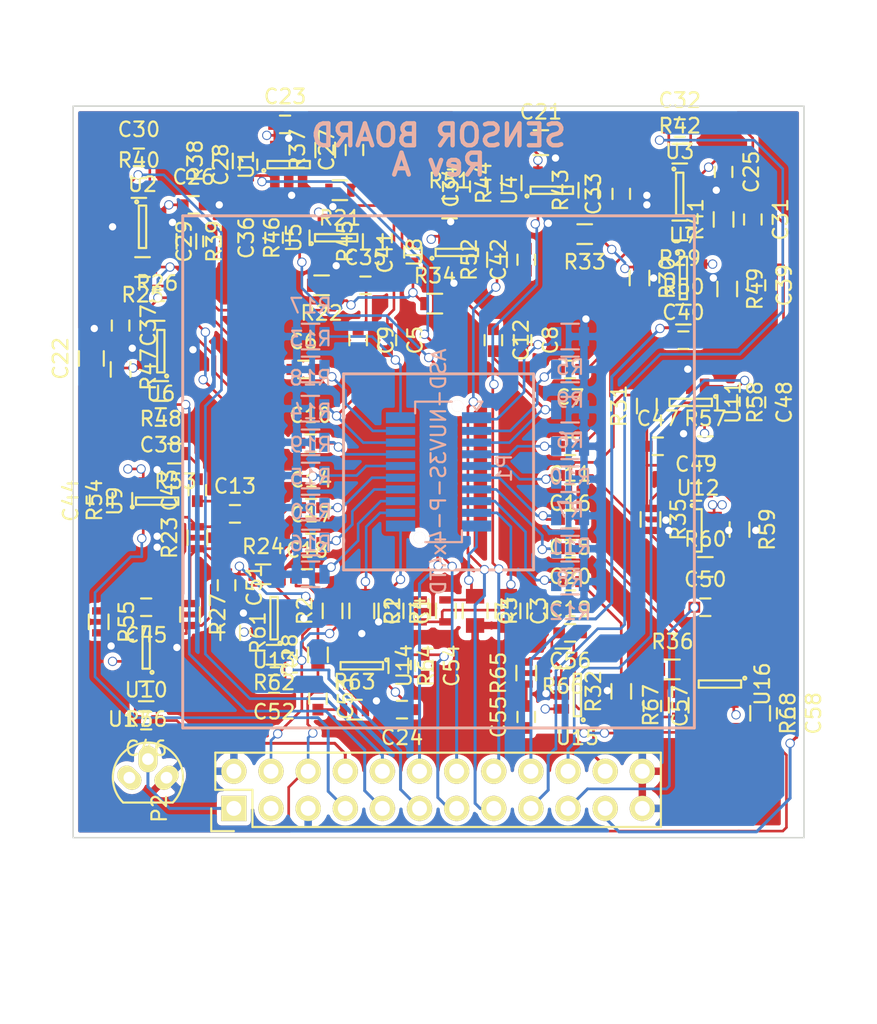
<source format=kicad_pcb>
(kicad_pcb (version 4) (host pcbnew "(2015-01-16 BZR 5376)-product")
  (layers (0 F.Cu signal) (1 In1.Cu power hide) (2 In2.Cu power hide) (31 B.Cu signal) (34 B.Paste user) (35 F.Paste user) (36 B.SilkS user) (37 F.SilkS user) (38 B.Mask user) (39 F.Mask user) (44 Edge.Cuts user))
  (net 0 "")
  (net 1 "Net-(C1-Pad1)")
  (net 2 GND)
  (net 3 "Net-(C2-Pad1)")
  (net 4 "Net-(C3-Pad1)")
  (net 5 "Net-(C4-Pad1)")
  (net 6 "/Amplifier 1/IN")
  (net 7 "Net-(C5-Pad2)")
  (net 8 "/Amplifier 2/IN")
  (net 9 "Net-(C6-Pad2)")
  (net 10 "/Amplifier 3/IN")
  (net 11 "Net-(C7-Pad2)")
  (net 12 "/Amplifier 4/IN")
  (net 13 "Net-(C8-Pad2)")
  (net 14 "/Amplifier 5/IN")
  (net 15 "Net-(C9-Pad2)")
  (net 16 "/Amplifier 6/IN")
  (net 17 "Net-(C10-Pad2)")
  (net 18 "/Amplifier 7/IN")
  (net 19 "Net-(C11-Pad2)")
  (net 20 "/Amplifier 8/IN")
  (net 21 "Net-(C12-Pad2)")
  (net 22 "/Amplifier 9/IN")
  (net 23 "Net-(C13-Pad2)")
  (net 24 "/Amplifier 10/IN")
  (net 25 "Net-(C14-Pad2)")
  (net 26 "/Amplifier 11/IN")
  (net 27 "Net-(C15-Pad2)")
  (net 28 "/Amplifier 12/IN")
  (net 29 "Net-(C16-Pad2)")
  (net 30 "/Amplifier 13/IN")
  (net 31 "Net-(C17-Pad2)")
  (net 32 "/Amplifier 14/IN")
  (net 33 "Net-(C18-Pad2)")
  (net 34 "/Amplifier 15/IN")
  (net 35 "Net-(C19-Pad2)")
  (net 36 "/Amplifier 16/IN")
  (net 37 "Net-(C20-Pad2)")
  (net 38 +5V)
  (net 39 Vmid)
  (net 40 "Net-(C27-Pad2)")
  (net 41 "/Amplifier 1/OUT")
  (net 42 "Net-(C28-Pad2)")
  (net 43 "Net-(C29-Pad2)")
  (net 44 "/Amplifier 2/OUT")
  (net 45 "Net-(C30-Pad2)")
  (net 46 "Net-(C31-Pad2)")
  (net 47 "/Amplifier 3/OUT")
  (net 48 "Net-(C32-Pad2)")
  (net 49 "Net-(C33-Pad2)")
  (net 50 "/Amplifier 4/OUT")
  (net 51 "Net-(C34-Pad2)")
  (net 52 "Net-(C35-Pad2)")
  (net 53 "/Amplifier 5/OUT")
  (net 54 "Net-(C36-Pad2)")
  (net 55 "Net-(C37-Pad2)")
  (net 56 "/Amplifier 6/OUT")
  (net 57 "Net-(C38-Pad2)")
  (net 58 "Net-(C39-Pad2)")
  (net 59 "/Amplifier 7/OUT")
  (net 60 "Net-(C40-Pad2)")
  (net 61 "Net-(C41-Pad2)")
  (net 62 "/Amplifier 8/OUT")
  (net 63 "Net-(C42-Pad2)")
  (net 64 "Net-(C43-Pad2)")
  (net 65 "/Amplifier 9/OUT")
  (net 66 "Net-(C44-Pad2)")
  (net 67 "Net-(C45-Pad2)")
  (net 68 "/Amplifier 10/OUT")
  (net 69 "Net-(C46-Pad2)")
  (net 70 "Net-(C47-Pad2)")
  (net 71 "/Amplifier 11/OUT")
  (net 72 "Net-(C48-Pad2)")
  (net 73 "Net-(C49-Pad2)")
  (net 74 "/Amplifier 12/OUT")
  (net 75 "Net-(C50-Pad2)")
  (net 76 "Net-(C51-Pad2)")
  (net 77 "/Amplifier 13/OUT")
  (net 78 "Net-(C52-Pad2)")
  (net 79 "Net-(C53-Pad2)")
  (net 80 "/Amplifier 14/OUT")
  (net 81 "Net-(C54-Pad2)")
  (net 82 "Net-(C55-Pad2)")
  (net 83 "/Amplifier 15/OUT")
  (net 84 "Net-(C56-Pad2)")
  (net 85 "Net-(C57-Pad2)")
  (net 86 "/Amplifier 16/OUT")
  (net 87 "Net-(C58-Pad2)")
  (net 88 Vbias)
  (net 89 /TEMPS)
  (module Capacitors_SMD:C_0603 (layer F.Cu) (at 71.5 76 270)
    (fp_text reference C5 (at 0 -1.9 270) (layer F.SilkS))
    (fp_text value 100n)
    (pad 1 smd rect (at -0.75 0 270) (size 0.8 0.75) (layers F.Cu F.Paste F.Mask) (net 6 "/Amplifier 1/IN"))
    (pad 2 smd rect (at 0.75 0 270) (size 0.8 0.75) (layers F.Cu F.Paste F.Mask) (net 7 "Net-(C5-Pad2)"))
  )
  (module Capacitors_SMD:C_0603 (layer F.Cu) (at 65.75 78)
    (fp_text reference C6 (at 0 -1.9) (layer F.SilkS))
    (fp_text value 100n)
    (pad 1 smd rect (at -0.75 0) (size 0.8 0.75) (layers F.Cu F.Paste F.Mask) (net 8 "/Amplifier 2/IN"))
    (pad 2 smd rect (at 0.75 0) (size 0.8 0.75) (layers F.Cu F.Paste F.Mask) (net 9 "Net-(C6-Pad2)"))
  )
  (module Capacitors_SMD:C_0603 (layer F.Cu) (at 84 78 180)
    (fp_text reference C7 (at 0 -1.9 180) (layer F.SilkS))
    (fp_text value 100n)
    (pad 1 smd rect (at -0.75 0 180) (size 0.8 0.75) (layers F.Cu F.Paste F.Mask) (net 10 "/Amplifier 3/IN"))
    (pad 2 smd rect (at 0.75 0 180) (size 0.8 0.75) (layers F.Cu F.Paste F.Mask) (net 11 "Net-(C7-Pad2)"))
  )
  (module Capacitors_SMD:C_0603 (layer F.Cu) (at 80.75 76 270)
    (fp_text reference C8 (at 0 -1.9 270) (layer F.SilkS))
    (fp_text value 100n)
    (pad 1 smd rect (at -0.75 0 270) (size 0.8 0.75) (layers F.Cu F.Paste F.Mask) (net 12 "/Amplifier 4/IN"))
    (pad 2 smd rect (at 0.75 0 270) (size 0.8 0.75) (layers F.Cu F.Paste F.Mask) (net 13 "Net-(C8-Pad2)"))
  )
  (module Capacitors_SMD:C_0603 (layer F.Cu) (at 69.5 76 270)
    (fp_text reference C9 (at 0 -1.9 270) (layer F.SilkS))
    (fp_text value 100n)
    (pad 1 smd rect (at -0.75 0 270) (size 0.8 0.75) (layers F.Cu F.Paste F.Mask) (net 14 "/Amplifier 5/IN"))
    (pad 2 smd rect (at 0.75 0 270) (size 0.8 0.75) (layers F.Cu F.Paste F.Mask) (net 15 "Net-(C9-Pad2)"))
  )
  (module Capacitors_SMD:C_0603 (layer F.Cu) (at 66.24 83.04)
    (fp_text reference C10 (at 0 -1.9) (layer F.SilkS))
    (fp_text value 100n)
    (pad 1 smd rect (at -0.75 0) (size 0.8 0.75) (layers F.Cu F.Paste F.Mask) (net 16 "/Amplifier 6/IN"))
    (pad 2 smd rect (at 0.75 0) (size 0.8 0.75) (layers F.Cu F.Paste F.Mask) (net 17 "Net-(C10-Pad2)"))
  )
  (module Capacitors_SMD:C_0603 (layer F.Cu) (at 84 83.25 180)
    (fp_text reference C11 (at 0 -1.9 180) (layer F.SilkS))
    (fp_text value 100n)
    (pad 1 smd rect (at -0.75 0 180) (size 0.8 0.75) (layers F.Cu F.Paste F.Mask) (net 18 "/Amplifier 7/IN"))
    (pad 2 smd rect (at 0.75 0 180) (size 0.8 0.75) (layers F.Cu F.Paste F.Mask) (net 19 "Net-(C11-Pad2)"))
  )
  (module Capacitors_SMD:C_0603 (layer F.Cu) (at 78.75 76 270)
    (fp_text reference C12 (at 0 -1.9 270) (layer F.SilkS))
    (fp_text value 100n)
    (pad 1 smd rect (at -0.75 0 270) (size 0.8 0.75) (layers F.Cu F.Paste F.Mask) (net 20 "/Amplifier 8/IN"))
    (pad 2 smd rect (at 0.75 0 270) (size 0.8 0.75) (layers F.Cu F.Paste F.Mask) (net 21 "Net-(C12-Pad2)"))
  )
  (module Capacitors_SMD:C_0603 (layer F.Cu) (at 61.07 87.87)
    (fp_text reference C13 (at 0 -1.9) (layer F.SilkS))
    (fp_text value 100n)
    (pad 1 smd rect (at -0.75 0) (size 0.8 0.75) (layers F.Cu F.Paste F.Mask) (net 22 "/Amplifier 9/IN"))
    (pad 2 smd rect (at 0.75 0) (size 0.8 0.75) (layers F.Cu F.Paste F.Mask) (net 23 "Net-(C13-Pad2)"))
  )
  (module Capacitors_SMD:C_0603 (layer F.Cu) (at 66.28 87.45)
    (fp_text reference C14 (at 0 -1.9) (layer F.SilkS))
    (fp_text value 100n)
    (pad 1 smd rect (at -0.75 0) (size 0.8 0.75) (layers F.Cu F.Paste F.Mask) (net 24 "/Amplifier 10/IN"))
    (pad 2 smd rect (at 0.75 0) (size 0.8 0.75) (layers F.Cu F.Paste F.Mask) (net 25 "Net-(C14-Pad2)"))
  )
  (module Capacitors_SMD:C_0603 (layer F.Cu) (at 84 88.25 180)
    (fp_text reference C15 (at 0 -1.9 180) (layer F.SilkS))
    (fp_text value 100n)
    (pad 1 smd rect (at -0.75 0 180) (size 0.8 0.75) (layers F.Cu F.Paste F.Mask) (net 26 "/Amplifier 11/IN"))
    (pad 2 smd rect (at 0.75 0 180) (size 0.8 0.75) (layers F.Cu F.Paste F.Mask) (net 27 "Net-(C15-Pad2)"))
  )
  (module Capacitors_SMD:C_0603 (layer F.Cu) (at 84 85.25 180)
    (fp_text reference C16 (at 0 -1.9 180) (layer F.SilkS))
    (fp_text value 100n)
    (pad 1 smd rect (at -0.75 0 180) (size 0.8 0.75) (layers F.Cu F.Paste F.Mask) (net 28 "/Amplifier 12/IN"))
    (pad 2 smd rect (at 0.75 0 180) (size 0.8 0.75) (layers F.Cu F.Paste F.Mask) (net 29 "Net-(C16-Pad2)"))
  )
  (module Capacitors_SMD:C_0603 (layer F.Cu) (at 66.29 89.83)
    (fp_text reference C17 (at 0 -1.9) (layer F.SilkS))
    (fp_text value 100n)
    (pad 1 smd rect (at -0.75 0) (size 0.8 0.75) (layers F.Cu F.Paste F.Mask) (net 30 "/Amplifier 13/IN"))
    (pad 2 smd rect (at 0.75 0) (size 0.8 0.75) (layers F.Cu F.Paste F.Mask) (net 31 "Net-(C17-Pad2)"))
  )
  (module Capacitors_SMD:C_0603 (layer F.Cu) (at 66 92.25)
    (fp_text reference C18 (at 0 -1.9) (layer F.SilkS))
    (fp_text value 100n)
    (pad 1 smd rect (at -0.75 0) (size 0.8 0.75) (layers F.Cu F.Paste F.Mask) (net 32 "/Amplifier 14/IN"))
    (pad 2 smd rect (at 0.75 0) (size 0.8 0.75) (layers F.Cu F.Paste F.Mask) (net 33 "Net-(C18-Pad2)"))
  )
  (module Capacitors_SMD:C_0603 (layer F.Cu) (at 84 92.5 180)
    (fp_text reference C19 (at 0 -1.9 180) (layer F.SilkS))
    (fp_text value 100n)
    (pad 1 smd rect (at -0.75 0 180) (size 0.8 0.75) (layers F.Cu F.Paste F.Mask) (net 34 "/Amplifier 15/IN"))
    (pad 2 smd rect (at 0.75 0 180) (size 0.8 0.75) (layers F.Cu F.Paste F.Mask) (net 35 "Net-(C19-Pad2)"))
  )
  (module Capacitors_SMD:C_0603 (layer F.Cu) (at 84 90.25 180)
    (fp_text reference C20 (at 0 -1.9 180) (layer F.SilkS))
    (fp_text value 100n)
    (pad 1 smd rect (at -0.75 0 180) (size 0.8 0.75) (layers F.Cu F.Paste F.Mask) (net 36 "/Amplifier 16/IN"))
    (pad 2 smd rect (at 0.75 0 180) (size 0.8 0.75) (layers F.Cu F.Paste F.Mask) (net 37 "Net-(C20-Pad2)"))
  )
  (module Capacitors_SMD:C_0805 (layer F.Cu) (at 82 62.5)
    (fp_text reference C21 (at 0 -2.1) (layer F.SilkS))
    (fp_text value 10u)
    (pad 1 smd rect (at -1 0) (size 1 1.25) (layers F.Cu F.Paste F.Mask) (net 38 +5V))
    (pad 2 smd rect (at 1 0) (size 1 1.25) (layers F.Cu F.Paste F.Mask) (net 2 GND))
  )
  (module Capacitors_SMD:C_0805 (layer F.Cu) (at 51.25 77.25 90)
    (fp_text reference C22 (at 0 -2.1 90) (layer F.SilkS))
    (fp_text value 10u)
    (pad 1 smd rect (at -1 0 90) (size 1 1.25) (layers F.Cu F.Paste F.Mask) (net 38 +5V))
    (pad 2 smd rect (at 1 0 90) (size 1 1.25) (layers F.Cu F.Paste F.Mask) (net 2 GND))
  )
  (module Capacitors_SMD:C_0603 (layer F.Cu) (at 64.5 61.25)
    (fp_text reference C23 (at 0 -1.9) (layer F.SilkS))
    (fp_text value 1u)
    (pad 1 smd rect (at -0.75 0) (size 0.8 0.75) (layers F.Cu F.Paste F.Mask) (net 38 +5V))
    (pad 2 smd rect (at 0.75 0) (size 0.8 0.75) (layers F.Cu F.Paste F.Mask) (net 2 GND))
  )
  (module Capacitors_SMD:C_0603 (layer F.Cu) (at 72.5 101.25 180)
    (fp_text reference C24 (at 0 -1.9 180) (layer F.SilkS))
    (fp_text value 1u)
    (pad 1 smd rect (at -0.75 0 180) (size 0.8 0.75) (layers F.Cu F.Paste F.Mask) (net 38 +5V))
    (pad 2 smd rect (at 0.75 0 180) (size 0.8 0.75) (layers F.Cu F.Paste F.Mask) (net 2 GND))
  )
  (module Capacitors_SMD:C_0603 (layer F.Cu) (at 94.5 64.5 270)
    (fp_text reference C25 (at 0 -1.9 270) (layer F.SilkS))
    (fp_text value 1u)
    (pad 1 smd rect (at -0.75 0 270) (size 0.8 0.75) (layers F.Cu F.Paste F.Mask) (net 38 +5V))
    (pad 2 smd rect (at 0.75 0 270) (size 0.8 0.75) (layers F.Cu F.Paste F.Mask) (net 2 GND))
  )
  (module Capacitors_SMD:C_0603 (layer F.Cu) (at 58.25 66.75)
    (fp_text reference C26 (at 0 -1.9) (layer F.SilkS))
    (fp_text value 1u)
    (pad 1 smd rect (at -0.75 0) (size 0.8 0.75) (layers F.Cu F.Paste F.Mask) (net 38 +5V))
    (pad 2 smd rect (at 0.75 0) (size 0.8 0.75) (layers F.Cu F.Paste F.Mask) (net 2 GND))
  )
  (module Capacitors_SMD:C_0603 (layer F.Cu) (at 69.25 63 90)
    (fp_text reference C27 (at 0 -1.9 90) (layer F.SilkS))
    (fp_text value 10n)
    (pad 1 smd rect (at -0.75 0 90) (size 0.8 0.75) (layers F.Cu F.Paste F.Mask) (net 39 Vmid))
    (pad 2 smd rect (at 0.75 0 90) (size 0.8 0.75) (layers F.Cu F.Paste F.Mask) (net 40 "Net-(C27-Pad2)"))
  )
  (module Capacitors_SMD:C_0603 (layer F.Cu) (at 62 64 90)
    (fp_text reference C28 (at 0 -1.9 90) (layer F.SilkS))
    (fp_text value DNP)
    (pad 1 smd rect (at -0.75 0 90) (size 0.8 0.75) (layers F.Cu F.Paste F.Mask) (net 41 "/Amplifier 1/OUT"))
    (pad 2 smd rect (at 0.75 0 90) (size 0.8 0.75) (layers F.Cu F.Paste F.Mask) (net 42 "Net-(C28-Pad2)"))
  )
  (module Capacitors_SMD:C_0603 (layer F.Cu) (at 59.5 69.25 90)
    (fp_text reference C29 (at 0 -1.9 90) (layer F.SilkS))
    (fp_text value 10n)
    (pad 1 smd rect (at -0.75 0 90) (size 0.8 0.75) (layers F.Cu F.Paste F.Mask) (net 39 Vmid))
    (pad 2 smd rect (at 0.75 0 90) (size 0.8 0.75) (layers F.Cu F.Paste F.Mask) (net 43 "Net-(C29-Pad2)"))
  )
  (module Capacitors_SMD:C_0603 (layer F.Cu) (at 54.5 63.5)
    (fp_text reference C30 (at 0 -1.9) (layer F.SilkS))
    (fp_text value DNP)
    (pad 1 smd rect (at -0.75 0) (size 0.8 0.75) (layers F.Cu F.Paste F.Mask) (net 44 "/Amplifier 2/OUT"))
    (pad 2 smd rect (at 0.75 0) (size 0.8 0.75) (layers F.Cu F.Paste F.Mask) (net 45 "Net-(C30-Pad2)"))
  )
  (module Capacitors_SMD:C_0603 (layer F.Cu) (at 96.5 67.75 270)
    (fp_text reference C31 (at 0 -1.9 270) (layer F.SilkS))
    (fp_text value 10n)
    (pad 1 smd rect (at -0.75 0 270) (size 0.8 0.75) (layers F.Cu F.Paste F.Mask) (net 39 Vmid))
    (pad 2 smd rect (at 0.75 0 270) (size 0.8 0.75) (layers F.Cu F.Paste F.Mask) (net 46 "Net-(C31-Pad2)"))
  )
  (module Capacitors_SMD:C_0603 (layer F.Cu) (at 91.5 61.5)
    (fp_text reference C32 (at 0 -1.9) (layer F.SilkS))
    (fp_text value DNP)
    (pad 1 smd rect (at -0.75 0) (size 0.8 0.75) (layers F.Cu F.Paste F.Mask) (net 47 "/Amplifier 3/OUT"))
    (pad 2 smd rect (at 0.75 0) (size 0.8 0.75) (layers F.Cu F.Paste F.Mask) (net 48 "Net-(C32-Pad2)"))
  )
  (module Capacitors_SMD:C_0603 (layer F.Cu) (at 87.5 66 90)
    (fp_text reference C33 (at 0 -1.9 90) (layer F.SilkS))
    (fp_text value 10n)
    (pad 1 smd rect (at -0.75 0 90) (size 0.8 0.75) (layers F.Cu F.Paste F.Mask) (net 39 Vmid))
    (pad 2 smd rect (at 0.75 0 90) (size 0.8 0.75) (layers F.Cu F.Paste F.Mask) (net 49 "Net-(C33-Pad2)"))
  )
  (module Capacitors_SMD:C_0603 (layer F.Cu) (at 77.75 65.5 90)
    (fp_text reference C34 (at 0 -1.9 90) (layer F.SilkS))
    (fp_text value DNP)
    (pad 1 smd rect (at -0.75 0 90) (size 0.8 0.75) (layers F.Cu F.Paste F.Mask) (net 50 "/Amplifier 4/OUT"))
    (pad 2 smd rect (at 0.75 0 90) (size 0.8 0.75) (layers F.Cu F.Paste F.Mask) (net 51 "Net-(C34-Pad2)"))
  )
  (module Capacitors_SMD:C_0603 (layer F.Cu) (at 70 72.25)
    (fp_text reference C35 (at 0 -1.9) (layer F.SilkS))
    (fp_text value 10n)
    (pad 1 smd rect (at -0.75 0) (size 0.8 0.75) (layers F.Cu F.Paste F.Mask) (net 39 Vmid))
    (pad 2 smd rect (at 0.75 0) (size 0.8 0.75) (layers F.Cu F.Paste F.Mask) (net 52 "Net-(C35-Pad2)"))
  )
  (module Capacitors_SMD:C_0603 (layer F.Cu) (at 63.75 69 90)
    (fp_text reference C36 (at 0 -1.9 90) (layer F.SilkS))
    (fp_text value DNP)
    (pad 1 smd rect (at -0.75 0 90) (size 0.8 0.75) (layers F.Cu F.Paste F.Mask) (net 53 "/Amplifier 5/OUT"))
    (pad 2 smd rect (at 0.75 0 90) (size 0.8 0.75) (layers F.Cu F.Paste F.Mask) (net 54 "Net-(C36-Pad2)"))
  )
  (module Capacitors_SMD:C_0603 (layer F.Cu) (at 53.25 75 270)
    (fp_text reference C37 (at 0 -1.9 270) (layer F.SilkS))
    (fp_text value 10n)
    (pad 1 smd rect (at -0.75 0 270) (size 0.8 0.75) (layers F.Cu F.Paste F.Mask) (net 39 Vmid))
    (pad 2 smd rect (at 0.75 0 270) (size 0.8 0.75) (layers F.Cu F.Paste F.Mask) (net 55 "Net-(C37-Pad2)"))
  )
  (module Capacitors_SMD:C_0603 (layer F.Cu) (at 56 81.25 180)
    (fp_text reference C38 (at 0 -1.9 180) (layer F.SilkS))
    (fp_text value DNP)
    (pad 1 smd rect (at -0.75 0 180) (size 0.8 0.75) (layers F.Cu F.Paste F.Mask) (net 56 "/Amplifier 6/OUT"))
    (pad 2 smd rect (at 0.75 0 180) (size 0.8 0.75) (layers F.Cu F.Paste F.Mask) (net 57 "Net-(C38-Pad2)"))
  )
  (module Capacitors_SMD:C_0603 (layer F.Cu) (at 96.75 72.25 270)
    (fp_text reference C39 (at 0 -1.9 270) (layer F.SilkS))
    (fp_text value 10n)
    (pad 1 smd rect (at -0.75 0 270) (size 0.8 0.75) (layers F.Cu F.Paste F.Mask) (net 39 Vmid))
    (pad 2 smd rect (at 0.75 0 270) (size 0.8 0.75) (layers F.Cu F.Paste F.Mask) (net 58 "Net-(C39-Pad2)"))
  )
  (module Capacitors_SMD:C_0603 (layer F.Cu) (at 91.75 76)
    (fp_text reference C40 (at 0 -1.9) (layer F.SilkS))
    (fp_text value DNP)
    (pad 1 smd rect (at -0.75 0) (size 0.8 0.75) (layers F.Cu F.Paste F.Mask) (net 59 "/Amplifier 7/OUT"))
    (pad 2 smd rect (at 0.75 0) (size 0.8 0.75) (layers F.Cu F.Paste F.Mask) (net 60 "Net-(C40-Pad2)"))
  )
  (module Capacitors_SMD:C_0603 (layer F.Cu) (at 73.25 70 90)
    (fp_text reference C41 (at 0 -1.9 90) (layer F.SilkS))
    (fp_text value 10n)
    (pad 1 smd rect (at -0.75 0 90) (size 0.8 0.75) (layers F.Cu F.Paste F.Mask) (net 39 Vmid))
    (pad 2 smd rect (at 0.75 0 90) (size 0.8 0.75) (layers F.Cu F.Paste F.Mask) (net 61 "Net-(C41-Pad2)"))
  )
  (module Capacitors_SMD:C_0603 (layer F.Cu) (at 81 70.5 90)
    (fp_text reference C42 (at 0 -1.9 90) (layer F.SilkS))
    (fp_text value DNP)
    (pad 1 smd rect (at -0.75 0 90) (size 0.8 0.75) (layers F.Cu F.Paste F.Mask) (net 62 "/Amplifier 8/OUT"))
    (pad 2 smd rect (at 0.75 0 90) (size 0.8 0.75) (layers F.Cu F.Paste F.Mask) (net 63 "Net-(C42-Pad2)"))
  )
  (module Capacitors_SMD:C_0603 (layer F.Cu) (at 58.5 86.25 90)
    (fp_text reference C43 (at 0 -1.9 90) (layer F.SilkS))
    (fp_text value 10n)
    (pad 1 smd rect (at -0.75 0 90) (size 0.8 0.75) (layers F.Cu F.Paste F.Mask) (net 39 Vmid))
    (pad 2 smd rect (at 0.75 0 90) (size 0.8 0.75) (layers F.Cu F.Paste F.Mask) (net 64 "Net-(C43-Pad2)"))
  )
  (module Capacitors_SMD:C_0603 (layer F.Cu) (at 51.74 86.96 90)
    (fp_text reference C44 (at 0 -1.9 90) (layer F.SilkS))
    (fp_text value DNP)
    (pad 1 smd rect (at -0.75 0 90) (size 0.8 0.75) (layers F.Cu F.Paste F.Mask) (net 65 "/Amplifier 9/OUT"))
    (pad 2 smd rect (at 0.75 0 90) (size 0.8 0.75) (layers F.Cu F.Paste F.Mask) (net 66 "Net-(C44-Pad2)"))
  )
  (module Capacitors_SMD:C_0603 (layer F.Cu) (at 55 94.25 180)
    (fp_text reference C45 (at 0 -1.9 180) (layer F.SilkS))
    (fp_text value 10n)
    (pad 1 smd rect (at -0.75 0 180) (size 0.8 0.75) (layers F.Cu F.Paste F.Mask) (net 39 Vmid))
    (pad 2 smd rect (at 0.75 0 180) (size 0.8 0.75) (layers F.Cu F.Paste F.Mask) (net 67 "Net-(C45-Pad2)"))
  )
  (module Capacitors_SMD:C_0603 (layer F.Cu) (at 55 102 180)
    (fp_text reference C46 (at 0 -1.9 180) (layer F.SilkS))
    (fp_text value DNP)
    (pad 1 smd rect (at -0.75 0 180) (size 0.8 0.75) (layers F.Cu F.Paste F.Mask) (net 68 "/Amplifier 10/OUT"))
    (pad 2 smd rect (at 0.75 0 180) (size 0.8 0.75) (layers F.Cu F.Paste F.Mask) (net 69 "Net-(C46-Pad2)"))
  )
  (module Capacitors_SMD:C_0603 (layer F.Cu) (at 90 83.25)
    (fp_text reference C47 (at 0 -1.9) (layer F.SilkS))
    (fp_text value 10n)
    (pad 1 smd rect (at -0.75 0) (size 0.8 0.75) (layers F.Cu F.Paste F.Mask) (net 39 Vmid))
    (pad 2 smd rect (at 0.75 0) (size 0.8 0.75) (layers F.Cu F.Paste F.Mask) (net 70 "Net-(C47-Pad2)"))
  )
  (module Capacitors_SMD:C_0603 (layer F.Cu) (at 96.75 80.25 270)
    (fp_text reference C48 (at 0 -1.9 270) (layer F.SilkS))
    (fp_text value DNP)
    (pad 1 smd rect (at -0.75 0 270) (size 0.8 0.75) (layers F.Cu F.Paste F.Mask) (net 71 "/Amplifier 11/OUT"))
    (pad 2 smd rect (at 0.75 0 270) (size 0.8 0.75) (layers F.Cu F.Paste F.Mask) (net 72 "Net-(C48-Pad2)"))
  )
  (module Capacitors_SMD:C_0603 (layer F.Cu) (at 92.625 86.375)
    (fp_text reference C49 (at 0 -1.9) (layer F.SilkS))
    (fp_text value 10n)
    (pad 1 smd rect (at -0.75 0) (size 0.8 0.75) (layers F.Cu F.Paste F.Mask) (net 39 Vmid))
    (pad 2 smd rect (at 0.75 0) (size 0.8 0.75) (layers F.Cu F.Paste F.Mask) (net 73 "Net-(C49-Pad2)"))
  )
  (module Capacitors_SMD:C_0603 (layer F.Cu) (at 93.25 94.25)
    (fp_text reference C50 (at 0 -1.9) (layer F.SilkS))
    (fp_text value DNP)
    (pad 1 smd rect (at -0.75 0) (size 0.8 0.75) (layers F.Cu F.Paste F.Mask) (net 74 "/Amplifier 12/OUT"))
    (pad 2 smd rect (at 0.75 0) (size 0.8 0.75) (layers F.Cu F.Paste F.Mask) (net 75 "Net-(C50-Pad2)"))
  )
  (module Capacitors_SMD:C_0603 (layer F.Cu) (at 60.5 92.75 270)
    (fp_text reference C51 (at 0 -1.9 270) (layer F.SilkS))
    (fp_text value 10n)
    (pad 1 smd rect (at -0.75 0 270) (size 0.8 0.75) (layers F.Cu F.Paste F.Mask) (net 39 Vmid))
    (pad 2 smd rect (at 0.75 0 270) (size 0.8 0.75) (layers F.Cu F.Paste F.Mask) (net 76 "Net-(C51-Pad2)"))
  )
  (module Capacitors_SMD:C_0603 (layer F.Cu) (at 63.75 99.5 180)
    (fp_text reference C52 (at 0 -1.9 180) (layer F.SilkS))
    (fp_text value DNP)
    (pad 1 smd rect (at -0.75 0 180) (size 0.8 0.75) (layers F.Cu F.Paste F.Mask) (net 77 "/Amplifier 13/OUT"))
    (pad 2 smd rect (at 0.75 0 180) (size 0.8 0.75) (layers F.Cu F.Paste F.Mask) (net 78 "Net-(C52-Pad2)"))
  )
  (module Capacitors_SMD:C_0603 (layer F.Cu) (at 66.75 100.5 270)
    (fp_text reference C53 (at 0 -1.9 270) (layer F.SilkS))
    (fp_text value 10n)
    (pad 1 smd rect (at -0.75 0 270) (size 0.8 0.75) (layers F.Cu F.Paste F.Mask) (net 39 Vmid))
    (pad 2 smd rect (at 0.75 0 270) (size 0.8 0.75) (layers F.Cu F.Paste F.Mask) (net 79 "Net-(C53-Pad2)"))
  )
  (module Capacitors_SMD:C_0603 (layer F.Cu) (at 74 98.25 270)
    (fp_text reference C54 (at 0 -1.9 270) (layer F.SilkS))
    (fp_text value DNP)
    (pad 1 smd rect (at -0.75 0 270) (size 0.8 0.75) (layers F.Cu F.Paste F.Mask) (net 80 "/Amplifier 14/OUT"))
    (pad 2 smd rect (at 0.75 0 270) (size 0.8 0.75) (layers F.Cu F.Paste F.Mask) (net 81 "Net-(C54-Pad2)"))
  )
  (module Capacitors_SMD:C_0603 (layer F.Cu) (at 81 101.75 90)
    (fp_text reference C55 (at 0 -1.9 90) (layer F.SilkS))
    (fp_text value 10n)
    (pad 1 smd rect (at -0.75 0 90) (size 0.8 0.75) (layers F.Cu F.Paste F.Mask) (net 39 Vmid))
    (pad 2 smd rect (at 0.75 0 90) (size 0.8 0.75) (layers F.Cu F.Paste F.Mask) (net 82 "Net-(C55-Pad2)"))
  )
  (module Capacitors_SMD:C_0603 (layer F.Cu) (at 84 96 180)
    (fp_text reference C56 (at 0 -1.9 180) (layer F.SilkS))
    (fp_text value DNP)
    (pad 1 smd rect (at -0.75 0 180) (size 0.8 0.75) (layers F.Cu F.Paste F.Mask) (net 83 "/Amplifier 15/OUT"))
    (pad 2 smd rect (at 0.75 0 180) (size 0.8 0.75) (layers F.Cu F.Paste F.Mask) (net 84 "Net-(C56-Pad2)"))
  )
  (module Capacitors_SMD:C_0603 (layer F.Cu) (at 89.625 101 270)
    (fp_text reference C57 (at 0 -1.9 270) (layer F.SilkS))
    (fp_text value 10n)
    (pad 1 smd rect (at -0.75 0 270) (size 0.8 0.75) (layers F.Cu F.Paste F.Mask) (net 39 Vmid))
    (pad 2 smd rect (at 0.75 0 270) (size 0.8 0.75) (layers F.Cu F.Paste F.Mask) (net 85 "Net-(C57-Pad2)"))
  )
  (module Capacitors_SMD:C_0603 (layer F.Cu) (at 98.75 101.5 270)
    (fp_text reference C58 (at 0 -1.9 270) (layer F.SilkS))
    (fp_text value DNP)
    (pad 1 smd rect (at -0.75 0 270) (size 0.8 0.75) (layers F.Cu F.Paste F.Mask) (net 86 "/Amplifier 16/OUT"))
    (pad 2 smd rect (at 0.75 0 270) (size 0.8 0.75) (layers F.Cu F.Paste F.Mask) (net 87 "Net-(C58-Pad2)"))
  )
  (module Resistors_SMD:R_0603 (layer F.Cu) (at 73.75 94.5 90)
    (fp_text reference R1 (at 0 -1.9 90) (layer F.SilkS))
    (fp_text value 10k)
    (pad 1 smd rect (at -0.75 0 90) (size 0.5 0.9) (layers F.Cu F.Paste F.Mask) (net 88 Vbias))
    (pad 2 smd rect (at 0.75 0 90) (size 0.5 0.9) (layers F.Cu F.Paste F.Mask) (net 1 "Net-(C1-Pad1)"))
  )
  (module Resistors_SMD:R_0603 (layer F.Cu) (at 67.75 94.5 90)
    (fp_text reference R2 (at 0 -1.9 90) (layer F.SilkS))
    (fp_text value 10k)
    (pad 1 smd rect (at -0.75 0 90) (size 0.5 0.9) (layers F.Cu F.Paste F.Mask) (net 88 Vbias))
    (pad 2 smd rect (at 0.75 0 90) (size 0.5 0.9) (layers F.Cu F.Paste F.Mask) (net 3 "Net-(C2-Pad1)"))
  )
  (module Resistors_SMD:R_0603 (layer F.Cu) (at 81.75 94.5 90)
    (fp_text reference R3 (at 0 -1.9 90) (layer F.SilkS))
    (fp_text value 10k)
    (pad 1 smd rect (at -0.75 0 90) (size 0.5 0.9) (layers F.Cu F.Paste F.Mask) (net 88 Vbias))
    (pad 2 smd rect (at 0.75 0 90) (size 0.5 0.9) (layers F.Cu F.Paste F.Mask) (net 4 "Net-(C3-Pad1)"))
  )
  (module Resistors_SMD:R_0603 (layer F.Cu) (at 75.5 94.5 90)
    (fp_text reference R4 (at 0 -1.9 90) (layer F.SilkS))
    (fp_text value 10k)
    (pad 1 smd rect (at -0.75 0 90) (size 0.5 0.9) (layers F.Cu F.Paste F.Mask) (net 88 Vbias))
    (pad 2 smd rect (at 0.75 0 90) (size 0.5 0.9) (layers F.Cu F.Paste F.Mask) (net 5 "Net-(C4-Pad1)"))
  )
  (module Resistors_SMD:R_0805 (layer B.Cu) (at 84 75.75)
    (fp_text reference R5 (at 0 2.1) (layer B.SilkS) (effects (justify mirror)))
    (fp_text value 200?)
    (pad 1 smd rect (at -0.95 0) (size 0.7 1.3) (layers B.Cu B.Paste B.Mask) (net 13 "Net-(C8-Pad2)"))
    (pad 2 smd rect (at 0.95 0) (size 0.7 1.3) (layers B.Cu B.Paste B.Mask) (net 2 GND))
  )
  (module Resistors_SMD:R_0805 (layer B.Cu) (at 84 80.75)
    (fp_text reference R6 (at 0 2.1) (layer B.SilkS) (effects (justify mirror)))
    (fp_text value 200?)
    (pad 1 smd rect (at -0.95 0) (size 0.7 1.3) (layers B.Cu B.Paste B.Mask) (net 21 "Net-(C12-Pad2)"))
    (pad 2 smd rect (at 0.95 0) (size 0.7 1.3) (layers B.Cu B.Paste B.Mask) (net 2 GND))
  )
  (module Resistors_SMD:R_0805 (layer B.Cu) (at 84 85.5)
    (fp_text reference R7 (at 0 2.1) (layer B.SilkS) (effects (justify mirror)))
    (fp_text value 200?)
    (pad 1 smd rect (at -0.95 0) (size 0.7 1.3) (layers B.Cu B.Paste B.Mask) (net 29 "Net-(C16-Pad2)"))
    (pad 2 smd rect (at 0.95 0) (size 0.7 1.3) (layers B.Cu B.Paste B.Mask) (net 2 GND))
  )
  (module Resistors_SMD:R_0805 (layer B.Cu) (at 84 90.25)
    (fp_text reference R8 (at 0 2.1) (layer B.SilkS) (effects (justify mirror)))
    (fp_text value 200?)
    (pad 1 smd rect (at -0.95 0) (size 0.7 1.3) (layers B.Cu B.Paste B.Mask) (net 37 "Net-(C20-Pad2)"))
    (pad 2 smd rect (at 0.95 0) (size 0.7 1.3) (layers B.Cu B.Paste B.Mask) (net 2 GND))
  )
  (module Resistors_SMD:R_0805 (layer B.Cu) (at 84 78)
    (fp_text reference R9 (at 0 2.1) (layer B.SilkS) (effects (justify mirror)))
    (fp_text value 200?)
    (pad 1 smd rect (at -0.95 0) (size 0.7 1.3) (layers B.Cu B.Paste B.Mask) (net 11 "Net-(C7-Pad2)"))
    (pad 2 smd rect (at 0.95 0) (size 0.7 1.3) (layers B.Cu B.Paste B.Mask) (net 2 GND))
  )
  (module Resistors_SMD:R_0805 (layer B.Cu) (at 84 83.25)
    (fp_text reference R10 (at 0 2.1) (layer B.SilkS) (effects (justify mirror)))
    (fp_text value 200?)
    (pad 1 smd rect (at -0.95 0) (size 0.7 1.3) (layers B.Cu B.Paste B.Mask) (net 19 "Net-(C11-Pad2)"))
    (pad 2 smd rect (at 0.95 0) (size 0.7 1.3) (layers B.Cu B.Paste B.Mask) (net 2 GND))
  )
  (module Resistors_SMD:R_0805 (layer B.Cu) (at 84 88)
    (fp_text reference R11 (at 0 2.1) (layer B.SilkS) (effects (justify mirror)))
    (fp_text value 200?)
    (pad 1 smd rect (at -0.95 0) (size 0.7 1.3) (layers B.Cu B.Paste B.Mask) (net 27 "Net-(C15-Pad2)"))
    (pad 2 smd rect (at 0.95 0) (size 0.7 1.3) (layers B.Cu B.Paste B.Mask) (net 2 GND))
  )
  (module Resistors_SMD:R_0805 (layer B.Cu) (at 84 92.5)
    (fp_text reference R12 (at 0 2.1) (layer B.SilkS) (effects (justify mirror)))
    (fp_text value 200?)
    (pad 1 smd rect (at -0.95 0) (size 0.7 1.3) (layers B.Cu B.Paste B.Mask) (net 35 "Net-(C19-Pad2)"))
    (pad 2 smd rect (at 0.95 0) (size 0.7 1.3) (layers B.Cu B.Paste B.Mask) (net 2 GND))
  )
  (module Resistors_SMD:R_0805 (layer B.Cu) (at 66.25 78 180)
    (fp_text reference R13 (at 0 2.1 180) (layer B.SilkS) (effects (justify mirror)))
    (fp_text value 200?)
    (pad 1 smd rect (at -0.95 0 180) (size 0.7 1.3) (layers B.Cu B.Paste B.Mask) (net 9 "Net-(C6-Pad2)"))
    (pad 2 smd rect (at 0.95 0 180) (size 0.7 1.3) (layers B.Cu B.Paste B.Mask) (net 2 GND))
  )
  (module Resistors_SMD:R_0805 (layer B.Cu) (at 66.25 82.98 180)
    (fp_text reference R14 (at 0 2.1 180) (layer B.SilkS) (effects (justify mirror)))
    (fp_text value 200?)
    (pad 1 smd rect (at -0.95 0 180) (size 0.7 1.3) (layers B.Cu B.Paste B.Mask) (net 17 "Net-(C10-Pad2)"))
    (pad 2 smd rect (at 0.95 0 180) (size 0.7 1.3) (layers B.Cu B.Paste B.Mask) (net 2 GND))
  )
  (module Resistors_SMD:R_0805 (layer B.Cu) (at 66.25 87.44 180)
    (fp_text reference R15 (at 0 2.1 180) (layer B.SilkS) (effects (justify mirror)))
    (fp_text value 200?)
    (pad 1 smd rect (at -0.95 0 180) (size 0.7 1.3) (layers B.Cu B.Paste B.Mask) (net 25 "Net-(C14-Pad2)"))
    (pad 2 smd rect (at 0.95 0 180) (size 0.7 1.3) (layers B.Cu B.Paste B.Mask) (net 2 GND))
  )
  (module Resistors_SMD:R_0805 (layer B.Cu) (at 66.25 92 180)
    (fp_text reference R16 (at 0 2.1 180) (layer B.SilkS) (effects (justify mirror)))
    (fp_text value 200?)
    (pad 1 smd rect (at -0.95 0 180) (size 0.7 1.3) (layers B.Cu B.Paste B.Mask) (net 33 "Net-(C18-Pad2)"))
    (pad 2 smd rect (at 0.95 0 180) (size 0.7 1.3) (layers B.Cu B.Paste B.Mask) (net 2 GND))
  )
  (module Resistors_SMD:R_0805 (layer B.Cu) (at 66.25 75.75 180)
    (fp_text reference R17 (at 0 2.1 180) (layer B.SilkS) (effects (justify mirror)))
    (fp_text value 200?)
    (pad 1 smd rect (at -0.95 0 180) (size 0.7 1.3) (layers B.Cu B.Paste B.Mask) (net 7 "Net-(C5-Pad2)"))
    (pad 2 smd rect (at 0.95 0 180) (size 0.7 1.3) (layers B.Cu B.Paste B.Mask) (net 2 GND))
  )
  (module Resistors_SMD:R_0805 (layer B.Cu) (at 66.23 80.68 180)
    (fp_text reference R18 (at 0 2.1 180) (layer B.SilkS) (effects (justify mirror)))
    (fp_text value 200?)
    (pad 1 smd rect (at -0.95 0 180) (size 0.7 1.3) (layers B.Cu B.Paste B.Mask) (net 15 "Net-(C9-Pad2)"))
    (pad 2 smd rect (at 0.95 0 180) (size 0.7 1.3) (layers B.Cu B.Paste B.Mask) (net 2 GND))
  )
  (module Resistors_SMD:R_0805 (layer B.Cu) (at 66.25 85.25 180)
    (fp_text reference R19 (at 0 2.1 180) (layer B.SilkS) (effects (justify mirror)))
    (fp_text value 200?)
    (pad 1 smd rect (at -0.95 0 180) (size 0.7 1.3) (layers B.Cu B.Paste B.Mask) (net 23 "Net-(C13-Pad2)"))
    (pad 2 smd rect (at 0.95 0 180) (size 0.7 1.3) (layers B.Cu B.Paste B.Mask) (net 2 GND))
  )
  (module Resistors_SMD:R_0805 (layer B.Cu) (at 66.27 89.83 180)
    (fp_text reference R20 (at 0 2.1 180) (layer B.SilkS) (effects (justify mirror)))
    (fp_text value 200?)
    (pad 1 smd rect (at -0.95 0 180) (size 0.7 1.3) (layers B.Cu B.Paste B.Mask) (net 31 "Net-(C17-Pad2)"))
    (pad 2 smd rect (at 0.95 0 180) (size 0.7 1.3) (layers B.Cu B.Paste B.Mask) (net 2 GND))
  )
  (module Resistors_SMD:R_0603 (layer F.Cu) (at 68.25 65.75 180)
    (fp_text reference R21 (at 0 -1.9 180) (layer F.SilkS))
    (fp_text value 10k)
    (pad 1 smd rect (at -0.75 0 180) (size 0.5 0.9) (layers F.Cu F.Paste F.Mask) (net 39 Vmid))
    (pad 2 smd rect (at 0.75 0 180) (size 0.5 0.9) (layers F.Cu F.Paste F.Mask) (net 6 "/Amplifier 1/IN"))
  )
  (module Resistors_SMD:R_0603 (layer F.Cu) (at 67 72.25 180)
    (fp_text reference R22 (at 0 -1.9 180) (layer F.SilkS))
    (fp_text value 10k)
    (pad 1 smd rect (at -0.75 0 180) (size 0.5 0.9) (layers F.Cu F.Paste F.Mask) (net 39 Vmid))
    (pad 2 smd rect (at 0.75 0 180) (size 0.5 0.9) (layers F.Cu F.Paste F.Mask) (net 14 "/Amplifier 5/IN"))
  )
  (module Resistors_SMD:R_0603 (layer F.Cu) (at 58.5 89.5 90)
    (fp_text reference R23 (at 0 -1.9 90) (layer F.SilkS))
    (fp_text value 10k)
    (pad 1 smd rect (at -0.75 0 90) (size 0.5 0.9) (layers F.Cu F.Paste F.Mask) (net 39 Vmid))
    (pad 2 smd rect (at 0.75 0 90) (size 0.5 0.9) (layers F.Cu F.Paste F.Mask) (net 22 "/Amplifier 9/IN"))
  )
  (module Resistors_SMD:R_0603 (layer F.Cu) (at 63 92)
    (fp_text reference R24 (at 0 -1.9) (layer F.SilkS))
    (fp_text value 10k)
    (pad 1 smd rect (at -0.75 0) (size 0.5 0.9) (layers F.Cu F.Paste F.Mask) (net 39 Vmid))
    (pad 2 smd rect (at 0.75 0) (size 0.5 0.9) (layers F.Cu F.Paste F.Mask) (net 30 "/Amplifier 13/IN"))
  )
  (module Resistors_SMD:R_0603 (layer F.Cu) (at 54.75 71 180)
    (fp_text reference R25 (at 0 -1.9 180) (layer F.SilkS))
    (fp_text value 10k)
    (pad 1 smd rect (at -0.75 0 180) (size 0.5 0.9) (layers F.Cu F.Paste F.Mask) (net 39 Vmid))
    (pad 2 smd rect (at 0.75 0 180) (size 0.5 0.9) (layers F.Cu F.Paste F.Mask) (net 8 "/Amplifier 2/IN"))
  )
  (module Resistors_SMD:R_0603 (layer F.Cu) (at 55.75 74)
    (fp_text reference R26 (at 0 -1.9) (layer F.SilkS))
    (fp_text value 10k)
    (pad 1 smd rect (at -0.75 0) (size 0.5 0.9) (layers F.Cu F.Paste F.Mask) (net 39 Vmid))
    (pad 2 smd rect (at 0.75 0) (size 0.5 0.9) (layers F.Cu F.Paste F.Mask) (net 16 "/Amplifier 6/IN"))
  )
  (module Resistors_SMD:R_0603 (layer F.Cu) (at 58 94.75 270)
    (fp_text reference R27 (at 0 -1.9 270) (layer F.SilkS))
    (fp_text value 10k)
    (pad 1 smd rect (at -0.75 0 270) (size 0.5 0.9) (layers F.Cu F.Paste F.Mask) (net 39 Vmid))
    (pad 2 smd rect (at 0.75 0 270) (size 0.5 0.9) (layers F.Cu F.Paste F.Mask) (net 24 "/Amplifier 10/IN"))
  )
  (module Resistors_SMD:R_0603 (layer F.Cu) (at 66.75 97.5 90)
    (fp_text reference R28 (at 0 -1.9 90) (layer F.SilkS))
    (fp_text value 10k)
    (pad 1 smd rect (at -0.75 0 90) (size 0.5 0.9) (layers F.Cu F.Paste F.Mask) (net 39 Vmid))
    (pad 2 smd rect (at 0.75 0 90) (size 0.5 0.9) (layers F.Cu F.Paste F.Mask) (net 32 "/Amplifier 14/IN"))
  )
  (module Resistors_SMD:R_0603 (layer F.Cu) (at 91.5 68.5 180)
    (fp_text reference R29 (at 0 -1.9 180) (layer F.SilkS))
    (fp_text value 10k)
    (pad 1 smd rect (at -0.75 0 180) (size 0.5 0.9) (layers F.Cu F.Paste F.Mask) (net 39 Vmid))
    (pad 2 smd rect (at 0.75 0 180) (size 0.5 0.9) (layers F.Cu F.Paste F.Mask) (net 10 "/Amplifier 3/IN"))
  )
  (module Resistors_SMD:R_0603 (layer F.Cu) (at 88.75 71.75 270)
    (fp_text reference R30 (at 0 -1.9 270) (layer F.SilkS))
    (fp_text value 10k)
    (pad 1 smd rect (at -0.75 0 270) (size 0.5 0.9) (layers F.Cu F.Paste F.Mask) (net 39 Vmid))
    (pad 2 smd rect (at 0.75 0 270) (size 0.5 0.9) (layers F.Cu F.Paste F.Mask) (net 18 "/Amplifier 7/IN"))
  )
  (module Resistors_SMD:R_0603 (layer F.Cu) (at 89.25 80.5 90)
    (fp_text reference R31 (at 0 -1.9 90) (layer F.SilkS))
    (fp_text value 10k)
    (pad 1 smd rect (at -0.75 0 90) (size 0.5 0.9) (layers F.Cu F.Paste F.Mask) (net 39 Vmid))
    (pad 2 smd rect (at 0.75 0 90) (size 0.5 0.9) (layers F.Cu F.Paste F.Mask) (net 26 "/Amplifier 11/IN"))
  )
  (module Resistors_SMD:R_0603 (layer F.Cu) (at 87.5 100 90)
    (fp_text reference R32 (at 0 -1.9 90) (layer F.SilkS))
    (fp_text value 10k)
    (pad 1 smd rect (at -0.75 0 90) (size 0.5 0.9) (layers F.Cu F.Paste F.Mask) (net 39 Vmid))
    (pad 2 smd rect (at 0.75 0 90) (size 0.5 0.9) (layers F.Cu F.Paste F.Mask) (net 34 "/Amplifier 15/IN"))
  )
  (module Resistors_SMD:R_0603 (layer F.Cu) (at 85 68.75 180)
    (fp_text reference R33 (at 0 -1.9 180) (layer F.SilkS))
    (fp_text value 10k)
    (pad 1 smd rect (at -0.75 0 180) (size 0.5 0.9) (layers F.Cu F.Paste F.Mask) (net 39 Vmid))
    (pad 2 smd rect (at 0.75 0 180) (size 0.5 0.9) (layers F.Cu F.Paste F.Mask) (net 12 "/Amplifier 4/IN"))
  )
  (module Resistors_SMD:R_0603 (layer F.Cu) (at 74.75 73.5)
    (fp_text reference R34 (at 0 -1.9) (layer F.SilkS))
    (fp_text value 10k)
    (pad 1 smd rect (at -0.75 0) (size 0.5 0.9) (layers F.Cu F.Paste F.Mask) (net 39 Vmid))
    (pad 2 smd rect (at 0.75 0) (size 0.5 0.9) (layers F.Cu F.Paste F.Mask) (net 20 "/Amplifier 8/IN"))
  )
  (module Resistors_SMD:R_0603 (layer F.Cu) (at 89.5 88.25 270)
    (fp_text reference R35 (at 0 -1.9 270) (layer F.SilkS))
    (fp_text value 10k)
    (pad 1 smd rect (at -0.75 0 270) (size 0.5 0.9) (layers F.Cu F.Paste F.Mask) (net 39 Vmid))
    (pad 2 smd rect (at 0.75 0 270) (size 0.5 0.9) (layers F.Cu F.Paste F.Mask) (net 28 "/Amplifier 12/IN"))
  )
  (module Resistors_SMD:R_0603 (layer F.Cu) (at 91 98.5)
    (fp_text reference R36 (at 0 -1.9) (layer F.SilkS))
    (fp_text value 10k)
    (pad 1 smd rect (at -0.75 0) (size 0.5 0.9) (layers F.Cu F.Paste F.Mask) (net 39 Vmid))
    (pad 2 smd rect (at 0.75 0) (size 0.5 0.9) (layers F.Cu F.Paste F.Mask) (net 36 "/Amplifier 16/IN"))
  )
  (module Resistors_SMD:R_0603 (layer F.Cu) (at 67.25 63 90)
    (fp_text reference R37 (at 0 -1.9 90) (layer F.SilkS))
    (fp_text value 220)
    (pad 1 smd rect (at -0.75 0 90) (size 0.5 0.9) (layers F.Cu F.Paste F.Mask) (net 40 "Net-(C27-Pad2)"))
    (pad 2 smd rect (at 0.75 0 90) (size 0.5 0.9) (layers F.Cu F.Paste F.Mask) (net 42 "Net-(C28-Pad2)"))
  )
  (module Resistors_SMD:R_0603 (layer F.Cu) (at 60.25 63.75 90)
    (fp_text reference R38 (at 0 -1.9 90) (layer F.SilkS))
    (fp_text value 6.8k)
    (pad 1 smd rect (at -0.75 0 90) (size 0.5 0.9) (layers F.Cu F.Paste F.Mask) (net 41 "/Amplifier 1/OUT"))
    (pad 2 smd rect (at 0.75 0 90) (size 0.5 0.9) (layers F.Cu F.Paste F.Mask) (net 42 "Net-(C28-Pad2)"))
  )
  (module Resistors_SMD:R_0603 (layer F.Cu) (at 57.75 69.25 270)
    (fp_text reference R39 (at 0 -1.9 270) (layer F.SilkS))
    (fp_text value 220)
    (pad 1 smd rect (at -0.75 0 270) (size 0.5 0.9) (layers F.Cu F.Paste F.Mask) (net 43 "Net-(C29-Pad2)"))
    (pad 2 smd rect (at 0.75 0 270) (size 0.5 0.9) (layers F.Cu F.Paste F.Mask) (net 45 "Net-(C30-Pad2)"))
  )
  (module Resistors_SMD:R_0603 (layer F.Cu) (at 54.5 65.6)
    (fp_text reference R40 (at 0 -1.9) (layer F.SilkS))
    (fp_text value 6.8k)
    (pad 1 smd rect (at -0.75 0) (size 0.5 0.9) (layers F.Cu F.Paste F.Mask) (net 44 "/Amplifier 2/OUT"))
    (pad 2 smd rect (at 0.75 0) (size 0.5 0.9) (layers F.Cu F.Paste F.Mask) (net 45 "Net-(C30-Pad2)"))
  )
  (module Resistors_SMD:R_0603 (layer F.Cu) (at 94.5 67.75 90)
    (fp_text reference R41 (at 0 -1.9 90) (layer F.SilkS))
    (fp_text value 220)
    (pad 1 smd rect (at -0.75 0 90) (size 0.5 0.9) (layers F.Cu F.Paste F.Mask) (net 46 "Net-(C31-Pad2)"))
    (pad 2 smd rect (at 0.75 0 90) (size 0.5 0.9) (layers F.Cu F.Paste F.Mask) (net 48 "Net-(C32-Pad2)"))
  )
  (module Resistors_SMD:R_0603 (layer F.Cu) (at 91.5 63.25)
    (fp_text reference R42 (at 0 -1.9) (layer F.SilkS))
    (fp_text value 6.8k)
    (pad 1 smd rect (at -0.75 0) (size 0.5 0.9) (layers F.Cu F.Paste F.Mask) (net 47 "/Amplifier 3/OUT"))
    (pad 2 smd rect (at 0.75 0) (size 0.5 0.9) (layers F.Cu F.Paste F.Mask) (net 48 "Net-(C32-Pad2)"))
  )
  (module Resistors_SMD:R_0603 (layer F.Cu) (at 85.25 65.75 90)
    (fp_text reference R43 (at 0 -1.9 90) (layer F.SilkS))
    (fp_text value 220)
    (pad 1 smd rect (at -0.75 0 90) (size 0.5 0.9) (layers F.Cu F.Paste F.Mask) (net 49 "Net-(C33-Pad2)"))
    (pad 2 smd rect (at 0.75 0 90) (size 0.5 0.9) (layers F.Cu F.Paste F.Mask) (net 51 "Net-(C34-Pad2)"))
  )
  (module Resistors_SMD:R_0603 (layer F.Cu) (at 80 65.25 90)
    (fp_text reference R44 (at 0 -1.9 90) (layer F.SilkS))
    (fp_text value 6.8k)
    (pad 1 smd rect (at -0.75 0 90) (size 0.5 0.9) (layers F.Cu F.Paste F.Mask) (net 50 "/Amplifier 4/OUT"))
    (pad 2 smd rect (at 0.75 0 90) (size 0.5 0.9) (layers F.Cu F.Paste F.Mask) (net 51 "Net-(C34-Pad2)"))
  )
  (module Resistors_SMD:R_0603 (layer F.Cu) (at 70.5 69.25 90)
    (fp_text reference R45 (at 0 -1.9 90) (layer F.SilkS))
    (fp_text value 220)
    (pad 1 smd rect (at -0.75 0 90) (size 0.5 0.9) (layers F.Cu F.Paste F.Mask) (net 52 "Net-(C35-Pad2)"))
    (pad 2 smd rect (at 0.75 0 90) (size 0.5 0.9) (layers F.Cu F.Paste F.Mask) (net 54 "Net-(C36-Pad2)"))
  )
  (module Resistors_SMD:R_0603 (layer F.Cu) (at 65.5 69 90)
    (fp_text reference R46 (at 0 -1.9 90) (layer F.SilkS))
    (fp_text value 6.8k)
    (pad 1 smd rect (at -0.75 0 90) (size 0.5 0.9) (layers F.Cu F.Paste F.Mask) (net 53 "/Amplifier 5/OUT"))
    (pad 2 smd rect (at 0.75 0 90) (size 0.5 0.9) (layers F.Cu F.Paste F.Mask) (net 54 "Net-(C36-Pad2)"))
  )
  (module Resistors_SMD:R_0603 (layer F.Cu) (at 53.25 78 270)
    (fp_text reference R47 (at 0 -1.9 270) (layer F.SilkS))
    (fp_text value 220)
    (pad 1 smd rect (at -0.75 0 270) (size 0.5 0.9) (layers F.Cu F.Paste F.Mask) (net 55 "Net-(C37-Pad2)"))
    (pad 2 smd rect (at 0.75 0 270) (size 0.5 0.9) (layers F.Cu F.Paste F.Mask) (net 57 "Net-(C38-Pad2)"))
  )
  (module Resistors_SMD:R_0603 (layer F.Cu) (at 56 79.47 180)
    (fp_text reference R48 (at 0 -1.9 180) (layer F.SilkS))
    (fp_text value 6.8k)
    (pad 1 smd rect (at -0.75 0 180) (size 0.5 0.9) (layers F.Cu F.Paste F.Mask) (net 56 "/Amplifier 6/OUT"))
    (pad 2 smd rect (at 0.75 0 180) (size 0.5 0.9) (layers F.Cu F.Paste F.Mask) (net 57 "Net-(C38-Pad2)"))
  )
  (module Resistors_SMD:R_0603 (layer F.Cu) (at 94.75 72.5 270)
    (fp_text reference R49 (at 0 -1.9 270) (layer F.SilkS))
    (fp_text value 220)
    (pad 1 smd rect (at -0.75 0 270) (size 0.5 0.9) (layers F.Cu F.Paste F.Mask) (net 58 "Net-(C39-Pad2)"))
    (pad 2 smd rect (at 0.75 0 270) (size 0.5 0.9) (layers F.Cu F.Paste F.Mask) (net 60 "Net-(C40-Pad2)"))
  )
  (module Resistors_SMD:R_0603 (layer F.Cu) (at 91.75 74.25)
    (fp_text reference R50 (at 0 -1.9) (layer F.SilkS))
    (fp_text value 6.8k)
    (pad 1 smd rect (at -0.75 0) (size 0.5 0.9) (layers F.Cu F.Paste F.Mask) (net 59 "/Amplifier 7/OUT"))
    (pad 2 smd rect (at 0.75 0) (size 0.5 0.9) (layers F.Cu F.Paste F.Mask) (net 60 "Net-(C40-Pad2)"))
  )
  (module Resistors_SMD:R_0603 (layer F.Cu) (at 75.75 67)
    (fp_text reference R51 (at 0 -1.9) (layer F.SilkS))
    (fp_text value 220)
    (pad 1 smd rect (at -0.75 0) (size 0.5 0.9) (layers F.Cu F.Paste F.Mask) (net 61 "Net-(C41-Pad2)"))
    (pad 2 smd rect (at 0.75 0) (size 0.5 0.9) (layers F.Cu F.Paste F.Mask) (net 63 "Net-(C42-Pad2)"))
  )
  (module Resistors_SMD:R_0603 (layer F.Cu) (at 79 70.5 90)
    (fp_text reference R52 (at 0 -1.9 90) (layer F.SilkS))
    (fp_text value 6.8k)
    (pad 1 smd rect (at -0.75 0 90) (size 0.5 0.9) (layers F.Cu F.Paste F.Mask) (net 62 "/Amplifier 8/OUT"))
    (pad 2 smd rect (at 0.75 0 90) (size 0.5 0.9) (layers F.Cu F.Paste F.Mask) (net 63 "Net-(C42-Pad2)"))
  )
  (module Resistors_SMD:R_0603 (layer F.Cu) (at 57 83.75 180)
    (fp_text reference R53 (at 0 -1.9 180) (layer F.SilkS))
    (fp_text value 220)
    (pad 1 smd rect (at -0.75 0 180) (size 0.5 0.9) (layers F.Cu F.Paste F.Mask) (net 64 "Net-(C43-Pad2)"))
    (pad 2 smd rect (at 0.75 0 180) (size 0.5 0.9) (layers F.Cu F.Paste F.Mask) (net 66 "Net-(C44-Pad2)"))
  )
  (module Resistors_SMD:R_0603 (layer F.Cu) (at 53.37 86.94 90)
    (fp_text reference R54 (at 0 -1.9 90) (layer F.SilkS))
    (fp_text value 6.8k)
    (pad 1 smd rect (at -0.75 0 90) (size 0.5 0.9) (layers F.Cu F.Paste F.Mask) (net 65 "/Amplifier 9/OUT"))
    (pad 2 smd rect (at 0.75 0 90) (size 0.5 0.9) (layers F.Cu F.Paste F.Mask) (net 66 "Net-(C44-Pad2)"))
  )
  (module Resistors_SMD:R_0603 (layer F.Cu) (at 51.75 95.25 270)
    (fp_text reference R55 (at 0 -1.9 270) (layer F.SilkS))
    (fp_text value 220)
    (pad 1 smd rect (at -0.75 0 270) (size 0.5 0.9) (layers F.Cu F.Paste F.Mask) (net 67 "Net-(C45-Pad2)"))
    (pad 2 smd rect (at 0.75 0 270) (size 0.5 0.9) (layers F.Cu F.Paste F.Mask) (net 69 "Net-(C46-Pad2)"))
  )
  (module Resistors_SMD:R_0603 (layer F.Cu) (at 55 100 180)
    (fp_text reference R56 (at 0 -1.9 180) (layer F.SilkS))
    (fp_text value 6.8k)
    (pad 1 smd rect (at -0.75 0 180) (size 0.5 0.9) (layers F.Cu F.Paste F.Mask) (net 68 "/Amplifier 10/OUT"))
    (pad 2 smd rect (at 0.75 0 180) (size 0.5 0.9) (layers F.Cu F.Paste F.Mask) (net 69 "Net-(C46-Pad2)"))
  )
  (module Resistors_SMD:R_0603 (layer F.Cu) (at 93.25 83.25)
    (fp_text reference R57 (at 0 -1.9) (layer F.SilkS))
    (fp_text value 220)
    (pad 1 smd rect (at -0.75 0) (size 0.5 0.9) (layers F.Cu F.Paste F.Mask) (net 70 "Net-(C47-Pad2)"))
    (pad 2 smd rect (at 0.75 0) (size 0.5 0.9) (layers F.Cu F.Paste F.Mask) (net 72 "Net-(C48-Pad2)"))
  )
  (module Resistors_SMD:R_0603 (layer F.Cu) (at 94.75 80.25 270)
    (fp_text reference R58 (at 0 -1.9 270) (layer F.SilkS))
    (fp_text value 6.8k)
    (pad 1 smd rect (at -0.75 0 270) (size 0.5 0.9) (layers F.Cu F.Paste F.Mask) (net 71 "/Amplifier 11/OUT"))
    (pad 2 smd rect (at 0.75 0 270) (size 0.5 0.9) (layers F.Cu F.Paste F.Mask) (net 72 "Net-(C48-Pad2)"))
  )
  (module Resistors_SMD:R_0603 (layer F.Cu) (at 95.59 88.94 270)
    (fp_text reference R59 (at 0 -1.9 270) (layer F.SilkS))
    (fp_text value 220)
    (pad 1 smd rect (at -0.75 0 270) (size 0.5 0.9) (layers F.Cu F.Paste F.Mask) (net 73 "Net-(C49-Pad2)"))
    (pad 2 smd rect (at 0.75 0 270) (size 0.5 0.9) (layers F.Cu F.Paste F.Mask) (net 75 "Net-(C50-Pad2)"))
  )
  (module Resistors_SMD:R_0603 (layer F.Cu) (at 93.25 91.5)
    (fp_text reference R60 (at 0 -1.9) (layer F.SilkS))
    (fp_text value 6.8k)
    (pad 1 smd rect (at -0.75 0) (size 0.5 0.9) (layers F.Cu F.Paste F.Mask) (net 74 "/Amplifier 12/OUT"))
    (pad 2 smd rect (at 0.75 0) (size 0.5 0.9) (layers F.Cu F.Paste F.Mask) (net 75 "Net-(C50-Pad2)"))
  )
  (module Resistors_SMD:R_0603 (layer F.Cu) (at 60.75 96 270)
    (fp_text reference R61 (at 0 -1.9 270) (layer F.SilkS))
    (fp_text value 220)
    (pad 1 smd rect (at -0.75 0 270) (size 0.5 0.9) (layers F.Cu F.Paste F.Mask) (net 76 "Net-(C51-Pad2)"))
    (pad 2 smd rect (at 0.75 0 270) (size 0.5 0.9) (layers F.Cu F.Paste F.Mask) (net 78 "Net-(C52-Pad2)"))
  )
  (module Resistors_SMD:R_0603 (layer F.Cu) (at 63.75 97.5 180)
    (fp_text reference R62 (at 0 -1.9 180) (layer F.SilkS))
    (fp_text value 6.8k)
    (pad 1 smd rect (at -0.75 0 180) (size 0.5 0.9) (layers F.Cu F.Paste F.Mask) (net 77 "/Amplifier 13/OUT"))
    (pad 2 smd rect (at 0.75 0 180) (size 0.5 0.9) (layers F.Cu F.Paste F.Mask) (net 78 "Net-(C52-Pad2)"))
  )
  (module Resistors_SMD:R_0603 (layer F.Cu) (at 69.25 101.25)
    (fp_text reference R63 (at 0 -1.9) (layer F.SilkS))
    (fp_text value 220)
    (pad 1 smd rect (at -0.75 0) (size 0.5 0.9) (layers F.Cu F.Paste F.Mask) (net 79 "Net-(C53-Pad2)"))
    (pad 2 smd rect (at 0.75 0) (size 0.5 0.9) (layers F.Cu F.Paste F.Mask) (net 81 "Net-(C54-Pad2)"))
  )
  (module Resistors_SMD:R_0603 (layer F.Cu) (at 72.25 98.25 270)
    (fp_text reference R64 (at 0 -1.9 270) (layer F.SilkS))
    (fp_text value 6.8k)
    (pad 1 smd rect (at -0.75 0 270) (size 0.5 0.9) (layers F.Cu F.Paste F.Mask) (net 80 "/Amplifier 14/OUT"))
    (pad 2 smd rect (at 0.75 0 270) (size 0.5 0.9) (layers F.Cu F.Paste F.Mask) (net 81 "Net-(C54-Pad2)"))
  )
  (module Resistors_SMD:R_0603 (layer F.Cu) (at 81 98.75 90)
    (fp_text reference R65 (at 0 -1.9 90) (layer F.SilkS))
    (fp_text value 220)
    (pad 1 smd rect (at -0.75 0 90) (size 0.5 0.9) (layers F.Cu F.Paste F.Mask) (net 82 "Net-(C55-Pad2)"))
    (pad 2 smd rect (at 0.75 0 90) (size 0.5 0.9) (layers F.Cu F.Paste F.Mask) (net 84 "Net-(C56-Pad2)"))
  )
  (module Resistors_SMD:R_0603 (layer F.Cu) (at 83.5 97.75 180)
    (fp_text reference R66 (at 0 -1.9 180) (layer F.SilkS))
    (fp_text value 6.8k)
    (pad 1 smd rect (at -0.75 0 180) (size 0.5 0.9) (layers F.Cu F.Paste F.Mask) (net 83 "/Amplifier 15/OUT"))
    (pad 2 smd rect (at 0.75 0 180) (size 0.5 0.9) (layers F.Cu F.Paste F.Mask) (net 84 "Net-(C56-Pad2)"))
  )
  (module Resistors_SMD:R_0603 (layer F.Cu) (at 91.425 100.95 90)
    (fp_text reference R67 (at 0 -1.9 90) (layer F.SilkS))
    (fp_text value 220)
    (pad 1 smd rect (at -0.75 0 90) (size 0.5 0.9) (layers F.Cu F.Paste F.Mask) (net 85 "Net-(C57-Pad2)"))
    (pad 2 smd rect (at 0.75 0 90) (size 0.5 0.9) (layers F.Cu F.Paste F.Mask) (net 87 "Net-(C58-Pad2)"))
  )
  (module Resistors_SMD:R_0603 (layer F.Cu) (at 97 101.5 270)
    (fp_text reference R68 (at 0 -1.9 270) (layer F.SilkS))
    (fp_text value 6.8k)
    (pad 1 smd rect (at -0.75 0 270) (size 0.5 0.9) (layers F.Cu F.Paste F.Mask) (net 86 "/Amplifier 16/OUT"))
    (pad 2 smd rect (at 0.75 0 270) (size 0.5 0.9) (layers F.Cu F.Paste F.Mask) (net 87 "Net-(C58-Pad2)"))
  )
  (module Housings_SOT-23_SOT-143_TSOT-6:SOT-23-6 (layer F.Cu) (at 64.75 64 90)
    (fp_text reference U1 (at 0 -2.9 90) (layer F.SilkS))
    (fp_text value LT6230-10)
    (pad 1 smd rect (at -1.1 -0.95 90) (size 1.06 0.65) (layers F.Cu F.Paste F.Mask) (net 41 "/Amplifier 1/OUT"))
    (pad 2 smd rect (at -1.1 0 90) (size 1.06 0.65) (layers F.Cu F.Paste F.Mask) (net 2 GND))
    (pad 3 smd rect (at -1.1 0.95 90) (size 1.06 0.65) (layers F.Cu F.Paste F.Mask) (net 6 "/Amplifier 1/IN"))
    (pad 4 smd rect (at 1.1 0.95 90) (size 1.06 0.65) (layers F.Cu F.Paste F.Mask) (net 42 "Net-(C28-Pad2)"))
    (pad 6 smd rect (at 1.1 -0.95 90) (size 1.06 0.65) (layers F.Cu F.Paste F.Mask) (net 38 +5V))
    (pad 5 smd rect (at 1.1 0 90) (size 1.06 0.65) (layers F.Cu F.Paste F.Mask) (net 2 GND))
  )
  (module Housings_SOT-23_SOT-143_TSOT-6:SOT-23-6 (layer F.Cu) (at 54.75 68.25)
    (fp_text reference U2 (at 0 -2.9) (layer F.SilkS))
    (fp_text value LT6230-10)
    (pad 1 smd rect (at -1.1 -0.95) (size 1.06 0.65) (layers F.Cu F.Paste F.Mask) (net 44 "/Amplifier 2/OUT"))
    (pad 2 smd rect (at -1.1 0) (size 1.06 0.65) (layers F.Cu F.Paste F.Mask) (net 2 GND))
    (pad 3 smd rect (at -1.1 0.95) (size 1.06 0.65) (layers F.Cu F.Paste F.Mask) (net 8 "/Amplifier 2/IN"))
    (pad 4 smd rect (at 1.1 0.95) (size 1.06 0.65) (layers F.Cu F.Paste F.Mask) (net 45 "Net-(C30-Pad2)"))
    (pad 6 smd rect (at 1.1 -0.95) (size 1.06 0.65) (layers F.Cu F.Paste F.Mask) (net 38 +5V))
    (pad 5 smd rect (at 1.1 0) (size 1.06 0.65) (layers F.Cu F.Paste F.Mask) (net 2 GND))
  )
  (module Housings_SOT-23_SOT-143_TSOT-6:SOT-23-6 (layer F.Cu) (at 91.5 66)
    (fp_text reference U3 (at 0 -2.9) (layer F.SilkS))
    (fp_text value LT6230-10)
    (pad 1 smd rect (at -1.1 -0.95) (size 1.06 0.65) (layers F.Cu F.Paste F.Mask) (net 47 "/Amplifier 3/OUT"))
    (pad 2 smd rect (at -1.1 0) (size 1.06 0.65) (layers F.Cu F.Paste F.Mask) (net 2 GND))
    (pad 3 smd rect (at -1.1 0.95) (size 1.06 0.65) (layers F.Cu F.Paste F.Mask) (net 10 "/Amplifier 3/IN"))
    (pad 4 smd rect (at 1.1 0.95) (size 1.06 0.65) (layers F.Cu F.Paste F.Mask) (net 48 "Net-(C32-Pad2)"))
    (pad 6 smd rect (at 1.1 -0.95) (size 1.06 0.65) (layers F.Cu F.Paste F.Mask) (net 38 +5V))
    (pad 5 smd rect (at 1.1 0) (size 1.06 0.65) (layers F.Cu F.Paste F.Mask) (net 2 GND))
  )
  (module Housings_SOT-23_SOT-143_TSOT-6:SOT-23-6 (layer F.Cu) (at 82.75 65.75 90)
    (fp_text reference U4 (at 0 -2.9 90) (layer F.SilkS))
    (fp_text value LT6230-10)
    (pad 1 smd rect (at -1.1 -0.95 90) (size 1.06 0.65) (layers F.Cu F.Paste F.Mask) (net 50 "/Amplifier 4/OUT"))
    (pad 2 smd rect (at -1.1 0 90) (size 1.06 0.65) (layers F.Cu F.Paste F.Mask) (net 2 GND))
    (pad 3 smd rect (at -1.1 0.95 90) (size 1.06 0.65) (layers F.Cu F.Paste F.Mask) (net 12 "/Amplifier 4/IN"))
    (pad 4 smd rect (at 1.1 0.95 90) (size 1.06 0.65) (layers F.Cu F.Paste F.Mask) (net 51 "Net-(C34-Pad2)"))
    (pad 6 smd rect (at 1.1 -0.95 90) (size 1.06 0.65) (layers F.Cu F.Paste F.Mask) (net 38 +5V))
    (pad 5 smd rect (at 1.1 0 90) (size 1.06 0.65) (layers F.Cu F.Paste F.Mask) (net 2 GND))
  )
  (module Housings_SOT-23_SOT-143_TSOT-6:SOT-23-6 (layer F.Cu) (at 68 69 90)
    (fp_text reference U5 (at 0 -2.9 90) (layer F.SilkS))
    (fp_text value LT6230-10)
    (pad 1 smd rect (at -1.1 -0.95 90) (size 1.06 0.65) (layers F.Cu F.Paste F.Mask) (net 53 "/Amplifier 5/OUT"))
    (pad 2 smd rect (at -1.1 0 90) (size 1.06 0.65) (layers F.Cu F.Paste F.Mask) (net 2 GND))
    (pad 3 smd rect (at -1.1 0.95 90) (size 1.06 0.65) (layers F.Cu F.Paste F.Mask) (net 14 "/Amplifier 5/IN"))
    (pad 4 smd rect (at 1.1 0.95 90) (size 1.06 0.65) (layers F.Cu F.Paste F.Mask) (net 54 "Net-(C36-Pad2)"))
    (pad 6 smd rect (at 1.1 -0.95 90) (size 1.06 0.65) (layers F.Cu F.Paste F.Mask) (net 38 +5V))
    (pad 5 smd rect (at 1.1 0 90) (size 1.06 0.65) (layers F.Cu F.Paste F.Mask) (net 2 GND))
  )
  (module Housings_SOT-23_SOT-143_TSOT-6:SOT-23-6 (layer F.Cu) (at 56 76.75 180)
    (fp_text reference U6 (at 0 -2.9 180) (layer F.SilkS))
    (fp_text value LT6230-10)
    (pad 1 smd rect (at -1.1 -0.95 180) (size 1.06 0.65) (layers F.Cu F.Paste F.Mask) (net 56 "/Amplifier 6/OUT"))
    (pad 2 smd rect (at -1.1 0 180) (size 1.06 0.65) (layers F.Cu F.Paste F.Mask) (net 2 GND))
    (pad 3 smd rect (at -1.1 0.95 180) (size 1.06 0.65) (layers F.Cu F.Paste F.Mask) (net 16 "/Amplifier 6/IN"))
    (pad 4 smd rect (at 1.1 0.95 180) (size 1.06 0.65) (layers F.Cu F.Paste F.Mask) (net 57 "Net-(C38-Pad2)"))
    (pad 6 smd rect (at 1.1 -0.95 180) (size 1.06 0.65) (layers F.Cu F.Paste F.Mask) (net 38 +5V))
    (pad 5 smd rect (at 1.1 0 180) (size 1.06 0.65) (layers F.Cu F.Paste F.Mask) (net 2 GND))
  )
  (module Housings_SOT-23_SOT-143_TSOT-6:SOT-23-6 (layer F.Cu) (at 91.75 71.75)
    (fp_text reference U7 (at 0 -2.9) (layer F.SilkS))
    (fp_text value LT6230-10)
    (pad 1 smd rect (at -1.1 -0.95) (size 1.06 0.65) (layers F.Cu F.Paste F.Mask) (net 59 "/Amplifier 7/OUT"))
    (pad 2 smd rect (at -1.1 0) (size 1.06 0.65) (layers F.Cu F.Paste F.Mask) (net 2 GND))
    (pad 3 smd rect (at -1.1 0.95) (size 1.06 0.65) (layers F.Cu F.Paste F.Mask) (net 18 "/Amplifier 7/IN"))
    (pad 4 smd rect (at 1.1 0.95) (size 1.06 0.65) (layers F.Cu F.Paste F.Mask) (net 60 "Net-(C40-Pad2)"))
    (pad 6 smd rect (at 1.1 -0.95) (size 1.06 0.65) (layers F.Cu F.Paste F.Mask) (net 38 +5V))
    (pad 5 smd rect (at 1.1 0) (size 1.06 0.65) (layers F.Cu F.Paste F.Mask) (net 2 GND))
  )
  (module Housings_SOT-23_SOT-143_TSOT-6:SOT-23-6 (layer F.Cu) (at 76.25 70 90)
    (fp_text reference U8 (at 0 -2.9 90) (layer F.SilkS))
    (fp_text value LT6230-10)
    (pad 1 smd rect (at -1.1 -0.95 90) (size 1.06 0.65) (layers F.Cu F.Paste F.Mask) (net 62 "/Amplifier 8/OUT"))
    (pad 2 smd rect (at -1.1 0 90) (size 1.06 0.65) (layers F.Cu F.Paste F.Mask) (net 2 GND))
    (pad 3 smd rect (at -1.1 0.95 90) (size 1.06 0.65) (layers F.Cu F.Paste F.Mask) (net 20 "/Amplifier 8/IN"))
    (pad 4 smd rect (at 1.1 0.95 90) (size 1.06 0.65) (layers F.Cu F.Paste F.Mask) (net 63 "Net-(C42-Pad2)"))
    (pad 6 smd rect (at 1.1 -0.95 90) (size 1.06 0.65) (layers F.Cu F.Paste F.Mask) (net 38 +5V))
    (pad 5 smd rect (at 1.1 0 90) (size 1.06 0.65) (layers F.Cu F.Paste F.Mask) (net 2 GND))
  )
  (module Housings_SOT-23_SOT-143_TSOT-6:SOT-23-6 (layer F.Cu) (at 55.75 87 90)
    (fp_text reference U9 (at 0 -2.9 90) (layer F.SilkS))
    (fp_text value LT6230-10)
    (pad 1 smd rect (at -1.1 -0.95 90) (size 1.06 0.65) (layers F.Cu F.Paste F.Mask) (net 65 "/Amplifier 9/OUT"))
    (pad 2 smd rect (at -1.1 0 90) (size 1.06 0.65) (layers F.Cu F.Paste F.Mask) (net 2 GND))
    (pad 3 smd rect (at -1.1 0.95 90) (size 1.06 0.65) (layers F.Cu F.Paste F.Mask) (net 22 "/Amplifier 9/IN"))
    (pad 4 smd rect (at 1.1 0.95 90) (size 1.06 0.65) (layers F.Cu F.Paste F.Mask) (net 66 "Net-(C44-Pad2)"))
    (pad 6 smd rect (at 1.1 -0.95 90) (size 1.06 0.65) (layers F.Cu F.Paste F.Mask) (net 38 +5V))
    (pad 5 smd rect (at 1.1 0 90) (size 1.06 0.65) (layers F.Cu F.Paste F.Mask) (net 2 GND))
  )
  (module Housings_SOT-23_SOT-143_TSOT-6:SOT-23-6 (layer F.Cu) (at 55 97 180)
    (fp_text reference U10 (at 0 -2.9 180) (layer F.SilkS))
    (fp_text value LT6230-10)
    (pad 1 smd rect (at -1.1 -0.95 180) (size 1.06 0.65) (layers F.Cu F.Paste F.Mask) (net 68 "/Amplifier 10/OUT"))
    (pad 2 smd rect (at -1.1 0 180) (size 1.06 0.65) (layers F.Cu F.Paste F.Mask) (net 2 GND))
    (pad 3 smd rect (at -1.1 0.95 180) (size 1.06 0.65) (layers F.Cu F.Paste F.Mask) (net 24 "/Amplifier 10/IN"))
    (pad 4 smd rect (at 1.1 0.95 180) (size 1.06 0.65) (layers F.Cu F.Paste F.Mask) (net 69 "Net-(C46-Pad2)"))
    (pad 6 smd rect (at 1.1 -0.95 180) (size 1.06 0.65) (layers F.Cu F.Paste F.Mask) (net 38 +5V))
    (pad 5 smd rect (at 1.1 0 180) (size 1.06 0.65) (layers F.Cu F.Paste F.Mask) (net 2 GND))
  )
  (module Housings_SOT-23_SOT-143_TSOT-6:SOT-23-6 (layer F.Cu) (at 92.25 80.25 270)
    (fp_text reference U11 (at 0 -2.9 270) (layer F.SilkS))
    (fp_text value LT6230-10)
    (pad 1 smd rect (at -1.1 -0.95 270) (size 1.06 0.65) (layers F.Cu F.Paste F.Mask) (net 71 "/Amplifier 11/OUT"))
    (pad 2 smd rect (at -1.1 0 270) (size 1.06 0.65) (layers F.Cu F.Paste F.Mask) (net 2 GND))
    (pad 3 smd rect (at -1.1 0.95 270) (size 1.06 0.65) (layers F.Cu F.Paste F.Mask) (net 26 "/Amplifier 11/IN"))
    (pad 4 smd rect (at 1.1 0.95 270) (size 1.06 0.65) (layers F.Cu F.Paste F.Mask) (net 72 "Net-(C48-Pad2)"))
    (pad 6 smd rect (at 1.1 -0.95 270) (size 1.06 0.65) (layers F.Cu F.Paste F.Mask) (net 38 +5V))
    (pad 5 smd rect (at 1.1 0 270) (size 1.06 0.65) (layers F.Cu F.Paste F.Mask) (net 2 GND))
  )
  (module Housings_SOT-23_SOT-143_TSOT-6:SOT-23-6 (layer F.Cu) (at 92.75 89)
    (fp_text reference U12 (at 0 -2.9) (layer F.SilkS))
    (fp_text value LT6230-10)
    (pad 1 smd rect (at -1.1 -0.95) (size 1.06 0.65) (layers F.Cu F.Paste F.Mask) (net 74 "/Amplifier 12/OUT"))
    (pad 2 smd rect (at -1.1 0) (size 1.06 0.65) (layers F.Cu F.Paste F.Mask) (net 2 GND))
    (pad 3 smd rect (at -1.1 0.95) (size 1.06 0.65) (layers F.Cu F.Paste F.Mask) (net 28 "/Amplifier 12/IN"))
    (pad 4 smd rect (at 1.1 0.95) (size 1.06 0.65) (layers F.Cu F.Paste F.Mask) (net 75 "Net-(C50-Pad2)"))
    (pad 6 smd rect (at 1.1 -0.95) (size 1.06 0.65) (layers F.Cu F.Paste F.Mask) (net 38 +5V))
    (pad 5 smd rect (at 1.1 0) (size 1.06 0.65) (layers F.Cu F.Paste F.Mask) (net 2 GND))
  )
  (module Housings_SOT-23_SOT-143_TSOT-6:SOT-23-6 (layer F.Cu) (at 63.75 95 180)
    (fp_text reference U13 (at 0 -2.9 180) (layer F.SilkS))
    (fp_text value LT6230-10)
    (pad 1 smd rect (at -1.1 -0.95 180) (size 1.06 0.65) (layers F.Cu F.Paste F.Mask) (net 77 "/Amplifier 13/OUT"))
    (pad 2 smd rect (at -1.1 0 180) (size 1.06 0.65) (layers F.Cu F.Paste F.Mask) (net 2 GND))
    (pad 3 smd rect (at -1.1 0.95 180) (size 1.06 0.65) (layers F.Cu F.Paste F.Mask) (net 30 "/Amplifier 13/IN"))
    (pad 4 smd rect (at 1.1 0.95 180) (size 1.06 0.65) (layers F.Cu F.Paste F.Mask) (net 78 "Net-(C52-Pad2)"))
    (pad 6 smd rect (at 1.1 -0.95 180) (size 1.06 0.65) (layers F.Cu F.Paste F.Mask) (net 38 +5V))
    (pad 5 smd rect (at 1.1 0 180) (size 1.06 0.65) (layers F.Cu F.Paste F.Mask) (net 2 GND))
  )
  (module Housings_SOT-23_SOT-143_TSOT-6:SOT-23-6 (layer F.Cu) (at 69.75 98.25 270)
    (fp_text reference U14 (at 0 -2.9 270) (layer F.SilkS))
    (fp_text value LT6230-10)
    (pad 1 smd rect (at -1.1 -0.95 270) (size 1.06 0.65) (layers F.Cu F.Paste F.Mask) (net 80 "/Amplifier 14/OUT"))
    (pad 2 smd rect (at -1.1 0 270) (size 1.06 0.65) (layers F.Cu F.Paste F.Mask) (net 2 GND))
    (pad 3 smd rect (at -1.1 0.95 270) (size 1.06 0.65) (layers F.Cu F.Paste F.Mask) (net 32 "/Amplifier 14/IN"))
    (pad 4 smd rect (at 1.1 0.95 270) (size 1.06 0.65) (layers F.Cu F.Paste F.Mask) (net 81 "Net-(C54-Pad2)"))
    (pad 6 smd rect (at 1.1 -0.95 270) (size 1.06 0.65) (layers F.Cu F.Paste F.Mask) (net 38 +5V))
    (pad 5 smd rect (at 1.1 0 270) (size 1.06 0.65) (layers F.Cu F.Paste F.Mask) (net 2 GND))
  )
  (module Housings_SOT-23_SOT-143_TSOT-6:SOT-23-6 (layer F.Cu) (at 84.5 100.25 180)
    (fp_text reference U15 (at 0 -2.9 180) (layer F.SilkS))
    (fp_text value LT6230-10)
    (pad 1 smd rect (at -1.1 -0.95 180) (size 1.06 0.65) (layers F.Cu F.Paste F.Mask) (net 83 "/Amplifier 15/OUT"))
    (pad 2 smd rect (at -1.1 0 180) (size 1.06 0.65) (layers F.Cu F.Paste F.Mask) (net 2 GND))
    (pad 3 smd rect (at -1.1 0.95 180) (size 1.06 0.65) (layers F.Cu F.Paste F.Mask) (net 34 "/Amplifier 15/IN"))
    (pad 4 smd rect (at 1.1 0.95 180) (size 1.06 0.65) (layers F.Cu F.Paste F.Mask) (net 84 "Net-(C56-Pad2)"))
    (pad 6 smd rect (at 1.1 -0.95 180) (size 1.06 0.65) (layers F.Cu F.Paste F.Mask) (net 38 +5V))
    (pad 5 smd rect (at 1.1 0 180) (size 1.06 0.65) (layers F.Cu F.Paste F.Mask) (net 2 GND))
  )
  (module Housings_SOT-23_SOT-143_TSOT-6:SOT-23-6 (layer F.Cu) (at 94.25 99.5 270)
    (fp_text reference U16 (at 0 -2.9 270) (layer F.SilkS))
    (fp_text value LT6230-10)
    (pad 1 smd rect (at -1.1 -0.95 270) (size 1.06 0.65) (layers F.Cu F.Paste F.Mask) (net 86 "/Amplifier 16/OUT"))
    (pad 2 smd rect (at -1.1 0 270) (size 1.06 0.65) (layers F.Cu F.Paste F.Mask) (net 2 GND))
    (pad 3 smd rect (at -1.1 0.95 270) (size 1.06 0.65) (layers F.Cu F.Paste F.Mask) (net 36 "/Amplifier 16/IN"))
    (pad 4 smd rect (at 1.1 0.95 270) (size 1.06 0.65) (layers F.Cu F.Paste F.Mask) (net 87 "Net-(C58-Pad2)"))
    (pad 6 smd rect (at 1.1 -0.95 270) (size 1.06 0.65) (layers F.Cu F.Paste F.Mask) (net 38 +5V))
    (pad 5 smd rect (at 1.1 0 270) (size 1.06 0.65) (layers F.Cu F.Paste F.Mask) (net 2 GND))
  )
  (module Housings_TO-92:TO-92_Molded_Narrow_Oval (layer F.Cu) (at 53.85 105.9)
    (fp_text reference U17 (at 0 -4) (layer F.SilkS))
    (fp_text value LMT84)
    (pad 2 thru_hole oval (at 1.27 -1.27 90) (size 1.80086 1.30048) (drill 0.8) (layers *.Cu *.Mask F.SilkS) (net 89 /TEMPS))
    (pad 1 thru_hole oval (at 0 0 45) (size 1.30048 1.80086) (drill 0.8) (layers *.Cu *.Mask F.SilkS) (net 38 +5V))
    (pad 3 thru_hole oval (at 2.54 0 45) (size 1.80086 1.30048) (drill 0.8) (layers *.Cu *.Mask F.SilkS) (net 2 GND))
  )
  (module Pin_Headers:Pin_Header_Straight_2x12 (layer F.Cu) (at 61 108 90)
    (fp_text reference P2 (at 0 -5.1 90) (layer F.SilkS))
    (fp_text value CONN_02X12)
    (pad 1 thru_hole rect (at 0 0 90) (size 1.7272 1.7272) (drill 1.016) (layers *.Cu *.Mask F.SilkS) (net 89 /TEMPS))
    (pad 2 thru_hole oval (at 2.54 0 90) (size 1.7272 1.7272) (drill 1.016) (layers *.Cu *.Mask F.SilkS) (net 2 GND))
    (pad 3 thru_hole oval (at 0 2.54 90) (size 1.7272 1.7272) (drill 1.016) (layers *.Cu *.Mask F.SilkS) (net 38 +5V))
    (pad 4 thru_hole oval (at 2.54 2.54 90) (size 1.7272 1.7272) (drill 1.016) (layers *.Cu *.Mask F.SilkS) (net 88 Vbias))
    (pad 5 thru_hole oval (at 0 5.08 90) (size 1.7272 1.7272) (drill 1.016) (layers *.Cu *.Mask F.SilkS) (net 2 GND))
    (pad 6 thru_hole oval (at 2.54 5.08 90) (size 1.7272 1.7272) (drill 1.016) (layers *.Cu *.Mask F.SilkS) (net 39 Vmid))
    (pad 7 thru_hole oval (at 0 7.62 90) (size 1.7272 1.7272) (drill 1.016) (layers *.Cu *.Mask F.SilkS) (net 65 "/Amplifier 9/OUT"))
    (pad 8 thru_hole oval (at 2.54 7.62 90) (size 1.7272 1.7272) (drill 1.016) (layers *.Cu *.Mask F.SilkS) (net 68 "/Amplifier 10/OUT"))
    (pad 9 thru_hole oval (at 0 10.16 90) (size 1.7272 1.7272) (drill 1.016) (layers *.Cu *.Mask F.SilkS) (net 56 "/Amplifier 6/OUT"))
    (pad 10 thru_hole oval (at 2.54 10.16 90) (size 1.7272 1.7272) (drill 1.016) (layers *.Cu *.Mask F.SilkS) (net 44 "/Amplifier 2/OUT"))
    (pad 11 thru_hole oval (at 0 12.7 90) (size 1.7272 1.7272) (drill 1.016) (layers *.Cu *.Mask F.SilkS) (net 77 "/Amplifier 13/OUT"))
    (pad 12 thru_hole oval (at 2.54 12.7 90) (size 1.7272 1.7272) (drill 1.016) (layers *.Cu *.Mask F.SilkS) (net 53 "/Amplifier 5/OUT"))
    (pad 13 thru_hole oval (at 0 15.24 90) (size 1.7272 1.7272) (drill 1.016) (layers *.Cu *.Mask F.SilkS) (net 80 "/Amplifier 14/OUT"))
    (pad 14 thru_hole oval (at 2.54 15.24 90) (size 1.7272 1.7272) (drill 1.016) (layers *.Cu *.Mask F.SilkS) (net 41 "/Amplifier 1/OUT"))
    (pad 15 thru_hole oval (at 0 17.78 90) (size 1.7272 1.7272) (drill 1.016) (layers *.Cu *.Mask F.SilkS) (net 62 "/Amplifier 8/OUT"))
    (pad 16 thru_hole oval (at 2.54 17.78 90) (size 1.7272 1.7272) (drill 1.016) (layers *.Cu *.Mask F.SilkS) (net 50 "/Amplifier 4/OUT"))
    (pad 17 thru_hole oval (at 0 20.32 90) (size 1.7272 1.7272) (drill 1.016) (layers *.Cu *.Mask F.SilkS) (net 47 "/Amplifier 3/OUT"))
    (pad 18 thru_hole oval (at 2.54 20.32 90) (size 1.7272 1.7272) (drill 1.016) (layers *.Cu *.Mask F.SilkS) (net 59 "/Amplifier 7/OUT"))
    (pad 19 thru_hole oval (at 0 22.86 90) (size 1.7272 1.7272) (drill 1.016) (layers *.Cu *.Mask F.SilkS) (net 74 "/Amplifier 12/OUT"))
    (pad 20 thru_hole oval (at 2.54 22.86 90) (size 1.7272 1.7272) (drill 1.016) (layers *.Cu *.Mask F.SilkS) (net 71 "/Amplifier 11/OUT"))
    (pad 21 thru_hole oval (at 0 25.4 90) (size 1.7272 1.7272) (drill 1.016) (layers *.Cu *.Mask F.SilkS) (net 86 "/Amplifier 16/OUT"))
    (pad 22 thru_hole oval (at 2.54 25.4 90) (size 1.7272 1.7272) (drill 1.016) (layers *.Cu *.Mask F.SilkS) (net 83 "/Amplifier 15/OUT"))
    (pad 23 thru_hole oval (at 0 27.94 90) (size 1.7272 1.7272) (drill 1.016) (layers *.Cu *.Mask F.SilkS) (net 2 GND))
    (pad 24 thru_hole oval (at 2.54 27.94 90) (size 1.7272 1.7272) (drill 1.016) (layers *.Cu *.Mask F.SilkS) (net 2 GND))
  )
  (module Capacitors_SMD:C_0805 (layer F.Cu) (at 71.75 94.5 270)
    (fp_text reference C1 (at 0 -2.1 270) (layer F.SilkS))
    (fp_text value 100n)
    (pad 1 smd rect (at -1 0 270) (size 1 1.25) (layers F.Cu F.Paste F.Mask) (net 1 "Net-(C1-Pad1)"))
    (pad 2 smd rect (at 1 0 270) (size 1 1.25) (layers F.Cu F.Paste F.Mask) (net 2 GND))
  )
  (module Capacitors_SMD:C_0805 (layer F.Cu) (at 69.75 94.5 270)
    (fp_text reference C2 (at 0 -2.1 270) (layer F.SilkS))
    (fp_text value 100n)
    (pad 1 smd rect (at -1 0 270) (size 1 1.25) (layers F.Cu F.Paste F.Mask) (net 3 "Net-(C2-Pad1)"))
    (pad 2 smd rect (at 1 0 270) (size 1 1.25) (layers F.Cu F.Paste F.Mask) (net 2 GND))
  )
  (module Capacitors_SMD:C_0805 (layer F.Cu) (at 79.75 94.5 270)
    (fp_text reference C3 (at 0 -2.1 270) (layer F.SilkS))
    (fp_text value 100n)
    (pad 1 smd rect (at -1 0 270) (size 1 1.25) (layers F.Cu F.Paste F.Mask) (net 4 "Net-(C3-Pad1)"))
    (pad 2 smd rect (at 1 0 270) (size 1 1.25) (layers F.Cu F.Paste F.Mask) (net 2 GND))
  )
  (module Capacitors_SMD:C_0805 (layer F.Cu) (at 77.5 94.5 270)
    (fp_text reference C4 (at 0 -2.1 270) (layer F.SilkS))
    (fp_text value 100n)
    (pad 1 smd rect (at -1 0 270) (size 1 1.25) (layers F.Cu F.Paste F.Mask) (net 5 "Net-(C4-Pad1)"))
    (pad 2 smd rect (at 1 0 270) (size 1 1.25) (layers F.Cu F.Paste F.Mask) (net 2 GND))
  )
  (module "Custom Parts:JAE-IL-WX-20S-VF-BE" (layer B.Cu) (at 75 85 270)
    (fp_text reference P1 (at -0.25 -4.5 270) (layer B.SilkS) (effects (justify mirror)))
    (fp_text value ASD-NUV3S-P-4x4TD (at 0 0 450) (layer B.SilkS) (effects (justify mirror)))
    (pad 1 smd rect (at -3.7 -2.6 270) (size 0.75 2) (layers B.Cu B.Paste B.Mask) (net 13 "Net-(C8-Pad2)"))
    (pad 2 smd rect (at -2.8 -2.6 270) (size 0.55 2) (layers B.Cu B.Paste B.Mask) (net 11 "Net-(C7-Pad2)"))
    (pad 3 smd rect (at -2 -2.6 270) (size 0.55 2) (layers B.Cu B.Paste B.Mask) (net 21 "Net-(C12-Pad2)"))
    (pad 4 smd rect (at -1.2 -2.6 270) (size 0.55 2) (layers B.Cu B.Paste B.Mask) (net 19 "Net-(C11-Pad2)"))
    (pad 5 smd rect (at -0.4 -2.6 270) (size 0.55 2) (layers B.Cu B.Paste B.Mask) (net 29 "Net-(C16-Pad2)"))
    (pad 6 smd rect (at 0.4 -2.6 270) (size 0.55 2) (layers B.Cu B.Paste B.Mask) (net 27 "Net-(C15-Pad2)"))
    (pad 7 smd rect (at 1.2 -2.6 270) (size 0.55 2) (layers B.Cu B.Paste B.Mask) (net 37 "Net-(C20-Pad2)"))
    (pad 8 smd rect (at 2 -2.6 270) (size 0.55 2) (layers B.Cu B.Paste B.Mask) (net 35 "Net-(C19-Pad2)"))
    (pad 9 smd rect (at 2.8 -2.6 270) (size 0.55 2) (layers B.Cu B.Paste B.Mask) (net 4 "Net-(C3-Pad1)"))
    (pad 10 smd rect (at 3.7 -2.6 270) (size 0.75 2) (layers B.Cu B.Paste B.Mask) (net 5 "Net-(C4-Pad1)"))
    (pad 11 smd rect (at 3.7 2.6 270) (size 0.75 2) (layers B.Cu B.Paste B.Mask) (net 1 "Net-(C1-Pad1)"))
    (pad 12 smd rect (at 2.8 2.6 270) (size 0.55 2) (layers B.Cu B.Paste B.Mask) (net 3 "Net-(C2-Pad1)"))
    (pad 13 smd rect (at 2 2.6 270) (size 0.55 2) (layers B.Cu B.Paste B.Mask) (net 33 "Net-(C18-Pad2)"))
    (pad 14 smd rect (at 1.2 2.6 270) (size 0.55 2) (layers B.Cu B.Paste B.Mask) (net 31 "Net-(C17-Pad2)"))
    (pad 15 smd rect (at 0.4 2.6 270) (size 0.55 2) (layers B.Cu B.Paste B.Mask) (net 25 "Net-(C14-Pad2)"))
    (pad 16 smd rect (at -0.4 2.6 270) (size 0.55 2) (layers B.Cu B.Paste B.Mask) (net 23 "Net-(C13-Pad2)"))
    (pad 17 smd rect (at -1.2 2.6 270) (size 0.55 2) (layers B.Cu B.Paste B.Mask) (net 17 "Net-(C10-Pad2)"))
    (pad 18 smd rect (at -2 2.6 270) (size 0.55 2) (layers B.Cu B.Paste B.Mask) (net 15 "Net-(C9-Pad2)"))
    (pad 19 smd rect (at -2.8 2.6 270) (size 0.55 2) (layers B.Cu B.Paste B.Mask) (net 9 "Net-(C6-Pad2)"))
    (pad 20 smd rect (at -3.7 2.6 270) (size 0.75 2) (layers B.Cu B.Paste B.Mask) (net 7 "Net-(C5-Pad2)"))
    (pad "" np_thru_hole circle (at -4.5 -1.3 270) (size 0.8 0.8) (drill 0.8) (layers *.Cu *.Mask B.SilkS))
    (pad "" np_thru_hole circle (at 4.5 1.3 270) (size 0.8 0.8) (drill 0.8) (layers *.Cu *.Mask B.SilkS))
  )
  (gr_line (start 57.5 102.5) (end 57.5 67.5) (angle 90) (layer B.SilkS) (width 0.2))
  (gr_line (start 92.5 102.5) (end 57.5 102.5) (angle 90) (layer B.SilkS) (width 0.2))
  (gr_line (start 92.5 67.5) (end 92.5 102.5) (angle 90) (layer B.SilkS) (width 0.2))
  (gr_line (start 57.5 67.5) (end 92.5 67.5) (angle 90) (layer B.SilkS) (width 0.2))
  (gr_text "Rev A" (at 75 64) (layer B.SilkS) (effects (font (size 1.5 1.5) (thickness 0.3)) (justify mirror)))
  (gr_text "SENSOR BOARD" (at 75 62) (layer B.SilkS) (effects (font (size 1.5 1.5) (thickness 0.3)) (justify mirror)))
  (gr_line (start 50 110) (end 50 60) (angle 90) (layer Edge.Cuts) (width 0.1))
  (gr_line (start 100 110) (end 50 110) (angle 90) (layer Edge.Cuts) (width 0.1))
  (gr_line (start 100 60) (end 100 110) (angle 90) (layer Edge.Cuts) (width 0.1))
  (gr_line (start 50 60) (end 100 60) (angle 90) (layer Edge.Cuts) (width 0.1))
  (gr_line (start 68.5 78.3) (end 75 78.3) (angle 90) (layer B.SilkS) (width 0.2))
  (gr_line (start 68.5 78.4) (end 68.5 78.3) (angle 90) (layer B.SilkS) (width 0.2))
  (gr_line (start 68.5 91.7) (end 68.5 78.4) (angle 90) (layer B.SilkS) (width 0.2))
  (gr_line (start 81.5 91.7) (end 68.5 91.7) (angle 90) (layer B.SilkS) (width 0.2))
  (gr_line (start 81.5 78.3) (end 81.5 91.7) (angle 90) (layer B.SilkS) (width 0.2))
  (gr_line (start 75 78.3) (end 81.5 78.3) (angle 90) (layer B.SilkS) (width 0.2))
  (segment (start 71.75 93.75) (end 73.5 93.75) (width 0.18) (layer F.Cu) (net 1))
  (via (at 72.4 92.35) (size 0.635) (layers F.Cu B.Cu) (net 1))
  (segment (start 72.4 88.7) (end 72.4 92.35) (width 0.18) (layer B.Cu) (net 1))
  (segment (start 71.75 93) (end 71.75 93.75) (width 0.18) (layer F.Cu) (net 1))
  (segment (start 72.4 92.35) (end 71.75 93) (width 0.18) (layer F.Cu) (net 1))
  (via (at 85.08 74.55) (size 0.635) (layers F.Cu B.Cu) (net 2))
  (segment (start 85.08 75.05) (end 85.08 74.55) (width 0.18) (layer B.Cu) (net 2))
  (segment (start 85.08 74.55) (end 85.13 74.5) (width 0.18) (layer B.Cu) (net 2))
  (via (at 89.71 71.75) (size 0.635) (layers F.Cu B.Cu) (net 2))
  (segment (start 89.71 71.75) (end 89.72 71.74) (width 0.18) (layer B.Cu) (net 2))
  (segment (start 90.65 71.75) (end 89.71 71.75) (width 0.18) (layer F.Cu) (net 2))
  (segment (start 89.71 71.75) (end 89.65 71.81) (width 0.18) (layer F.Cu) (net 2))
  (segment (start 84.95 80.75) (end 84.95 83.25) (width 0.18) (layer B.Cu) (net 2))
  (segment (start 84.95 78) (end 84.95 80.75) (width 0.18) (layer B.Cu) (net 2))
  (segment (start 85.08 74.94) (end 85.08 75.05) (width 0.18) (layer B.Cu) (net 2))
  (segment (start 85.08 75.05) (end 85.08 77.87) (width 0.18) (layer B.Cu) (net 2))
  (segment (start 85.08 77.87) (end 84.95 78) (width 0.18) (layer B.Cu) (net 2))
  (via (at 91.76 82.39) (size 0.635) (layers F.Cu B.Cu) (net 2))
  (segment (start 91.76 82.39) (end 92.25 81.9) (width 0.18) (layer F.Cu) (net 2))
  (segment (start 92.25 81.9) (end 92.25 81.35) (width 0.18) (layer F.Cu) (net 2))
  (via (at 92.05 77.98) (size 0.635) (layers F.Cu B.Cu) (net 2))
  (segment (start 92.05 77.98) (end 92.25 78.18) (width 0.18) (layer F.Cu) (net 2))
  (segment (start 92.25 78.18) (end 92.25 79.15) (width 0.18) (layer F.Cu) (net 2))
  (via (at 76.05 72.1) (size 0.635) (layers F.Cu B.Cu) (net 2))
  (segment (start 76.05 72.1) (end 76.25 71.9) (width 0.18) (layer F.Cu) (net 2))
  (segment (start 76.25 71.9) (end 76.25 71.1) (width 0.18) (layer F.Cu) (net 2))
  (via (at 75.83 67.9) (size 0.635) (layers F.Cu B.Cu) (net 2))
  (segment (start 75.83 67.9) (end 76.25 68.32) (width 0.18) (layer F.Cu) (net 2))
  (segment (start 76.25 68.32) (end 76.25 68.9) (width 0.18) (layer F.Cu) (net 2))
  (via (at 67.77 66.87) (size 0.635) (layers F.Cu B.Cu) (net 2))
  (segment (start 67.88 66.87) (end 67.77 66.87) (width 0.18) (layer F.Cu) (net 2))
  (segment (start 68 66.99) (end 67.88 66.87) (width 0.18) (layer F.Cu) (net 2))
  (segment (start 68 67.9) (end 68 66.99) (width 0.18) (layer F.Cu) (net 2))
  (segment (start 67.77 66.87) (end 67.75 66.85) (width 0.18) (layer F.Cu) (net 2))
  (via (at 68 70.91) (size 0.635) (layers F.Cu B.Cu) (net 2))
  (segment (start 68 70.1) (end 68 70.91) (width 0.18) (layer F.Cu) (net 2))
  (segment (start 68 70.91) (end 68.01 70.92) (width 0.18) (layer F.Cu) (net 2))
  (via (at 82.51 68.01) (size 0.635) (layers F.Cu B.Cu) (net 2))
  (segment (start 82.51 68.01) (end 82.75 67.77) (width 0.18) (layer F.Cu) (net 2))
  (segment (start 82.75 67.77) (end 82.75 66.85) (width 0.18) (layer F.Cu) (net 2))
  (via (at 83 63.55) (size 0.635) (layers F.Cu B.Cu) (net 2))
  (segment (start 83 62.5) (end 83 63.55) (width 0.18) (layer F.Cu) (net 2))
  (segment (start 83 63.55) (end 83 64.4) (width 0.18) (layer F.Cu) (net 2))
  (segment (start 83 64.4) (end 82.75 64.65) (width 0.18) (layer F.Cu) (net 2))
  (via (at 64.75 62.2) (size 0.635) (layers F.Cu B.Cu) (net 2))
  (segment (start 64.75 62.9) (end 64.75 62.2) (width 0.18) (layer F.Cu) (net 2))
  (segment (start 64.75 62.2) (end 64.75 61.75) (width 0.18) (layer F.Cu) (net 2))
  (segment (start 64.75 61.75) (end 65.25 61.25) (width 0.18) (layer F.Cu) (net 2))
  (via (at 64.95 66.1) (size 0.635) (layers F.Cu B.Cu) (net 2))
  (segment (start 64.95 66.1) (end 64.75 65.9) (width 0.18) (layer F.Cu) (net 2))
  (segment (start 64.75 65.9) (end 64.75 65.1) (width 0.18) (layer F.Cu) (net 2))
  (via (at 55.75 90.15) (size 0.635) (layers F.Cu B.Cu) (net 2))
  (segment (start 55.75 90.15) (end 55.75 90.25) (width 0.18) (layer B.Cu) (net 2))
  (segment (start 55.75 89.4) (end 55.75 90.15) (width 0.18) (layer F.Cu) (net 2))
  (segment (start 55.75 88.1) (end 55.75 89.4) (width 0.18) (layer F.Cu) (net 2))
  (via (at 55.75 89.4) (size 0.635) (layers F.Cu B.Cu) (net 2))
  (segment (start 55.75 90.15) (end 55.7 90.2) (width 0.18) (layer F.Cu) (net 2))
  (via (at 55.75 84.85) (size 0.635) (layers F.Cu B.Cu) (net 2))
  (segment (start 55.75 85.9) (end 55.75 84.85) (width 0.18) (layer F.Cu) (net 2))
  (segment (start 55.75 84.85) (end 55.7 84.8) (width 0.18) (layer F.Cu) (net 2))
  (via (at 89.25 66.75) (size 0.635) (layers F.Cu B.Cu) (net 2))
  (via (at 89.25 66.1) (size 0.635) (layers F.Cu B.Cu) (net 2))
  (segment (start 89.25 66.1) (end 89.35 66) (width 0.18) (layer F.Cu) (net 2))
  (segment (start 90.4 66) (end 89.35 66) (width 0.18) (layer F.Cu) (net 2))
  (segment (start 89.25 66.1) (end 89.25 66.75) (width 0.18) (layer F.Cu) (net 2))
  (via (at 94 65.75) (size 0.635) (layers F.Cu B.Cu) (net 2))
  (segment (start 92.6 66) (end 93.75 66) (width 0.18) (layer F.Cu) (net 2))
  (segment (start 93.75 66) (end 94 65.75) (width 0.18) (layer F.Cu) (net 2))
  (segment (start 94 65.75) (end 94.5 65.25) (width 0.18) (layer F.Cu) (net 2))
  (via (at 96.7 89) (size 0.635) (layers F.Cu B.Cu) (net 2))
  (segment (start 94.85 89) (end 96.7 89) (width 0.18) (layer F.Cu) (net 2))
  (via (at 94.85 89) (size 0.635) (layers F.Cu B.Cu) (net 2))
  (segment (start 96.7 89) (end 96.75 88.95) (width 0.18) (layer F.Cu) (net 2))
  (via (at 90.55 88.3) (size 0.635) (layers F.Cu B.Cu) (net 2))
  (segment (start 90.55 88.3) (end 90.75 88.5) (width 0.18) (layer F.Cu) (net 2))
  (via (at 90.75 89) (size 0.635) (layers F.Cu B.Cu) (net 2))
  (segment (start 90.75 88.5) (end 90.75 89) (width 0.18) (layer F.Cu) (net 2))
  (segment (start 91.65 89) (end 90.75 89) (width 0.18) (layer F.Cu) (net 2))
  (segment (start 90.75 89) (end 90.7 89.05) (width 0.18) (layer F.Cu) (net 2))
  (segment (start 93.85 89) (end 94.85 89) (width 0.18) (layer F.Cu) (net 2))
  (segment (start 94.85 89) (end 94.9 88.95) (width 0.18) (layer F.Cu) (net 2))
  (via (at 86.55 99.95) (size 0.635) (layers F.Cu B.Cu) (net 2))
  (segment (start 86.55 99.95) (end 86.25 100.25) (width 0.18) (layer F.Cu) (net 2))
  (segment (start 86.25 100.25) (end 85.6 100.25) (width 0.18) (layer F.Cu) (net 2))
  (via (at 82.35 100.15) (size 0.635) (layers F.Cu B.Cu) (net 2))
  (segment (start 82.35 100.15) (end 82.45 100.25) (width 0.18) (layer F.Cu) (net 2))
  (segment (start 82.45 100.25) (end 83.4 100.25) (width 0.18) (layer F.Cu) (net 2))
  (via (at 69.75 96.05) (size 0.635) (layers F.Cu B.Cu) (net 2))
  (via (at 70.9 95.25) (size 0.635) (layers F.Cu B.Cu) (net 2))
  (segment (start 71.75 95.25) (end 70.9 95.25) (width 0.18) (layer F.Cu) (net 2))
  (segment (start 70.9 95.25) (end 70 95.25) (width 0.18) (layer F.Cu) (net 2))
  (segment (start 69.75 97.15) (end 69.75 96.05) (width 0.18) (layer F.Cu) (net 2))
  (segment (start 69.75 96.05) (end 69.75 95.5) (width 0.18) (layer F.Cu) (net 2))
  (segment (start 69.75 95.5) (end 70 95.25) (width 0.18) (layer F.Cu) (net 2))
  (via (at 70.75 100.65) (size 0.635) (layers F.Cu B.Cu) (net 2))
  (segment (start 70.25 100.35) (end 70.15 100.35) (width 0.18) (layer F.Cu) (net 2))
  (segment (start 70.45 100.35) (end 70.25 100.35) (width 0.18) (layer F.Cu) (net 2))
  (segment (start 71.35 101.25) (end 70.75 100.65) (width 0.18) (layer F.Cu) (net 2))
  (segment (start 70.75 100.65) (end 70.45 100.35) (width 0.18) (layer F.Cu) (net 2))
  (segment (start 69.75 99.95) (end 69.75 99.35) (width 0.18) (layer F.Cu) (net 2))
  (segment (start 70.15 100.35) (end 69.75 99.95) (width 0.18) (layer F.Cu) (net 2))
  (segment (start 71.75 101.25) (end 71.35 101.25) (width 0.18) (layer F.Cu) (net 2))
  (via (at 65.79 95.01) (size 0.635) (layers F.Cu B.Cu) (net 2))
  (segment (start 64.85 95) (end 65.79 95.01) (width 0.18) (layer F.Cu) (net 2))
  (via (at 61.65 94.65) (size 0.635) (layers F.Cu B.Cu) (net 2))
  (segment (start 61.65 94.8) (end 61.65 94.65) (width 0.18) (layer F.Cu) (net 2))
  (segment (start 61.85 95) (end 61.65 94.8) (width 0.18) (layer F.Cu) (net 2))
  (segment (start 62.65 95) (end 61.85 95) (width 0.18) (layer F.Cu) (net 2))
  (segment (start 61.65 94.65) (end 61.6 94.6) (width 0.18) (layer F.Cu) (net 2))
  (via (at 52.6 96.9) (size 0.635) (layers F.Cu B.Cu) (net 2))
  (segment (start 52.6 96.9) (end 52.7 97) (width 0.18) (layer F.Cu) (net 2))
  (segment (start 52.7 97) (end 53.9 97) (width 0.18) (layer F.Cu) (net 2))
  (via (at 57.1 97) (size 0.635) (layers F.Cu B.Cu) (net 2))
  (segment (start 56.1 97) (end 57.1 97) (width 0.18) (layer F.Cu) (net 2))
  (via (at 58.2 76.65) (size 0.635) (layers F.Cu B.Cu) (net 2))
  (segment (start 58.2 76.65) (end 58.1 76.75) (width 0.18) (layer F.Cu) (net 2))
  (segment (start 58.1 76.75) (end 57.1 76.75) (width 0.18) (layer F.Cu) (net 2))
  (via (at 51.45 75.2) (size 0.635) (layers F.Cu B.Cu) (net 2))
  (segment (start 51.45 75.2) (end 51.25 75.4) (width 0.18) (layer F.Cu) (net 2))
  (segment (start 51.25 75.4) (end 51.25 76.25) (width 0.18) (layer F.Cu) (net 2))
  (via (at 54.05 76.55) (size 0.635) (layers F.Cu B.Cu) (net 2))
  (segment (start 54.9 76.75) (end 54.15 76.75) (width 0.18) (layer F.Cu) (net 2))
  (segment (start 54.15 76.75) (end 54.05 76.65) (width 0.18) (layer F.Cu) (net 2))
  (segment (start 54.05 76.65) (end 54.05 76.55) (width 0.18) (layer F.Cu) (net 2))
  (via (at 60 66.75) (size 0.635) (layers F.Cu B.Cu) (net 2))
  (segment (start 59 66.75) (end 60 66.75) (width 0.18) (layer F.Cu) (net 2))
  (via (at 52.7 68.25) (size 0.635) (layers F.Cu B.Cu) (net 2))
  (segment (start 53.65 68.25) (end 52.7 68.25) (width 0.18) (layer F.Cu) (net 2))
  (via (at 56.8 67.95) (size 0.635) (layers F.Cu B.Cu) (net 2))
  (segment (start 56.8 67.95) (end 56.5 68.25) (width 0.18) (layer F.Cu) (net 2))
  (segment (start 56.5 68.25) (end 55.85 68.25) (width 0.18) (layer F.Cu) (net 2))
  (segment (start 92.85 71.75) (end 93.8 71.75) (width 0.18) (layer F.Cu) (net 2))
  (via (at 93.8 71.75) (size 0.635) (layers F.Cu B.Cu) (net 2))
  (via (at 70 92.5) (size 0.635) (layers F.Cu B.Cu) (net 3))
  (segment (start 70 93.75) (end 70 92.5) (width 0.18) (layer F.Cu) (net 3))
  (segment (start 71 87.8) (end 72.4 87.8) (width 0.18) (layer B.Cu) (net 3))
  (segment (start 70.05 88.75) (end 71 87.8) (width 0.18) (layer B.Cu) (net 3))
  (segment (start 70.05 92.45) (end 70.05 88.75) (width 0.18) (layer B.Cu) (net 3))
  (segment (start 70 92.5) (end 70.05 92.45) (width 0.18) (layer B.Cu) (net 3))
  (segment (start 68 93.75) (end 70 93.75) (width 0.18) (layer F.Cu) (net 3))
  (segment (start 79.95 92.7) (end 79.95 88.75) (width 0.18) (layer B.Cu) (net 4))
  (segment (start 79 87.8) (end 77.6 87.8) (width 0.18) (layer B.Cu) (net 4))
  (segment (start 79.95 88.75) (end 79 87.8) (width 0.18) (layer B.Cu) (net 4))
  (segment (start 79.95 92.7) (end 79.95 92.75) (width 0.18) (layer B.Cu) (net 4))
  (segment (start 79.75 92.9) (end 79.95 92.7) (width 0.18) (layer F.Cu) (net 4))
  (via (at 79.95 92.7) (size 0.635) (layers F.Cu B.Cu) (net 4))
  (segment (start 79.75 93.5) (end 79.75 92.9) (width 0.18) (layer F.Cu) (net 4))
  (segment (start 81.5 93.5) (end 81.75 93.75) (width 0.18) (layer F.Cu) (net 4))
  (segment (start 79.75 93.5) (end 81.5 93.5) (width 0.18) (layer F.Cu) (net 4))
  (via (at 77.07 92.4) (size 0.635) (layers F.Cu B.Cu) (net 5))
  (segment (start 77.6 90.12) (end 77.07 90.65) (width 0.18) (layer B.Cu) (net 5))
  (segment (start 77.07 90.65) (end 77.07 92.4) (width 0.18) (layer B.Cu) (net 5))
  (segment (start 77.6 88.6) (end 77.6 90.12) (width 0.18) (layer B.Cu) (net 5))
  (segment (start 77.19 92.52) (end 77.25 92.52) (width 0.18) (layer F.Cu) (net 5))
  (segment (start 77.07 92.4) (end 77.19 92.52) (width 0.18) (layer F.Cu) (net 5))
  (segment (start 77.25 93.75) (end 77.25 92.52) (width 0.18) (layer F.Cu) (net 5))
  (segment (start 77.25 92.52) (end 77.2 92.47) (width 0.18) (layer F.Cu) (net 5))
  (segment (start 77.25 93.75) (end 75.25 93.75) (width 0.18) (layer F.Cu) (net 5))
  (segment (start 71.95 70.35) (end 71.95 67.85) (width 0.18) (layer F.Cu) (net 6))
  (segment (start 71.5 74.35) (end 71.95 73.9) (width 0.18) (layer F.Cu) (net 6))
  (segment (start 71.95 73.9) (end 71.95 70.35) (width 0.18) (layer F.Cu) (net 6))
  (segment (start 71.5 75.25) (end 71.5 74.35) (width 0.18) (layer F.Cu) (net 6))
  (segment (start 68.55 66.8) (end 67.5 65.75) (width 0.18) (layer F.Cu) (net 6))
  (segment (start 70.9 66.8) (end 68.55 66.8) (width 0.18) (layer F.Cu) (net 6))
  (segment (start 71.95 67.85) (end 70.9 66.8) (width 0.18) (layer F.Cu) (net 6))
  (segment (start 66.35 65.75) (end 65.7 65.1) (width 0.18) (layer F.Cu) (net 6))
  (segment (start 67.5 65.75) (end 66.35 65.75) (width 0.18) (layer F.Cu) (net 6))
  (segment (start 67.2 75.75) (end 70.45 75.75) (width 0.18) (layer B.Cu) (net 7))
  (segment (start 70.45 75.75) (end 72.05 77.35) (width 0.18) (layer B.Cu) (net 7))
  (via (at 72.05 77.35) (size 0.635) (layers F.Cu B.Cu) (net 7))
  (segment (start 72.4 77.7) (end 72.05 77.35) (width 0.18) (layer B.Cu) (net 7))
  (segment (start 72.4 81.4) (end 72.4 77.7) (width 0.18) (layer B.Cu) (net 7))
  (segment (start 72.05 77.35) (end 71.55 76.85) (width 0.18) (layer F.Cu) (net 7))
  (segment (start 71.55 76.35) (end 71.5 76.75) (width 0.18) (layer F.Cu) (net 7))
  (segment (start 54 71) (end 54 71.8) (width 0.18) (layer F.Cu) (net 8))
  (segment (start 63.01 78) (end 65 78) (width 0.18) (layer F.Cu) (net 8))
  (segment (start 57.31 72.3) (end 63.01 78) (width 0.18) (layer F.Cu) (net 8))
  (segment (start 54.5 72.3) (end 57.31 72.3) (width 0.18) (layer F.Cu) (net 8))
  (segment (start 54 71.8) (end 54.5 72.3) (width 0.18) (layer F.Cu) (net 8))
  (segment (start 54 71) (end 54 69.55) (width 0.18) (layer F.Cu) (net 8))
  (segment (start 54 69.55) (end 53.65 69.2) (width 0.18) (layer F.Cu) (net 8))
  (via (at 67.7 78.5) (size 0.635) (layers F.Cu B.Cu) (net 9))
  (segment (start 66.5 78) (end 67.2 78) (width 0.18) (layer F.Cu) (net 9))
  (segment (start 67.2 78) (end 67.7 78.5) (width 0.18) (layer F.Cu) (net 9))
  (segment (start 72.4 82.2) (end 70.5 82.2) (width 0.18) (layer B.Cu) (net 9))
  (segment (start 68.65 79.45) (end 67.7 78.5) (width 0.18) (layer B.Cu) (net 9))
  (segment (start 67.7 78.5) (end 67.2 78) (width 0.18) (layer B.Cu) (net 9))
  (segment (start 68.65 80.35) (end 68.65 79.45) (width 0.18) (layer B.Cu) (net 9))
  (segment (start 70.5 82.2) (end 68.65 80.35) (width 0.18) (layer B.Cu) (net 9))
  (segment (start 90.75 68.5) (end 90.75 67.3) (width 0.18) (layer F.Cu) (net 10))
  (segment (start 90.75 67.3) (end 90.4 66.95) (width 0.18) (layer F.Cu) (net 10))
  (segment (start 90.75 68.5) (end 89.35 68.5) (width 0.18) (layer F.Cu) (net 10))
  (segment (start 86.6 76.55) (end 85.15 78) (width 0.18) (layer F.Cu) (net 10))
  (segment (start 86.6 71.25) (end 86.6 76.55) (width 0.18) (layer F.Cu) (net 10))
  (segment (start 89.35 68.5) (end 86.6 71.25) (width 0.18) (layer F.Cu) (net 10))
  (segment (start 85.15 78) (end 84.75 78) (width 0.18) (layer F.Cu) (net 10))
  (segment (start 83.05 78) (end 82.75 78) (width 0.18) (layer B.Cu) (net 11))
  (segment (start 82.235 78.515) (end 81.75 79) (width 0.18) (layer B.Cu) (net 11))
  (segment (start 82.75 78) (end 82.235 78.515) (width 0.18) (layer B.Cu) (net 11))
  (segment (start 81.75 79) (end 81.75 80.35) (width 0.18) (layer B.Cu) (net 11))
  (segment (start 81.75 80.35) (end 79.9 82.2) (width 0.18) (layer B.Cu) (net 11))
  (segment (start 79.9 82.2) (end 77.6 82.2) (width 0.18) (layer B.Cu) (net 11))
  (segment (start 82.75 78) (end 82.235 78.515) (width 0.18) (layer F.Cu) (net 11))
  (segment (start 83.25 78) (end 82.75 78) (width 0.18) (layer F.Cu) (net 11))
  (via (at 82.235 78.515) (size 0.635) (layers F.Cu B.Cu) (net 11))
  (segment (start 84.25 68.75) (end 84.25 70.85) (width 0.18) (layer F.Cu) (net 12))
  (segment (start 80.75 74.35) (end 84.1 71) (width 0.18) (layer F.Cu) (net 12))
  (segment (start 80.75 74.35) (end 80.75 75.25) (width 0.18) (layer F.Cu) (net 12))
  (segment (start 84.25 70.85) (end 84.1 71) (width 0.18) (layer F.Cu) (net 12))
  (segment (start 84.1 68.9) (end 84.25 68.75) (width 0.18) (layer F.Cu) (net 12))
  (segment (start 84.25 67.4) (end 83.7 66.85) (width 0.18) (layer F.Cu) (net 12))
  (segment (start 84.25 68.75) (end 84.25 67.4) (width 0.18) (layer F.Cu) (net 12))
  (segment (start 81.8 76.3) (end 82.5 76.3) (width 0.18) (layer B.Cu) (net 13))
  (segment (start 82.5 76.3) (end 83.05 75.75) (width 0.18) (layer B.Cu) (net 13))
  (segment (start 81.8 76.3) (end 81.2 76.3) (width 0.18) (layer F.Cu) (net 13))
  (segment (start 77.6 81.4) (end 79 81.4) (width 0.18) (layer B.Cu) (net 13))
  (segment (start 80.85 77.25) (end 81.8 76.3) (width 0.18) (layer B.Cu) (net 13))
  (segment (start 80.85 79.55) (end 80.85 77.25) (width 0.18) (layer B.Cu) (net 13))
  (segment (start 79 81.4) (end 80.85 79.55) (width 0.18) (layer B.Cu) (net 13))
  (via (at 81.8 76.3) (size 0.635) (layers F.Cu B.Cu) (net 13))
  (segment (start 81.2 76.3) (end 80.75 76.75) (width 0.18) (layer F.Cu) (net 13))
  (segment (start 68.13 71.51) (end 69.85 71.51) (width 0.18) (layer F.Cu) (net 14))
  (segment (start 66.65 71.51) (end 68.13 71.51) (width 0.18) (layer F.Cu) (net 14))
  (segment (start 66.25 71.91) (end 66.65 71.51) (width 0.18) (layer F.Cu) (net 14))
  (segment (start 69.85 71.51) (end 70.05 71.71) (width 0.18) (layer F.Cu) (net 14))
  (segment (start 66.25 72.25) (end 66.25 71.91) (width 0.18) (layer F.Cu) (net 14))
  (segment (start 70.05 73.05) (end 70.05 74.7) (width 0.18) (layer F.Cu) (net 14))
  (segment (start 70.05 74.7) (end 69.5 75.25) (width 0.18) (layer F.Cu) (net 14))
  (segment (start 70.05 71.71) (end 70.05 73.05) (width 0.18) (layer F.Cu) (net 14))
  (segment (start 70.05 71.35) (end 70.05 71.48) (width 0.18) (layer F.Cu) (net 14))
  (segment (start 69.625 70.925) (end 70.05 71.35) (width 0.18) (layer F.Cu) (net 14))
  (segment (start 68.95 70.25) (end 69.625 70.925) (width 0.18) (layer F.Cu) (net 14))
  (segment (start 70.05 71.48) (end 70.05 71.71) (width 0.18) (layer F.Cu) (net 14))
  (segment (start 68.95 70.1) (end 68.95 70.25) (width 0.18) (layer F.Cu) (net 14))
  (via (at 68.025 81.175) (size 0.635) (layers F.Cu B.Cu) (net 15))
  (segment (start 69.75 77) (end 69.75 79.45) (width 0.18) (layer F.Cu) (net 15))
  (segment (start 69.75 79.45) (end 68.025 81.175) (width 0.18) (layer F.Cu) (net 15))
  (segment (start 69.75 77) (end 69.5 76.75) (width 0.18) (layer F.Cu) (net 15))
  (segment (start 67.18 80.68) (end 67.53 80.68) (width 0.18) (layer B.Cu) (net 15))
  (segment (start 67.53 80.68) (end 68.025 81.175) (width 0.18) (layer B.Cu) (net 15))
  (segment (start 68.025 81.175) (end 69.85 83) (width 0.18) (layer B.Cu) (net 15))
  (segment (start 69.85 83) (end 72.4 83) (width 0.18) (layer B.Cu) (net 15))
  (segment (start 65.49 83.04) (end 64.54 83.04) (width 0.18) (layer F.Cu) (net 16))
  (segment (start 58.4 75.8) (end 57.1 75.8) (width 0.18) (layer F.Cu) (net 16))
  (segment (start 59.7 77.1) (end 58.4 75.8) (width 0.18) (layer F.Cu) (net 16))
  (segment (start 59.7 78.2) (end 59.7 77.1) (width 0.18) (layer F.Cu) (net 16))
  (segment (start 64.54 83.04) (end 59.7 78.2) (width 0.18) (layer F.Cu) (net 16))
  (segment (start 57.1 75.8) (end 57.1 74.6) (width 0.18) (layer F.Cu) (net 16))
  (segment (start 57.1 74.6) (end 56.5 74) (width 0.18) (layer F.Cu) (net 16))
  (via (at 68.15 83.3) (size 0.635) (layers F.Cu B.Cu) (net 17))
  (segment (start 66.99 83.04) (end 67.89 83.04) (width 0.18) (layer F.Cu) (net 17))
  (segment (start 67.89 83.04) (end 68.15 83.3) (width 0.18) (layer F.Cu) (net 17))
  (segment (start 67.2 82.98) (end 67.83 82.98) (width 0.18) (layer B.Cu) (net 17))
  (segment (start 68.65 83.8) (end 72.4 83.8) (width 0.18) (layer B.Cu) (net 17))
  (segment (start 67.83 82.98) (end 68.15 83.3) (width 0.18) (layer B.Cu) (net 17))
  (segment (start 68.15 83.3) (end 68.65 83.8) (width 0.18) (layer B.Cu) (net 17))
  (segment (start 84.75 83.25) (end 84.77 83.25) (width 0.18) (layer F.Cu) (net 18))
  (segment (start 84.77 83.25) (end 86.28 81.74) (width 0.18) (layer F.Cu) (net 18))
  (segment (start 86.28 81.74) (end 86.28 77.67) (width 0.18) (layer F.Cu) (net 18))
  (segment (start 86.28 77.67) (end 88.75 75.2) (width 0.18) (layer F.Cu) (net 18))
  (segment (start 88.75 75.2) (end 88.75 72.5) (width 0.18) (layer F.Cu) (net 18))
  (segment (start 90.45 72.5) (end 90.65 72.7) (width 0.18) (layer F.Cu) (net 18))
  (segment (start 88.75 72.5) (end 90.45 72.5) (width 0.18) (layer F.Cu) (net 18))
  (segment (start 77.6 83.8) (end 79.85 83.8) (width 0.18) (layer B.Cu) (net 19))
  (segment (start 80.4 83.25) (end 82.25 83.25) (width 0.18) (layer B.Cu) (net 19))
  (segment (start 79.85 83.8) (end 80.4 83.25) (width 0.18) (layer B.Cu) (net 19))
  (via (at 82.25 83.25) (size 0.635) (layers F.Cu B.Cu) (net 19))
  (segment (start 82.25 83.25) (end 83.05 83.25) (width 0.18) (layer B.Cu) (net 19))
  (segment (start 83.25 83.25) (end 82.25 83.25) (width 0.18) (layer F.Cu) (net 19))
  (segment (start 82.25 83.25) (end 82.2 83.2) (width 0.18) (layer F.Cu) (net 19))
  (segment (start 76.1 73.5) (end 77.2 72.4) (width 0.18) (layer F.Cu) (net 20))
  (segment (start 77.2 72.4) (end 77.2 71.1) (width 0.18) (layer F.Cu) (net 20))
  (segment (start 75.5 73.5) (end 76.1 73.5) (width 0.18) (layer F.Cu) (net 20))
  (segment (start 77 73.5) (end 78.75 75.25) (width 0.18) (layer F.Cu) (net 20))
  (segment (start 75.5 73.5) (end 77 73.5) (width 0.18) (layer F.Cu) (net 20))
  (via (at 82.3 80.75) (size 0.635) (layers F.Cu B.Cu) (net 21))
  (segment (start 78.75 76.75) (end 78.75 77.2) (width 0.18) (layer F.Cu) (net 21))
  (segment (start 78.75 77.2) (end 82.3 80.75) (width 0.18) (layer F.Cu) (net 21))
  (segment (start 77.6 83) (end 79.85 83) (width 0.18) (layer B.Cu) (net 21))
  (segment (start 82.1 80.75) (end 82.3 80.75) (width 0.18) (layer B.Cu) (net 21))
  (segment (start 82.3 80.75) (end 83.05 80.75) (width 0.18) (layer B.Cu) (net 21))
  (segment (start 79.85 83) (end 82.1 80.75) (width 0.18) (layer B.Cu) (net 21))
  (segment (start 58.5 88.75) (end 59.44 88.75) (width 0.18) (layer F.Cu) (net 22))
  (segment (start 59.44 88.75) (end 60.32 87.87) (width 0.18) (layer F.Cu) (net 22))
  (segment (start 56.7 88.1) (end 57.85 88.1) (width 0.18) (layer F.Cu) (net 22))
  (segment (start 57.85 88.1) (end 58.5 88.75) (width 0.18) (layer F.Cu) (net 22))
  (segment (start 67.2 85.25) (end 69.4 85.25) (width 0.18) (layer B.Cu) (net 23))
  (segment (start 70.05 84.6) (end 72.4 84.6) (width 0.18) (layer B.Cu) (net 23))
  (segment (start 69.4 85.25) (end 70.05 84.6) (width 0.18) (layer B.Cu) (net 23))
  (via (at 66.4 85.3) (size 0.635) (layers F.Cu B.Cu) (net 23))
  (segment (start 61.82 86.63) (end 63.15 85.3) (width 0.18) (layer F.Cu) (net 23))
  (segment (start 63.15 85.3) (end 66.4 85.3) (width 0.18) (layer F.Cu) (net 23))
  (segment (start 61.82 87.87) (end 61.82 86.63) (width 0.18) (layer F.Cu) (net 23))
  (segment (start 66.45 85.25) (end 67.2 85.25) (width 0.18) (layer B.Cu) (net 23))
  (segment (start 66.4 85.3) (end 66.45 85.25) (width 0.18) (layer B.Cu) (net 23))
  (segment (start 63 92.05) (end 63 89.2) (width 0.18) (layer F.Cu) (net 24))
  (segment (start 63 92.65) (end 63 92.05) (width 0.18) (layer F.Cu) (net 24))
  (segment (start 60.55 92.75) (end 62.9 92.75) (width 0.18) (layer F.Cu) (net 24))
  (segment (start 59.45 92.75) (end 60.55 92.75) (width 0.18) (layer F.Cu) (net 24))
  (segment (start 58.8 95.5) (end 59.45 94.85) (width 0.18) (layer F.Cu) (net 24))
  (segment (start 59.45 94.85) (end 59.45 92.9) (width 0.18) (layer F.Cu) (net 24))
  (segment (start 58 95.5) (end 58.8 95.5) (width 0.18) (layer F.Cu) (net 24))
  (segment (start 59.45 92.9) (end 59.45 92.75) (width 0.18) (layer F.Cu) (net 24))
  (segment (start 62.9 92.75) (end 63 92.65) (width 0.18) (layer F.Cu) (net 24))
  (segment (start 64.75 87.45) (end 65.53 87.45) (width 0.18) (layer F.Cu) (net 24))
  (segment (start 63 89.2) (end 64.75 87.45) (width 0.18) (layer F.Cu) (net 24))
  (segment (start 57.75 95.75) (end 57.75 96.05) (width 0.18) (layer F.Cu) (net 24))
  (segment (start 57.75 96.05) (end 56.1 96.05) (width 0.18) (layer F.Cu) (net 24))
  (segment (start 57.75 95.75) (end 58 95.5) (width 0.18) (layer F.Cu) (net 24))
  (segment (start 68.1 87.44) (end 68.41 87.44) (width 0.18) (layer B.Cu) (net 25))
  (segment (start 67.2 87.44) (end 68.1 87.44) (width 0.18) (layer B.Cu) (net 25))
  (segment (start 70.45 85.4) (end 72.4 85.4) (width 0.18) (layer B.Cu) (net 25))
  (segment (start 68.41 87.44) (end 70.45 85.4) (width 0.18) (layer B.Cu) (net 25))
  (segment (start 68.09 87.45) (end 68.1 87.44) (width 0.18) (layer F.Cu) (net 25))
  (segment (start 67.03 87.45) (end 68.09 87.45) (width 0.18) (layer F.Cu) (net 25))
  (via (at 68.1 87.44) (size 0.635) (layers F.Cu B.Cu) (net 25))
  (segment (start 84.26 84.35) (end 84.26 84.45) (width 0.18) (layer F.Cu) (net 26))
  (segment (start 84.05 87.94) (end 84.05 84.66) (width 0.18) (layer F.Cu) (net 26))
  (segment (start 84.36 88.25) (end 84.05 87.94) (width 0.18) (layer F.Cu) (net 26))
  (segment (start 87.56 79.75) (end 86.96 80.35) (width 0.18) (layer F.Cu) (net 26))
  (segment (start 86.96 80.35) (end 86.96 83.3) (width 0.18) (layer F.Cu) (net 26))
  (segment (start 86.96 83.3) (end 85.91 84.35) (width 0.18) (layer F.Cu) (net 26))
  (segment (start 85.91 84.35) (end 84.26 84.35) (width 0.18) (layer F.Cu) (net 26))
  (segment (start 87.56 79.75) (end 89.25 79.75) (width 0.18) (layer F.Cu) (net 26))
  (segment (start 84.26 84.45) (end 84.05 84.66) (width 0.18) (layer F.Cu) (net 26))
  (segment (start 84.75 88.25) (end 84.36 88.25) (width 0.18) (layer F.Cu) (net 26))
  (segment (start 89.25 79.75) (end 90.7 79.75) (width 0.18) (layer F.Cu) (net 26))
  (segment (start 90.7 79.75) (end 91.3 79.15) (width 0.18) (layer F.Cu) (net 26))
  (segment (start 82.15 88) (end 81.75 88) (width 0.18) (layer B.Cu) (net 27))
  (segment (start 79.15 85.4) (end 77.6 85.4) (width 0.18) (layer B.Cu) (net 27))
  (segment (start 81.75 88) (end 79.15 85.4) (width 0.18) (layer B.Cu) (net 27))
  (via (at 82.15 88) (size 0.635) (layers F.Cu B.Cu) (net 27))
  (segment (start 83.25 88.25) (end 82.4 88.25) (width 0.18) (layer F.Cu) (net 27))
  (segment (start 82.4 88.25) (end 82.15 88) (width 0.18) (layer F.Cu) (net 27))
  (segment (start 83.05 88) (end 82.15 88) (width 0.18) (layer B.Cu) (net 27))
  (segment (start 82.15 88) (end 82.1 88.05) (width 0.18) (layer B.Cu) (net 27))
  (segment (start 84.75 85.25) (end 85.53 85.25) (width 0.18) (layer F.Cu) (net 28))
  (segment (start 85.53 85.25) (end 89.28 89) (width 0.18) (layer F.Cu) (net 28))
  (segment (start 89.28 89) (end 89.5 89) (width 0.18) (layer F.Cu) (net 28))
  (segment (start 89.5 89) (end 89.5 89.25) (width 0.18) (layer F.Cu) (net 28))
  (segment (start 89.5 89.25) (end 90.2 89.95) (width 0.18) (layer F.Cu) (net 28))
  (segment (start 90.2 89.95) (end 91.65 89.95) (width 0.18) (layer F.Cu) (net 28))
  (via (at 82.35 85.5) (size 0.635) (layers F.Cu B.Cu) (net 29))
  (segment (start 83.25 85.25) (end 82.6 85.25) (width 0.18) (layer F.Cu) (net 29))
  (segment (start 82.6 85.25) (end 82.35 85.5) (width 0.18) (layer F.Cu) (net 29))
  (segment (start 77.6 84.6) (end 79.65 84.6) (width 0.18) (layer B.Cu) (net 29))
  (segment (start 80.55 85.5) (end 82.35 85.5) (width 0.18) (layer B.Cu) (net 29))
  (segment (start 82.35 85.5) (end 83.05 85.5) (width 0.18) (layer B.Cu) (net 29))
  (segment (start 79.65 84.6) (end 80.55 85.5) (width 0.18) (layer B.Cu) (net 29))
  (segment (start 63.75 92) (end 63.75 91.62) (width 0.18) (layer F.Cu) (net 30))
  (segment (start 63.75 91.62) (end 65.54 89.83) (width 0.18) (layer F.Cu) (net 30))
  (segment (start 64.85 94.05) (end 64.85 93.8) (width 0.18) (layer F.Cu) (net 30))
  (segment (start 64.85 93.8) (end 63.75 92.7) (width 0.18) (layer F.Cu) (net 30))
  (segment (start 63.75 92.7) (end 63.75 92) (width 0.18) (layer F.Cu) (net 30))
  (via (at 68 89.7) (size 0.635) (layers F.Cu B.Cu) (net 31))
  (segment (start 67.04 89.83) (end 67.87 89.83) (width 0.18) (layer F.Cu) (net 31))
  (segment (start 67.87 89.83) (end 68 89.7) (width 0.18) (layer F.Cu) (net 31))
  (segment (start 72.4 86.2) (end 70.6 86.2) (width 0.18) (layer B.Cu) (net 31))
  (segment (start 67.87 89.83) (end 67.22 89.83) (width 0.18) (layer B.Cu) (net 31))
  (segment (start 69.1 88.6) (end 68 89.7) (width 0.18) (layer B.Cu) (net 31))
  (segment (start 68 89.7) (end 67.87 89.83) (width 0.18) (layer B.Cu) (net 31))
  (segment (start 69.1 87.7) (end 69.1 88.6) (width 0.18) (layer B.Cu) (net 31))
  (segment (start 70.6 86.2) (end 69.1 87.7) (width 0.18) (layer B.Cu) (net 31))
  (segment (start 71.5 86.2) (end 72.4 86.2) (width 0.18) (layer B.Cu) (net 31))
  (segment (start 68.8 97.15) (end 68.45 97.15) (width 0.18) (layer F.Cu) (net 32))
  (segment (start 68.1 96.75) (end 68.4 97.05) (width 0.18) (layer F.Cu) (net 32))
  (segment (start 68.1 96.75) (end 66.75 96.75) (width 0.18) (layer F.Cu) (net 32))
  (segment (start 68.4 97.1) (end 68.4 97.05) (width 0.18) (layer F.Cu) (net 32))
  (segment (start 68.45 97.15) (end 68.4 97.1) (width 0.18) (layer F.Cu) (net 32))
  (segment (start 66.1 92.8) (end 66.75 93.45) (width 0.18) (layer F.Cu) (net 32))
  (segment (start 66.75 93.45) (end 66.75 94.3) (width 0.18) (layer F.Cu) (net 32))
  (segment (start 65.25 92.8) (end 65.25 92.25) (width 0.18) (layer F.Cu) (net 32))
  (segment (start 66.75 96.75) (end 66.75 94.3) (width 0.18) (layer F.Cu) (net 32))
  (segment (start 65.25 92.8) (end 66.1 92.8) (width 0.18) (layer F.Cu) (net 32))
  (segment (start 72.4 87) (end 71.05 87) (width 0.18) (layer B.Cu) (net 33))
  (segment (start 67.765 91.435) (end 67.2 92) (width 0.18) (layer B.Cu) (net 33))
  (segment (start 69.5 89.7) (end 67.765 91.435) (width 0.18) (layer B.Cu) (net 33))
  (segment (start 69.5 88.55) (end 69.5 89.7) (width 0.18) (layer B.Cu) (net 33))
  (segment (start 71.05 87) (end 69.5 88.55) (width 0.18) (layer B.Cu) (net 33))
  (segment (start 66.91 92.25) (end 66.75 92.25) (width 0.18) (layer F.Cu) (net 33))
  (segment (start 67.725 91.435) (end 67.65 91.51) (width 0.18) (layer B.Cu) (net 33))
  (via (at 67.65 91.51) (size 0.635) (layers F.Cu B.Cu) (net 33))
  (segment (start 67.65 91.51) (end 66.91 92.25) (width 0.18) (layer F.Cu) (net 33))
  (segment (start 67.765 91.435) (end 67.725 91.435) (width 0.18) (layer B.Cu) (net 33))
  (segment (start 87.5 99.25) (end 85.65 99.25) (width 0.18) (layer F.Cu) (net 34))
  (segment (start 85.65 99.25) (end 85.6 99.3) (width 0.18) (layer F.Cu) (net 34))
  (segment (start 84.75 92.5) (end 84.75 92.6) (width 0.18) (layer F.Cu) (net 34))
  (segment (start 84.75 92.6) (end 87.5 95.35) (width 0.18) (layer F.Cu) (net 34))
  (segment (start 87.5 95.35) (end 87.5 99.25) (width 0.18) (layer F.Cu) (net 34))
  (segment (start 82.25 92.4) (end 82.95 92.4) (width 0.18) (layer B.Cu) (net 35))
  (segment (start 82.95 92.4) (end 83.05 92.5) (width 0.18) (layer B.Cu) (net 35))
  (via (at 82.25 92.4) (size 0.635) (layers F.Cu B.Cu) (net 35))
  (segment (start 78.85 87) (end 80.95 89.1) (width 0.18) (layer B.Cu) (net 35))
  (segment (start 80.95 89.1) (end 80.95 91.65) (width 0.18) (layer B.Cu) (net 35))
  (segment (start 80.95 91.65) (end 81.7 92.4) (width 0.18) (layer B.Cu) (net 35))
  (segment (start 81.7 92.4) (end 82.25 92.4) (width 0.18) (layer B.Cu) (net 35))
  (segment (start 77.6 87) (end 78.85 87) (width 0.18) (layer B.Cu) (net 35))
  (segment (start 82.35 92.5) (end 83.25 92.5) (width 0.18) (layer F.Cu) (net 35))
  (segment (start 82.25 92.4) (end 82.35 92.5) (width 0.18) (layer F.Cu) (net 35))
  (segment (start 84.75 90.25) (end 85.65 90.25) (width 0.18) (layer F.Cu) (net 36))
  (segment (start 91.75 96.35) (end 91.75 98.5) (width 0.18) (layer F.Cu) (net 36))
  (segment (start 85.65 90.25) (end 91.75 96.35) (width 0.18) (layer F.Cu) (net 36))
  (segment (start 93.3 98.4) (end 91.85 98.4) (width 0.18) (layer F.Cu) (net 36))
  (segment (start 91.85 98.4) (end 91.75 98.5) (width 0.18) (layer F.Cu) (net 36))
  (segment (start 83.05 90.25) (end 81.85 90.25) (width 0.18) (layer B.Cu) (net 37))
  (segment (start 81.9 90.3) (end 82.1 90.3) (width 0.18) (layer B.Cu) (net 37))
  (segment (start 81.85 90.25) (end 81.9 90.3) (width 0.18) (layer B.Cu) (net 37))
  (via (at 82.1 90.3) (size 0.635) (layers F.Cu B.Cu) (net 37))
  (segment (start 78.95 86.2) (end 82.1 89.35) (width 0.18) (layer B.Cu) (net 37))
  (segment (start 82.1 89.35) (end 82.1 90.3) (width 0.18) (layer B.Cu) (net 37))
  (segment (start 77.6 86.2) (end 78.95 86.2) (width 0.18) (layer B.Cu) (net 37))
  (segment (start 82.15 90.25) (end 83.25 90.25) (width 0.18) (layer F.Cu) (net 37))
  (segment (start 82.1 90.3) (end 82.15 90.25) (width 0.18) (layer F.Cu) (net 37))
  (via (at 93.2 82.37) (size 0.635) (layers F.Cu B.Cu) (net 38))
  (segment (start 93.2 81.35) (end 93.2 82.37) (width 0.18) (layer F.Cu) (net 38))
  (segment (start 93.2 82.37) (end 93.24 82.41) (width 0.18) (layer F.Cu) (net 38))
  (via (at 53.75 84.8) (size 0.635) (layers F.Cu B.Cu) (net 38))
  (via (at 54.65 84.8) (size 0.635) (layers F.Cu B.Cu) (net 38))
  (segment (start 54.65 84.8) (end 54.8 84.95) (width 0.18) (layer F.Cu) (net 38))
  (segment (start 54.8 85.9) (end 54.8 84.95) (width 0.18) (layer F.Cu) (net 38))
  (segment (start 54.65 84.8) (end 53.75 84.8) (width 0.18) (layer F.Cu) (net 38))
  (via (at 93.475 64.175) (size 0.635) (layers F.Cu B.Cu) (net 38))
  (segment (start 93.475 64.175) (end 93.45 64.2) (width 0.18) (layer B.Cu) (net 38))
  (segment (start 94.5 63.75) (end 93.9 63.75) (width 0.18) (layer F.Cu) (net 38))
  (segment (start 93.9 63.75) (end 93.475 64.175) (width 0.18) (layer F.Cu) (net 38))
  (segment (start 93.475 64.175) (end 92.6 65.05) (width 0.18) (layer F.Cu) (net 38))
  (via (at 94.4 87.25) (size 0.635) (layers F.Cu B.Cu) (net 38))
  (via (at 93.75 87.25) (size 0.635) (layers F.Cu B.Cu) (net 38))
  (segment (start 93.75 87.25) (end 93.85 87.35) (width 0.18) (layer F.Cu) (net 38))
  (segment (start 93.85 88.05) (end 93.85 87.35) (width 0.18) (layer F.Cu) (net 38))
  (segment (start 93.75 87.25) (end 94.4 87.25) (width 0.18) (layer F.Cu) (net 38))
  (via (at 95.35 101.6) (size 0.635) (layers F.Cu B.Cu) (net 38))
  (segment (start 95.35 101.6) (end 95.2 101.45) (width 0.18) (layer F.Cu) (net 38))
  (segment (start 95.2 101.45) (end 95.2 100.6) (width 0.18) (layer F.Cu) (net 38))
  (via (at 82.3 101.2) (size 0.635) (layers F.Cu B.Cu) (net 38))
  (segment (start 83.4 101.2) (end 82.3 101.2) (width 0.18) (layer F.Cu) (net 38))
  (segment (start 82.3 101.2) (end 82.25 101.25) (width 0.18) (layer F.Cu) (net 38))
  (via (at 72.05 100.05) (size 0.635) (layers F.Cu B.Cu) (net 38))
  (segment (start 70.7 99.35) (end 71.35 99.35) (width 0.18) (layer F.Cu) (net 38))
  (segment (start 71.35 99.35) (end 72.05 100.05) (width 0.18) (layer F.Cu) (net 38))
  (segment (start 72.05 100.05) (end 73.25 101.25) (width 0.18) (layer F.Cu) (net 38))
  (via (at 61.7 95.95) (size 0.635) (layers F.Cu B.Cu) (net 38))
  (segment (start 62.65 95.95) (end 61.7 95.95) (width 0.18) (layer F.Cu) (net 38))
  (segment (start 61.7 95.95) (end 61.65 96) (width 0.18) (layer F.Cu) (net 38))
  (via (at 52.7 97.95) (size 0.635) (layers F.Cu B.Cu) (net 38))
  (segment (start 53.9 97.95) (end 52.7 97.95) (width 0.18) (layer F.Cu) (net 38))
  (segment (start 52.7 97.95) (end 52.65 98) (width 0.18) (layer F.Cu) (net 38))
  (via (at 54.1 77.9) (size 0.635) (layers F.Cu B.Cu) (net 38))
  (via (at 56.55 66.75) (size 0.635) (layers F.Cu B.Cu) (net 38))
  (segment (start 54.7 77.9) (end 54.1 77.9) (width 0.18) (layer F.Cu) (net 38))
  (segment (start 54.1 77.9) (end 53.95 77.9) (width 0.18) (layer F.Cu) (net 38))
  (segment (start 52.5 78.25) (end 52.85 77.9) (width 0.18) (layer F.Cu) (net 38))
  (segment (start 52.85 77.9) (end 53.95 77.9) (width 0.18) (layer F.Cu) (net 38))
  (segment (start 52.5 78.25) (end 51.25 78.25) (width 0.18) (layer F.Cu) (net 38))
  (segment (start 54.7 77.9) (end 54.9 77.7) (width 0.18) (layer F.Cu) (net 38))
  (segment (start 57.5 66.75) (end 56.55 66.75) (width 0.18) (layer F.Cu) (net 38))
  (segment (start 56.55 66.75) (end 56.4 66.75) (width 0.18) (layer F.Cu) (net 38))
  (segment (start 56.4 66.75) (end 55.85 67.3) (width 0.18) (layer F.Cu) (net 38))
  (segment (start 63.8 61.3) (end 63.75 61.25) (width 0.18) (layer F.Cu) (net 38))
  (segment (start 63.8 62) (end 63.8 61.3) (width 0.18) (layer F.Cu) (net 38))
  (segment (start 63.8 62.9) (end 63.8 62) (width 0.18) (layer F.Cu) (net 38))
  (segment (start 63.25 62) (end 63.2 62.05) (width 0.18) (layer F.Cu) (net 38))
  (segment (start 63.8 62) (end 63.25 62) (width 0.18) (layer F.Cu) (net 38))
  (via (at 63.25 62) (size 0.635) (layers F.Cu B.Cu) (net 38))
  (segment (start 67.05 67.9) (end 67.05 67.5) (width 0.18) (layer F.Cu) (net 38))
  (segment (start 67.05 67.5) (end 66.8 67.25) (width 0.18) (layer F.Cu) (net 38))
  (via (at 66.8 67.25) (size 0.635) (layers F.Cu B.Cu) (net 38))
  (segment (start 74.7 68.9) (end 75.3 68.9) (width 0.18) (layer F.Cu) (net 38))
  (segment (start 74.5 69.1) (end 74.7 68.9) (width 0.18) (layer F.Cu) (net 38))
  (via (at 74.5 69.1) (size 0.635) (layers F.Cu B.Cu) (net 38))
  (segment (start 81.8 63.3) (end 81 62.5) (width 0.18) (layer F.Cu) (net 38))
  (segment (start 81.8 63.7) (end 81.8 63.3) (width 0.18) (layer F.Cu) (net 38))
  (segment (start 81.8 64.65) (end 81.8 63.7) (width 0.18) (layer F.Cu) (net 38))
  (via (at 81.8 63.7) (size 0.635) (layers F.Cu B.Cu) (net 38))
  (segment (start 93.75 70.8) (end 93.8 70.75) (width 0.18) (layer F.Cu) (net 38))
  (segment (start 92.85 70.8) (end 93.75 70.8) (width 0.18) (layer F.Cu) (net 38))
  (via (at 93.75 70.8) (size 0.635) (layers F.Cu B.Cu) (net 38))
  (segment (start 56.63 71) (end 59.29 71) (width 0.18) (layer F.Cu) (net 39))
  (segment (start 59.5 70.79) (end 59.5 70) (width 0.18) (layer F.Cu) (net 39))
  (segment (start 59.29 71) (end 59.5 70.79) (width 0.18) (layer F.Cu) (net 39))
  (via (at 56.63 71) (size 0.635) (layers F.Cu B.Cu) (net 39))
  (segment (start 55.8 73.1) (end 55.8 71.83) (width 0.18) (layer B.Cu) (net 39))
  (segment (start 55.8 71.83) (end 56.63 71) (width 0.18) (layer B.Cu) (net 39))
  (segment (start 61.51 73.95) (end 59.97 73.95) (width 0.18) (layer F.Cu) (net 39))
  (segment (start 59.97 73.95) (end 57.02 71) (width 0.18) (layer F.Cu) (net 39))
  (segment (start 57.02 71) (end 56.63 71) (width 0.18) (layer F.Cu) (net 39))
  (segment (start 56.63 71) (end 55.5 71) (width 0.18) (layer F.Cu) (net 39))
  (segment (start 66.08 105.46) (end 65.84 105.46) (width 0.18) (layer F.Cu) (net 39))
  (segment (start 65.84 105.46) (end 64.75 106.55) (width 0.18) (layer F.Cu) (net 39))
  (segment (start 64.75 106.55) (end 64.75 108.75) (width 0.18) (layer F.Cu) (net 39))
  (segment (start 64.75 108.75) (end 65.2 109.2) (width 0.18) (layer F.Cu) (net 39))
  (segment (start 95.5 109.55) (end 95.6 109.55) (width 0.18) (layer F.Cu) (net 39))
  (segment (start 68.9 109.55) (end 95.5 109.55) (width 0.18) (layer F.Cu) (net 39))
  (segment (start 65.2 109.2) (end 65.55 109.55) (width 0.18) (layer F.Cu) (net 39))
  (segment (start 65.55 109.55) (end 68.9 109.55) (width 0.18) (layer F.Cu) (net 39))
  (segment (start 66.08 105.46) (end 66.08 103.17) (width 0.18) (layer B.Cu) (net 39))
  (segment (start 66.08 103.17) (end 66.4 102.85) (width 0.18) (layer B.Cu) (net 39))
  (segment (start 89.25 81.25) (end 89.25 83.25) (width 0.18) (layer F.Cu) (net 39))
  (segment (start 68.45 73.3) (end 68.72 73.3) (width 0.18) (layer F.Cu) (net 39))
  (segment (start 68.72 73.3) (end 69.01 73.59) (width 0.18) (layer F.Cu) (net 39))
  (via (at 69.01 73.59) (size 0.635) (layers F.Cu B.Cu) (net 39))
  (via (at 73.25 72.75) (size 0.635) (layers F.Cu B.Cu) (net 39))
  (segment (start 69.01 73.59) (end 69.52 73.08) (width 0.18) (layer B.Cu) (net 39))
  (segment (start 72.92 73.08) (end 69.52 73.08) (width 0.18) (layer B.Cu) (net 39))
  (segment (start 73.25 72.75) (end 72.92 73.08) (width 0.18) (layer B.Cu) (net 39))
  (segment (start 69.01 73.59) (end 68.82 73.4) (width 0.18) (layer F.Cu) (net 39))
  (segment (start 66.05 100.45) (end 66.75 99.75) (width 0.18) (layer F.Cu) (net 39))
  (segment (start 58 90.85) (end 58 90.75) (width 0.18) (layer F.Cu) (net 39))
  (segment (start 58 94) (end 58 90.85) (width 0.18) (layer F.Cu) (net 39))
  (segment (start 58 90.75) (end 58.5 90.25) (width 0.18) (layer F.Cu) (net 39))
  (segment (start 55.5 71.1) (end 55.5 71) (width 0.18) (layer F.Cu) (net 39))
  (segment (start 55.8 73.1) (end 55.8 73.2) (width 0.18) (layer F.Cu) (net 39))
  (segment (start 55.8 73.2) (end 55 74) (width 0.18) (layer F.Cu) (net 39))
  (segment (start 68.45 72.25) (end 68.45 73.3) (width 0.18) (layer F.Cu) (net 39))
  (segment (start 68.45 73.3) (end 68.45 73.4) (width 0.18) (layer F.Cu) (net 39))
  (segment (start 67.9 73.95) (end 61.51 73.95) (width 0.18) (layer F.Cu) (net 39))
  (segment (start 61.51 73.95) (end 61.45 73.95) (width 0.18) (layer F.Cu) (net 39))
  (segment (start 68.45 73.4) (end 67.9 73.95) (width 0.18) (layer F.Cu) (net 39))
  (segment (start 69.25 72.25) (end 68.45 72.25) (width 0.18) (layer F.Cu) (net 39))
  (segment (start 68.45 72.25) (end 67.75 72.25) (width 0.18) (layer F.Cu) (net 39))
  (via (at 87.75 71.1) (size 0.635) (layers F.Cu B.Cu) (net 39))
  (segment (start 86.85 69.8) (end 87.75 70.7) (width 0.18) (layer B.Cu) (net 39))
  (segment (start 87.75 70.7) (end 87.75 71.1) (width 0.18) (layer B.Cu) (net 39))
  (segment (start 85.8 68.75) (end 86.85 69.8) (width 0.18) (layer F.Cu) (net 39))
  (via (at 86.85 69.8) (size 0.635) (layers F.Cu B.Cu) (net 39))
  (segment (start 87.85 71) (end 88.75 71) (width 0.18) (layer F.Cu) (net 39))
  (segment (start 87.75 71.1) (end 87.85 71) (width 0.18) (layer F.Cu) (net 39))
  (segment (start 85.75 68.75) (end 85.8 68.75) (width 0.18) (layer F.Cu) (net 39))
  (segment (start 72.5 66.9) (end 72.5 63.8) (width 0.18) (layer F.Cu) (net 39))
  (segment (start 72.5 63.8) (end 72.55 63.75) (width 0.18) (layer F.Cu) (net 39))
  (segment (start 72.510002 70.75) (end 72.5 70.739998) (width 0.18) (layer F.Cu) (net 39))
  (segment (start 72.5 70.739998) (end 72.5 66.9) (width 0.18) (layer F.Cu) (net 39))
  (segment (start 72.5 66.9) (end 72.5 66.85) (width 0.18) (layer F.Cu) (net 39))
  (segment (start 72.510002 70.75) (end 73.25 70.75) (width 0.18) (layer F.Cu) (net 39))
  (segment (start 89.35 60.75) (end 76.35 60.75) (width 0.18) (layer F.Cu) (net 39))
  (segment (start 76.35 60.75) (end 73.35 63.75) (width 0.18) (layer F.Cu) (net 39))
  (segment (start 73.35 63.75) (end 72.55 63.75) (width 0.18) (layer F.Cu) (net 39))
  (segment (start 72.55 63.75) (end 69.25 63.75) (width 0.18) (layer F.Cu) (net 39))
  (segment (start 96.5 67) (end 96.5 62.2) (width 0.18) (layer F.Cu) (net 39))
  (segment (start 88.85 65.4) (end 87.5 66.75) (width 0.18) (layer F.Cu) (net 39))
  (segment (start 88.85 61.25) (end 88.85 65.4) (width 0.18) (layer F.Cu) (net 39))
  (segment (start 89.55 60.55) (end 89.35 60.75) (width 0.18) (layer F.Cu) (net 39))
  (segment (start 89.35 60.75) (end 88.85 61.25) (width 0.18) (layer F.Cu) (net 39))
  (segment (start 94.85 60.55) (end 89.55 60.55) (width 0.18) (layer F.Cu) (net 39))
  (segment (start 96.5 62.2) (end 94.85 60.55) (width 0.18) (layer F.Cu) (net 39))
  (segment (start 93.6 67.7) (end 93.05 67.7) (width 0.18) (layer F.Cu) (net 39))
  (segment (start 95.9 67.7) (end 93.6 67.7) (width 0.18) (layer F.Cu) (net 39))
  (segment (start 96.5 67.1) (end 95.9 67.7) (width 0.18) (layer F.Cu) (net 39))
  (segment (start 93.05 67.7) (end 92.25 68.5) (width 0.18) (layer F.Cu) (net 39))
  (segment (start 96.5 67) (end 96.5 67.1) (width 0.18) (layer F.Cu) (net 39))
  (segment (start 96.5 67) (end 97.6 67) (width 0.18) (layer F.Cu) (net 39))
  (segment (start 98.55 67.95) (end 98.55 70.85) (width 0.18) (layer F.Cu) (net 39))
  (segment (start 97.6 67) (end 98.55 67.95) (width 0.18) (layer F.Cu) (net 39))
  (segment (start 89.25 84.55) (end 95.85 84.55) (width 0.18) (layer F.Cu) (net 39))
  (segment (start 97.4 70.85) (end 96.75 71.5) (width 0.18) (layer F.Cu) (net 39))
  (segment (start 98.55 70.85) (end 97.4 70.85) (width 0.18) (layer F.Cu) (net 39))
  (segment (start 98.6 70.9) (end 98.55 70.85) (width 0.18) (layer F.Cu) (net 39))
  (segment (start 98.6 78.35) (end 98.6 70.9) (width 0.18) (layer F.Cu) (net 39))
  (segment (start 98.6 81.8) (end 98.6 78.35) (width 0.18) (layer F.Cu) (net 39))
  (segment (start 95.85 84.55) (end 98.6 81.8) (width 0.18) (layer F.Cu) (net 39))
  (segment (start 89.25 83.25) (end 89.25 84.55) (width 0.18) (layer F.Cu) (net 39))
  (segment (start 89.25 84.55) (end 89.25 87.25) (width 0.18) (layer F.Cu) (net 39))
  (segment (start 89.25 87.25) (end 89.5 87.5) (width 0.18) (layer F.Cu) (net 39))
  (segment (start 89.5 87.5) (end 89.5 86.95) (width 0.18) (layer F.Cu) (net 39))
  (segment (start 90.075 86.375) (end 91.875 86.375) (width 0.18) (layer F.Cu) (net 39))
  (segment (start 89.5 86.95) (end 90.075 86.375) (width 0.18) (layer F.Cu) (net 39))
  (segment (start 86.35 102.85) (end 84.95 102.85) (width 0.18) (layer B.Cu) (net 39))
  (segment (start 87.3 102.85) (end 86.35 102.85) (width 0.18) (layer F.Cu) (net 39))
  (via (at 86.35 102.85) (size 0.635) (layers F.Cu B.Cu) (net 39))
  (segment (start 84.6 102.5) (end 81 102.5) (width 0.18) (layer F.Cu) (net 39))
  (segment (start 84.95 102.85) (end 84.6 102.5) (width 0.18) (layer F.Cu) (net 39))
  (via (at 84.95 102.85) (size 0.635) (layers F.Cu B.Cu) (net 39))
  (segment (start 87.35 102.8) (end 87.3 102.85) (width 0.18) (layer F.Cu) (net 39))
  (segment (start 88.65 100.75) (end 88.65 101.45) (width 0.18) (layer F.Cu) (net 39))
  (segment (start 88.4 101.75) (end 87.35 102.8) (width 0.18) (layer F.Cu) (net 39))
  (segment (start 88.4 101.7) (end 88.4 101.75) (width 0.18) (layer F.Cu) (net 39))
  (segment (start 88.65 101.45) (end 88.4 101.7) (width 0.18) (layer F.Cu) (net 39))
  (segment (start 87.5 100.75) (end 88.65 100.75) (width 0.18) (layer F.Cu) (net 39))
  (segment (start 88.65 100.75) (end 89.125 100.75) (width 0.18) (layer F.Cu) (net 39))
  (segment (start 89.125 100.75) (end 89.625 100.25) (width 0.18) (layer F.Cu) (net 39))
  (segment (start 89.625 100.25) (end 89.625 99.125) (width 0.18) (layer F.Cu) (net 39))
  (segment (start 89.625 99.125) (end 90.25 98.5) (width 0.18) (layer F.Cu) (net 39))
  (segment (start 66.75 98.25) (end 66.75 99.75) (width 0.18) (layer F.Cu) (net 39))
  (via (at 59.05 75.45) (size 0.635) (layers F.Cu B.Cu) (net 39))
  (segment (start 58.9 78.7) (end 59.05 78.55) (width 0.18) (layer B.Cu) (net 39))
  (segment (start 59.05 78.55) (end 59.05 75.45) (width 0.18) (layer B.Cu) (net 39))
  (segment (start 61.05 87.1) (end 61.05 80.85) (width 0.18) (layer F.Cu) (net 39))
  (segment (start 61.05 80.85) (end 58.9 78.7) (width 0.18) (layer F.Cu) (net 39))
  (via (at 58.9 78.7) (size 0.635) (layers F.Cu B.Cu) (net 39))
  (segment (start 56.7 73.1) (end 55.8 73.1) (width 0.18) (layer F.Cu) (net 39))
  (segment (start 59.05 75.45) (end 56.7 73.1) (width 0.18) (layer F.Cu) (net 39))
  (segment (start 61.05 87.35) (end 61.05 87.1) (width 0.18) (layer F.Cu) (net 39))
  (segment (start 61.05 87.1) (end 61.05 87.15) (width 0.18) (layer F.Cu) (net 39))
  (segment (start 59.85 90.25) (end 61.05 89.05) (width 0.18) (layer F.Cu) (net 39))
  (segment (start 61.05 89.05) (end 61.05 87.35) (width 0.18) (layer F.Cu) (net 39))
  (segment (start 58.5 90.25) (end 59.85 90.25) (width 0.18) (layer F.Cu) (net 39))
  (segment (start 60.9 87) (end 58.5 87) (width 0.18) (layer F.Cu) (net 39))
  (segment (start 61.05 87.15) (end 60.9 87) (width 0.18) (layer F.Cu) (net 39))
  (segment (start 58.5 90.25) (end 58.75 90.25) (width 0.18) (layer F.Cu) (net 39))
  (segment (start 58.75 90.25) (end 60.5 92) (width 0.18) (layer F.Cu) (net 39))
  (via (at 55.8 73.1) (size 0.635) (layers F.Cu B.Cu) (net 39))
  (segment (start 55.8 73.1) (end 55.9 73) (width 0.18) (layer B.Cu) (net 39))
  (segment (start 53.25 74.25) (end 54.75 74.25) (width 0.18) (layer F.Cu) (net 39))
  (segment (start 54.75 74.25) (end 55 74) (width 0.18) (layer F.Cu) (net 39))
  (segment (start 69.25 65.5) (end 69 65.75) (width 0.18) (layer F.Cu) (net 39))
  (segment (start 69.25 63.75) (end 69.25 65.5) (width 0.18) (layer F.Cu) (net 39))
  (segment (start 73.25 72.75) (end 74 73.5) (width 0.18) (layer F.Cu) (net 39))
  (segment (start 73.25 70.75) (end 73.25 72.75) (width 0.18) (layer F.Cu) (net 39))
  (segment (start 87.5 67) (end 85.75 68.75) (width 0.18) (layer F.Cu) (net 39))
  (segment (start 87.5 66.75) (end 87.5 67) (width 0.18) (layer F.Cu) (net 39))
  (segment (start 66.07 97.3) (end 65.69 96.92) (width 0.18) (layer F.Cu) (net 39))
  (segment (start 65.69 96.54) (end 65.69 96.47) (width 0.18) (layer F.Cu) (net 39))
  (segment (start 65.69 96.92) (end 65.69 96.54) (width 0.18) (layer F.Cu) (net 39))
  (segment (start 66.75 98.25) (end 66.75 97.81) (width 0.18) (layer F.Cu) (net 39))
  (segment (start 66.75 97.81) (end 66.24 97.3) (width 0.18) (layer F.Cu) (net 39))
  (segment (start 66.24 97.3) (end 66.07 97.3) (width 0.18) (layer F.Cu) (net 39))
  (segment (start 66.29 95.57) (end 66.29 95.489998) (width 0.18) (layer F.Cu) (net 39))
  (segment (start 65.69 96.17) (end 66.29 95.57) (width 0.18) (layer F.Cu) (net 39))
  (segment (start 65.69 96.54) (end 65.69 96.17) (width 0.18) (layer F.Cu) (net 39))
  (segment (start 66.389998 95.39) (end 66.389998 94.66) (width 0.18) (layer F.Cu) (net 39))
  (segment (start 66.29 95.489998) (end 66.389998 95.39) (width 0.18) (layer F.Cu) (net 39))
  (segment (start 66.389998 94.59) (end 66.389998 94.549998) (width 0.18) (layer F.Cu) (net 39))
  (segment (start 66.389998 94.66) (end 66.389998 94.59) (width 0.18) (layer F.Cu) (net 39))
  (segment (start 61.38 91.45) (end 61.41 91.48) (width 0.18) (layer F.Cu) (net 39))
  (via (at 65.91 93.51) (size 0.635) (layers F.Cu B.Cu) (net 39))
  (segment (start 66.389998 93.869998) (end 66.03 93.51) (width 0.18) (layer F.Cu) (net 39))
  (segment (start 66.03 93.51) (end 65.91 93.51) (width 0.18) (layer F.Cu) (net 39))
  (segment (start 66.389998 94.59) (end 66.389998 93.869998) (width 0.18) (layer F.Cu) (net 39))
  (segment (start 63.25 93.32) (end 61.38 91.45) (width 0.18) (layer B.Cu) (net 39))
  (segment (start 65.72 93.32) (end 63.25 93.32) (width 0.18) (layer B.Cu) (net 39))
  (segment (start 65.91 93.51) (end 65.72 93.32) (width 0.18) (layer B.Cu) (net 39))
  (via (at 61.38 91.45) (size 0.635) (layers F.Cu B.Cu) (net 39))
  (segment (start 61.23 92) (end 62.25 92) (width 0.18) (layer F.Cu) (net 39))
  (segment (start 60.5 92) (end 61.23 92) (width 0.18) (layer F.Cu) (net 39))
  (segment (start 61.38 91.85) (end 61.23 92) (width 0.18) (layer F.Cu) (net 39))
  (segment (start 61.38 91.45) (end 61.38 91.85) (width 0.18) (layer F.Cu) (net 39))
  (segment (start 56 94) (end 55.75 94.25) (width 0.18) (layer F.Cu) (net 39))
  (segment (start 58 94) (end 56 94) (width 0.18) (layer F.Cu) (net 39))
  (segment (start 66.05 100.85) (end 66.05 100.45) (width 0.18) (layer F.Cu) (net 39))
  (segment (start 66.4 102.85) (end 66.3 102.75) (width 0.18) (layer F.Cu) (net 39))
  (segment (start 66.54 102.99) (end 66.4 102.85) (width 0.18) (layer B.Cu) (net 39))
  (via (at 66.4 102.85) (size 0.635) (layers F.Cu B.Cu) (net 39))
  (segment (start 66.3 102.75) (end 66.3 102.5) (width 0.18) (layer F.Cu) (net 39))
  (segment (start 66.3 102.5) (end 66.05 102.25) (width 0.18) (layer F.Cu) (net 39))
  (segment (start 66.05 102.25) (end 66.05 100.85) (width 0.18) (layer F.Cu) (net 39))
  (segment (start 93.05 102.8) (end 87.35 102.8) (width 0.18) (layer F.Cu) (net 39))
  (segment (start 96.75 102.95) (end 96.2 102.95) (width 0.18) (layer F.Cu) (net 39))
  (segment (start 98.55 109.55) (end 98.8 109.3) (width 0.18) (layer F.Cu) (net 39))
  (segment (start 98.8 109.3) (end 98.8 104.35) (width 0.18) (layer F.Cu) (net 39))
  (segment (start 98.8 104.35) (end 97.4 102.95) (width 0.18) (layer F.Cu) (net 39))
  (segment (start 97.4 102.95) (end 96.75 102.95) (width 0.18) (layer F.Cu) (net 39))
  (segment (start 95.5 109.55) (end 98.55 109.55) (width 0.18) (layer F.Cu) (net 39))
  (segment (start 96.2 102.8) (end 93.05 102.8) (width 0.18) (layer F.Cu) (net 39))
  (segment (start 96.2 102.95) (end 96.2 102.8) (width 0.18) (layer F.Cu) (net 39))
  (segment (start 67.75 63.75) (end 69.25 62.25) (width 0.18) (layer F.Cu) (net 40))
  (segment (start 67.25 63.75) (end 67.75 63.75) (width 0.18) (layer F.Cu) (net 40))
  (segment (start 75.93 96.7) (end 75.93 97.03) (width 0.2032) (layer B.Cu) (net 41))
  (segment (start 76.24 97.34) (end 76.24 105.46) (width 0.2032) (layer B.Cu) (net 41))
  (segment (start 75.93 97.03) (end 76.24 97.34) (width 0.2032) (layer B.Cu) (net 41))
  (via (at 62.92 65.16) (size 0.635) (layers F.Cu B.Cu) (net 41))
  (segment (start 74.26 75.38) (end 74.26 70.98) (width 0.18) (layer B.Cu) (net 41))
  (segment (start 74.26 70.98) (end 68.44 65.16) (width 0.18) (layer B.Cu) (net 41))
  (segment (start 68.44 65.16) (end 62.92 65.16) (width 0.18) (layer B.Cu) (net 41))
  (segment (start 62.82 65.06) (end 62.82 64.75) (width 0.18) (layer F.Cu) (net 41))
  (segment (start 62.92 65.16) (end 62.82 65.06) (width 0.18) (layer F.Cu) (net 41))
  (segment (start 61.75 64.5) (end 62 64.75) (width 0.18) (layer F.Cu) (net 41))
  (segment (start 60.25 64.5) (end 61.75 64.5) (width 0.18) (layer F.Cu) (net 41))
  (segment (start 63.45 64.75) (end 63.8 65.1) (width 0.18) (layer F.Cu) (net 41))
  (segment (start 62.82 64.75) (end 63.45 64.75) (width 0.18) (layer F.Cu) (net 41))
  (segment (start 62 64.75) (end 62.82 64.75) (width 0.18) (layer F.Cu) (net 41))
  (segment (start 74.04 75.6) (end 74.26 75.38) (width 0.18) (layer B.Cu) (net 41))
  (via (at 74.04 75.6) (size 0.635) (layers F.Cu B.Cu) (net 41))
  (segment (start 75.42 79.87) (end 75.42 76.98) (width 0.18) (layer F.Cu) (net 41))
  (segment (start 75.42 79.87) (end 75.42 90.95) (width 0.18) (layer F.Cu) (net 41))
  (segment (start 75.42 76.98) (end 74.04 75.6) (width 0.18) (layer F.Cu) (net 41))
  (segment (start 75.93 91.46) (end 75.42 90.95) (width 0.18) (layer F.Cu) (net 41))
  (via (at 75.93 91.46) (size 0.635) (layers F.Cu B.Cu) (net 41))
  (segment (start 75.93 96.78) (end 75.93 96.7) (width 0.18) (layer B.Cu) (net 41))
  (segment (start 75.93 96.7) (end 75.93 91.46) (width 0.18) (layer B.Cu) (net 41))
  (segment (start 75.93 91.46) (end 75.93 91.37) (width 0.18) (layer B.Cu) (net 41))
  (segment (start 66.6 62.9) (end 67.25 62.25) (width 0.18) (layer F.Cu) (net 42))
  (segment (start 65.7 62.9) (end 66.6 62.9) (width 0.18) (layer F.Cu) (net 42))
  (segment (start 65.65 64) (end 65.7 63.95) (width 0.18) (layer F.Cu) (net 42))
  (segment (start 65.7 63.95) (end 65.7 62.9) (width 0.18) (layer F.Cu) (net 42))
  (segment (start 62 63.25) (end 62.75 64) (width 0.18) (layer F.Cu) (net 42))
  (segment (start 62.75 64) (end 65.4 64) (width 0.18) (layer F.Cu) (net 42))
  (segment (start 65.4 64) (end 65.65 64) (width 0.18) (layer F.Cu) (net 42))
  (segment (start 61.75 63) (end 62 63.25) (width 0.18) (layer F.Cu) (net 42))
  (segment (start 60.25 63) (end 61.75 63) (width 0.18) (layer F.Cu) (net 42))
  (segment (start 57.75 68.5) (end 59.5 68.5) (width 0.18) (layer F.Cu) (net 43))
  (segment (start 71.16 105.46) (end 71.16 104.36) (width 0.2032) (layer B.Cu) (net 44))
  (segment (start 71.16 104.36) (end 67.3 100.5) (width 0.2032) (layer B.Cu) (net 44))
  (segment (start 67.4 100.5) (end 67.3 100.5) (width 0.18) (layer B.Cu) (net 44))
  (segment (start 67.3 100.5) (end 62.1 100.5) (width 0.18) (layer B.Cu) (net 44))
  (segment (start 62.1 100.5) (end 59.05 97.45) (width 0.18) (layer B.Cu) (net 44))
  (segment (start 59.05 97.45) (end 59.05 80.5) (width 0.18) (layer B.Cu) (net 44))
  (segment (start 59.05 80.5) (end 60.15 79.4) (width 0.18) (layer B.Cu) (net 44))
  (segment (start 56.2 64.7) (end 54.45 64.7) (width 0.18) (layer B.Cu) (net 44))
  (segment (start 60.15 68.65) (end 56.2 64.7) (width 0.18) (layer B.Cu) (net 44))
  (segment (start 60.15 79.4) (end 60.15 74.15) (width 0.18) (layer B.Cu) (net 44))
  (segment (start 60.15 74.15) (end 60.15 68.65) (width 0.18) (layer B.Cu) (net 44))
  (segment (start 53.65 65.85) (end 53.75 65.75) (width 0.18) (layer F.Cu) (net 44))
  (segment (start 53.65 65.85) (end 53.75 65.75) (width 0.18) (layer F.Cu) (net 44))
  (segment (start 54.45 64.7) (end 54.4 64.75) (width 0.18) (layer B.Cu) (net 44))
  (segment (start 53.65 65.7) (end 53.75 65.6) (width 0.18) (layer F.Cu) (net 44))
  (segment (start 53.75 65.6) (end 53.75 63.5) (width 0.18) (layer F.Cu) (net 44))
  (segment (start 53.65 66.9) (end 53.75 66.8) (width 0.18) (layer F.Cu) (net 44))
  (segment (start 53.75 66.8) (end 53.75 65.6) (width 0.18) (layer F.Cu) (net 44))
  (segment (start 53.65 67.3) (end 53.65 66.9) (width 0.18) (layer F.Cu) (net 44))
  (segment (start 53.75 65.4) (end 53.75 65.6) (width 0.18) (layer F.Cu) (net 44))
  (segment (start 54.45 64.7) (end 53.75 65.4) (width 0.18) (layer F.Cu) (net 44))
  (via (at 54.45 64.7) (size 0.635) (layers F.Cu B.Cu) (net 44))
  (segment (start 54.85 66.65) (end 54.85 69.05) (width 0.18) (layer F.Cu) (net 45))
  (segment (start 54.85 66.6) (end 54.85 66.65) (width 0.18) (layer F.Cu) (net 45))
  (segment (start 54.85 69.05) (end 55 69.2) (width 0.18) (layer F.Cu) (net 45))
  (segment (start 55 69.2) (end 55.85 69.2) (width 0.18) (layer F.Cu) (net 45))
  (segment (start 57.75 70) (end 56.65 70) (width 0.18) (layer F.Cu) (net 45))
  (segment (start 56.65 70) (end 55.85 69.2) (width 0.18) (layer F.Cu) (net 45))
  (segment (start 54.85 66) (end 55.25 65.6) (width 0.18) (layer F.Cu) (net 45))
  (segment (start 54.85 66.65) (end 54.85 66) (width 0.18) (layer F.Cu) (net 45))
  (segment (start 55.25 65.6) (end 55.25 63.5) (width 0.18) (layer F.Cu) (net 45))
  (segment (start 94.5 68.5) (end 96.5 68.5) (width 0.18) (layer F.Cu) (net 46))
  (segment (start 81.32 108) (end 81.32 107.93) (width 0.2032) (layer B.Cu) (net 47))
  (segment (start 81.32 107.93) (end 82.5 106.75) (width 0.2032) (layer B.Cu) (net 47))
  (segment (start 82.5 106.75) (end 82.5 104.4) (width 0.2032) (layer B.Cu) (net 47))
  (segment (start 82.5 104.4) (end 83.03 103.87) (width 0.2032) (layer B.Cu) (net 47))
  (via (at 90.12 62.33) (size 0.635) (layers F.Cu B.Cu) (net 47))
  (segment (start 96.59 62.33) (end 90.12 62.33) (width 0.18) (layer B.Cu) (net 47))
  (segment (start 90.12 62.33) (end 90.75 62.33) (width 0.18) (layer F.Cu) (net 47))
  (segment (start 90.75 63.25) (end 90.75 62.33) (width 0.18) (layer F.Cu) (net 47))
  (segment (start 90.75 62.33) (end 90.75 61.5) (width 0.18) (layer F.Cu) (net 47))
  (segment (start 90.75 63.25) (end 90.75 64.7) (width 0.18) (layer F.Cu) (net 47))
  (segment (start 90.75 64.7) (end 90.4 65.05) (width 0.18) (layer F.Cu) (net 47))
  (segment (start 98.55 64.29) (end 96.59 62.33) (width 0.18) (layer B.Cu) (net 47))
  (segment (start 98.55 74.02) (end 98.55 64.29) (width 0.18) (layer B.Cu) (net 47))
  (segment (start 95.61 76.96) (end 98.55 74.02) (width 0.18) (layer B.Cu) (net 47))
  (segment (start 83.03 98.58) (end 85.89 95.72) (width 0.18) (layer B.Cu) (net 47))
  (segment (start 85.89 95.72) (end 87.45 95.72) (width 0.18) (layer B.Cu) (net 47))
  (segment (start 87.45 95.72) (end 87.73 95.44) (width 0.18) (layer B.Cu) (net 47))
  (segment (start 87.73 95.44) (end 87.73 79.4) (width 0.18) (layer B.Cu) (net 47))
  (segment (start 87.73 79.4) (end 90.17 76.96) (width 0.18) (layer B.Cu) (net 47))
  (segment (start 90.17 76.96) (end 95.61 76.96) (width 0.18) (layer B.Cu) (net 47))
  (segment (start 83.03 103.96) (end 83.03 103.87) (width 0.18) (layer B.Cu) (net 47))
  (segment (start 83.03 103.87) (end 83.03 98.58) (width 0.18) (layer B.Cu) (net 47))
  (segment (start 92.25 63.25) (end 92.25 61.5) (width 0.18) (layer F.Cu) (net 48))
  (segment (start 92.25 63.25) (end 92 63.25) (width 0.18) (layer F.Cu) (net 48))
  (segment (start 92 63.25) (end 91.55 63.7) (width 0.18) (layer F.Cu) (net 48))
  (segment (start 91.55 63.7) (end 91.55 66.85) (width 0.18) (layer F.Cu) (net 48))
  (segment (start 91.55 66.85) (end 91.65 66.95) (width 0.18) (layer F.Cu) (net 48))
  (segment (start 91.65 66.95) (end 92.6 66.95) (width 0.18) (layer F.Cu) (net 48))
  (segment (start 92.6 66.95) (end 94.45 66.95) (width 0.18) (layer F.Cu) (net 48))
  (segment (start 94.45 66.95) (end 94.5 67) (width 0.18) (layer F.Cu) (net 48))
  (segment (start 86.25 66.5) (end 87.5 65.25) (width 0.18) (layer F.Cu) (net 49))
  (segment (start 85.25 66.5) (end 86.25 66.5) (width 0.18) (layer F.Cu) (net 49))
  (segment (start 79.12 91.64) (end 79.12 105.12) (width 0.2032) (layer B.Cu) (net 50))
  (segment (start 79.12 105.12) (end 78.78 105.46) (width 0.2032) (layer B.Cu) (net 50))
  (segment (start 79.12 91.64) (end 78.71 91.23) (width 0.18) (layer F.Cu) (net 50))
  (segment (start 79.24 91.76) (end 79.12 91.64) (width 0.18) (layer B.Cu) (net 50))
  (via (at 79.12 91.64) (size 0.635) (layers F.Cu B.Cu) (net 50))
  (via (at 78.79 79.02) (size 0.635) (layers F.Cu B.Cu) (net 50))
  (segment (start 78.71 91.23) (end 78.71 79.1) (width 0.18) (layer F.Cu) (net 50))
  (segment (start 78.71 79.1) (end 78.79 79.02) (width 0.18) (layer F.Cu) (net 50))
  (via (at 81.62 68.05) (size 0.635) (layers F.Cu B.Cu) (net 50))
  (segment (start 81.72 68.15) (end 81.62 68.05) (width 0.18) (layer B.Cu) (net 50))
  (segment (start 81.72 72.2) (end 81.72 68.17) (width 0.18) (layer B.Cu) (net 50))
  (segment (start 78.71 75.21) (end 81.72 72.2) (width 0.18) (layer B.Cu) (net 50))
  (segment (start 78.71 78.94) (end 78.71 75.21) (width 0.18) (layer B.Cu) (net 50))
  (segment (start 78.79 79.02) (end 78.71 78.94) (width 0.18) (layer B.Cu) (net 50))
  (segment (start 81.72 68.17) (end 81.72 68.15) (width 0.18) (layer B.Cu) (net 50))
  (segment (start 81.8 67.87) (end 81.8 66.85) (width 0.18) (layer F.Cu) (net 50))
  (segment (start 81.62 68.05) (end 81.8 67.87) (width 0.18) (layer F.Cu) (net 50))
  (segment (start 81.8 66.85) (end 80.85 66.85) (width 0.18) (layer F.Cu) (net 50))
  (segment (start 80.85 66.85) (end 80 66) (width 0.18) (layer F.Cu) (net 50))
  (segment (start 77.75 66.25) (end 79.75 66.25) (width 0.18) (layer F.Cu) (net 50))
  (segment (start 79.75 66.25) (end 80 66) (width 0.18) (layer F.Cu) (net 50))
  (segment (start 79.75 64.75) (end 80 64.5) (width 0.18) (layer F.Cu) (net 51))
  (segment (start 77.75 64.75) (end 79.75 64.75) (width 0.18) (layer F.Cu) (net 51))
  (segment (start 83.7 65.55) (end 83.65 65.6) (width 0.18) (layer F.Cu) (net 51))
  (segment (start 83.65 65.6) (end 82.65 65.6) (width 0.18) (layer F.Cu) (net 51))
  (segment (start 80 64.8) (end 80.8 65.6) (width 0.18) (layer F.Cu) (net 51))
  (segment (start 80.8 65.6) (end 82.65 65.6) (width 0.18) (layer F.Cu) (net 51))
  (segment (start 80 64.8) (end 80 64.5) (width 0.18) (layer F.Cu) (net 51))
  (segment (start 83.7 64.65) (end 83.7 65.4) (width 0.18) (layer F.Cu) (net 51))
  (segment (start 83.7 65.4) (end 83.7 65.55) (width 0.18) (layer F.Cu) (net 51))
  (segment (start 84.05 64.65) (end 84.4 65) (width 0.18) (layer F.Cu) (net 51))
  (segment (start 84.4 65) (end 85.25 65) (width 0.18) (layer F.Cu) (net 51))
  (segment (start 83.7 64.65) (end 84.05 64.65) (width 0.18) (layer F.Cu) (net 51))
  (segment (start 70.5 70) (end 70.5 72) (width 0.18) (layer F.Cu) (net 52))
  (segment (start 70.5 72) (end 70.75 72.25) (width 0.18) (layer F.Cu) (net 52))
  (segment (start 73.7 105.46) (end 73.7 92.65) (width 0.2032) (layer B.Cu) (net 53))
  (segment (start 74.25 92.1) (end 74.25 92.13) (width 0.2032) (layer B.Cu) (net 53))
  (segment (start 73.7 92.65) (end 74.25 92.1) (width 0.2032) (layer B.Cu) (net 53))
  (via (at 74.975 91.405) (size 0.635) (layers F.Cu B.Cu) (net 53))
  (segment (start 74.16 92.22) (end 74.25 92.13) (width 0.18) (layer B.Cu) (net 53))
  (segment (start 74.25 92.13) (end 74.975 91.405) (width 0.18) (layer B.Cu) (net 53))
  (segment (start 74.975 91.405) (end 75.02 91.36) (width 0.18) (layer B.Cu) (net 53))
  (segment (start 74.33 77.19) (end 74.94 77.8) (width 0.18) (layer F.Cu) (net 53))
  (segment (start 74.94 91.37) (end 74.94 77.8) (width 0.18) (layer F.Cu) (net 53))
  (segment (start 74.975 91.405) (end 74.94 91.37) (width 0.18) (layer F.Cu) (net 53))
  (via (at 65.65 70.67) (size 0.635) (layers F.Cu B.Cu) (net 53))
  (segment (start 74.33 77.19) (end 71.46 74.32) (width 0.18) (layer B.Cu) (net 53))
  (segment (start 71.46 74.32) (end 67.54 74.32) (width 0.18) (layer B.Cu) (net 53))
  (segment (start 67.54 74.32) (end 65.65 72.43) (width 0.18) (layer B.Cu) (net 53))
  (segment (start 65.65 72.43) (end 65.65 70.67) (width 0.18) (layer B.Cu) (net 53))
  (via (at 74.33 77.19) (size 0.635) (layers F.Cu B.Cu) (net 53))
  (segment (start 65.5 70.52) (end 65.5 69.75) (width 0.18) (layer F.Cu) (net 53))
  (segment (start 65.65 70.67) (end 65.5 70.52) (width 0.18) (layer F.Cu) (net 53))
  (segment (start 65.5 69.75) (end 66.7 69.75) (width 0.18) (layer F.Cu) (net 53))
  (segment (start 66.7 69.75) (end 67.05 70.1) (width 0.18) (layer F.Cu) (net 53))
  (segment (start 63.75 69.75) (end 65.5 69.75) (width 0.18) (layer F.Cu) (net 53))
  (segment (start 68.75 69) (end 70 69) (width 0.18) (layer F.Cu) (net 54))
  (segment (start 66 68.25) (end 66.75 69) (width 0.18) (layer F.Cu) (net 54))
  (segment (start 66.75 69) (end 68.75 69) (width 0.18) (layer F.Cu) (net 54))
  (segment (start 65.5 68.25) (end 66 68.25) (width 0.18) (layer F.Cu) (net 54))
  (segment (start 70 69) (end 70.5 68.5) (width 0.18) (layer F.Cu) (net 54))
  (segment (start 63.75 68.25) (end 65.5 68.25) (width 0.18) (layer F.Cu) (net 54))
  (segment (start 70.5 68.5) (end 69.55 68.5) (width 0.18) (layer F.Cu) (net 54))
  (segment (start 69.55 68.5) (end 68.95 67.9) (width 0.18) (layer F.Cu) (net 54))
  (segment (start 53.25 77.25) (end 53.25 75.75) (width 0.18) (layer F.Cu) (net 55))
  (segment (start 67.1 101.35) (end 67.3 101.35) (width 0.2032) (layer B.Cu) (net 56))
  (segment (start 69.95 106.79) (end 71.16 108) (width 0.2032) (layer B.Cu) (net 56))
  (segment (start 69.95 104) (end 69.95 106.79) (width 0.2032) (layer B.Cu) (net 56))
  (segment (start 67.3 101.35) (end 69.95 104) (width 0.2032) (layer B.Cu) (net 56))
  (segment (start 67.15 101.35) (end 67.1 101.35) (width 0.18) (layer B.Cu) (net 56))
  (segment (start 67.1 101.35) (end 61.85 101.35) (width 0.18) (layer B.Cu) (net 56))
  (segment (start 61.85 101.35) (end 57.95 97.45) (width 0.18) (layer B.Cu) (net 56))
  (segment (start 57.95 97.45) (end 57.95 90.75) (width 0.18) (layer B.Cu) (net 56))
  (segment (start 57.95 90.75) (end 57.95 80.65) (width 0.18) (layer B.Cu) (net 56))
  (segment (start 57.7 80.4) (end 57.95 80.65) (width 0.18) (layer B.Cu) (net 56))
  (via (at 57.7 80.4) (size 0.635) (layers F.Cu B.Cu) (net 56))
  (segment (start 57.7 80.4) (end 57.6 80.3) (width 0.18) (layer F.Cu) (net 56))
  (segment (start 56.75 78.05) (end 57.1 77.7) (width 0.18) (layer F.Cu) (net 56))
  (segment (start 56.75 79.47) (end 56.75 78.05) (width 0.18) (layer F.Cu) (net 56))
  (segment (start 56.75 80.47) (end 56.75 79.47) (width 0.18) (layer F.Cu) (net 56))
  (segment (start 56.75 81.25) (end 56.75 80.47) (width 0.18) (layer F.Cu) (net 56))
  (segment (start 57.7 80.4) (end 56.75 80.4) (width 0.18) (layer F.Cu) (net 56))
  (segment (start 55.25 79.47) (end 55.22 79.47) (width 0.18) (layer F.Cu) (net 57))
  (segment (start 55.25 79.47) (end 55.25 81.25) (width 0.18) (layer F.Cu) (net 57))
  (segment (start 56.05 78.67) (end 55.25 79.47) (width 0.18) (layer F.Cu) (net 57))
  (segment (start 54.9 75.8) (end 55.9 75.8) (width 0.18) (layer F.Cu) (net 57))
  (segment (start 55.9 75.8) (end 56.05 75.95) (width 0.18) (layer F.Cu) (net 57))
  (segment (start 56.05 75.95) (end 56.05 78.67) (width 0.18) (layer F.Cu) (net 57))
  (segment (start 53.97 79.47) (end 53.25 78.75) (width 0.18) (layer F.Cu) (net 57))
  (segment (start 55.25 79.47) (end 53.97 79.47) (width 0.18) (layer F.Cu) (net 57))
  (segment (start 95.5 71.75) (end 96.75 73) (width 0.18) (layer F.Cu) (net 58))
  (segment (start 94.75 71.75) (end 95.5 71.75) (width 0.18) (layer F.Cu) (net 58))
  (via (at 90.15 75.2) (size 0.635) (layers F.Cu B.Cu) (net 59))
  (segment (start 81.32 97.83) (end 84.1 95.05) (width 0.2032) (layer B.Cu) (net 59))
  (segment (start 84.1 95.05) (end 85.75 95.05) (width 0.2032) (layer B.Cu) (net 59))
  (segment (start 85.75 95.05) (end 86.85 93.95) (width 0.2032) (layer B.Cu) (net 59))
  (segment (start 86.85 93.95) (end 86.85 78.5) (width 0.2032) (layer B.Cu) (net 59))
  (segment (start 86.85 78.5) (end 90.15 75.2) (width 0.2032) (layer B.Cu) (net 59))
  (segment (start 81.32 105.46) (end 81.32 97.83) (width 0.2032) (layer B.Cu) (net 59))
  (segment (start 90.2 75.15) (end 91 75.15) (width 0.2032) (layer F.Cu) (net 59))
  (segment (start 90.15 75.2) (end 90.2 75.15) (width 0.2032) (layer F.Cu) (net 59))
  (segment (start 91.45 70.8) (end 91.8 71.15) (width 0.18) (layer F.Cu) (net 59))
  (segment (start 91.8 71.15) (end 91.8 74.05) (width 0.18) (layer F.Cu) (net 59))
  (segment (start 91.8 74.05) (end 91.6 74.25) (width 0.18) (layer F.Cu) (net 59))
  (segment (start 91.6 74.25) (end 91 74.25) (width 0.18) (layer F.Cu) (net 59))
  (segment (start 90.65 70.8) (end 91.45 70.8) (width 0.18) (layer F.Cu) (net 59))
  (segment (start 91 74.25) (end 91 75.15) (width 0.18) (layer F.Cu) (net 59))
  (segment (start 91 75.15) (end 91 75.18) (width 0.18) (layer F.Cu) (net 59))
  (segment (start 91 75.18) (end 91 76) (width 0.18) (layer F.Cu) (net 59))
  (segment (start 92.5 76) (end 92.5 74.25) (width 0.18) (layer F.Cu) (net 60))
  (segment (start 92.5 73.05) (end 92.85 72.7) (width 0.18) (layer F.Cu) (net 60))
  (segment (start 92.5 74.25) (end 92.5 73.05) (width 0.18) (layer F.Cu) (net 60))
  (segment (start 93.4 73.25) (end 92.85 72.7) (width 0.18) (layer F.Cu) (net 60))
  (segment (start 94.75 73.25) (end 93.4 73.25) (width 0.18) (layer F.Cu) (net 60))
  (segment (start 73.25 68.75) (end 75 67) (width 0.18) (layer F.Cu) (net 61))
  (segment (start 73.25 69.25) (end 73.25 68.75) (width 0.18) (layer F.Cu) (net 61))
  (segment (start 78.78 108) (end 77.85 108) (width 0.2032) (layer B.Cu) (net 62))
  (segment (start 78.14 93.46) (end 78.14 91.68) (width 0.2032) (layer B.Cu) (net 62))
  (segment (start 77.5 94.1) (end 78.14 93.46) (width 0.2032) (layer B.Cu) (net 62))
  (segment (start 77.5 107.65) (end 77.5 94.1) (width 0.2032) (layer B.Cu) (net 62))
  (segment (start 77.85 108) (end 77.5 107.65) (width 0.2032) (layer B.Cu) (net 62))
  (via (at 77.38 80.21) (size 0.635) (layers F.Cu B.Cu) (net 62))
  (via (at 78.92 72.37) (size 0.635) (layers F.Cu B.Cu) (net 62))
  (segment (start 79 72.29) (end 78.92 72.37) (width 0.18) (layer F.Cu) (net 62))
  (segment (start 79 71.25) (end 79 72.29) (width 0.18) (layer F.Cu) (net 62))
  (segment (start 77.38 73.91) (end 77.38 80.21) (width 0.18) (layer B.Cu) (net 62))
  (segment (start 78.92 72.37) (end 77.38 73.91) (width 0.18) (layer B.Cu) (net 62))
  (segment (start 77.65 69.9) (end 79 71.25) (width 0.18) (layer F.Cu) (net 62))
  (segment (start 75.3 71.1) (end 75.3 69.9) (width 0.18) (layer F.Cu) (net 62))
  (segment (start 75.3 69.9) (end 77.45 69.9) (width 0.18) (layer F.Cu) (net 62))
  (segment (start 77.45 69.9) (end 77.65 69.9) (width 0.18) (layer F.Cu) (net 62))
  (segment (start 79 71.25) (end 81 71.25) (width 0.18) (layer F.Cu) (net 62))
  (segment (start 77.01 80.58) (end 77.01 90.57) (width 0.18) (layer F.Cu) (net 62))
  (segment (start 77.38 80.21) (end 77.01 80.58) (width 0.18) (layer F.Cu) (net 62))
  (via (at 78.14 91.68) (size 0.635) (layers F.Cu B.Cu) (net 62))
  (segment (start 78.05 91.77) (end 78.14 91.68) (width 0.18) (layer B.Cu) (net 62))
  (segment (start 78.115 91.655) (end 78.095 91.655) (width 0.18) (layer F.Cu) (net 62))
  (segment (start 78.14 91.68) (end 78.115 91.655) (width 0.18) (layer F.Cu) (net 62))
  (segment (start 77.01 90.57) (end 78.095 91.655) (width 0.18) (layer F.Cu) (net 62))
  (segment (start 78.095 91.655) (end 78.11 91.67) (width 0.18) (layer F.Cu) (net 62))
  (segment (start 79 69.75) (end 81 69.75) (width 0.18) (layer F.Cu) (net 63))
  (segment (start 78.15 68.9) (end 79 69.75) (width 0.18) (layer F.Cu) (net 63))
  (segment (start 77.2 68.9) (end 78.15 68.9) (width 0.18) (layer F.Cu) (net 63))
  (segment (start 77.2 67.7) (end 76.5 67) (width 0.18) (layer F.Cu) (net 63))
  (segment (start 77.2 68.9) (end 77.2 67.7) (width 0.18) (layer F.Cu) (net 63))
  (segment (start 58.5 85.5) (end 58.5 84.5) (width 0.18) (layer F.Cu) (net 64))
  (segment (start 58.5 84.5) (end 57.75 83.75) (width 0.18) (layer F.Cu) (net 64))
  (segment (start 66.3 101.8) (end 66.75 101.8) (width 0.2032) (layer B.Cu) (net 65))
  (segment (start 67.45 106.83) (end 68.62 108) (width 0.2032) (layer B.Cu) (net 65))
  (segment (start 67.45 102.5) (end 67.45 106.83) (width 0.2032) (layer B.Cu) (net 65))
  (segment (start 66.75 101.8) (end 67.45 102.5) (width 0.2032) (layer B.Cu) (net 65))
  (segment (start 61.35 101.8) (end 58.65 101.8) (width 0.18) (layer B.Cu) (net 65))
  (segment (start 66.4 101.8) (end 66.3 101.8) (width 0.18) (layer B.Cu) (net 65))
  (segment (start 66.3 101.8) (end 63.7 101.8) (width 0.18) (layer B.Cu) (net 65))
  (segment (start 63.7 101.8) (end 61.35 101.8) (width 0.18) (layer B.Cu) (net 65))
  (segment (start 51.5 99) (end 54.3 101.8) (width 0.18) (layer B.Cu) (net 65))
  (segment (start 54.3 101.8) (end 58.65 101.8) (width 0.18) (layer B.Cu) (net 65))
  (segment (start 53.95 90.8) (end 51.5 93.25) (width 0.18) (layer B.Cu) (net 65))
  (segment (start 51.5 93.25) (end 51.5 99) (width 0.18) (layer B.Cu) (net 65))
  (segment (start 53.37 87.69) (end 54.39 87.69) (width 0.18) (layer F.Cu) (net 65))
  (segment (start 54.39 87.69) (end 54.8 88.1) (width 0.18) (layer F.Cu) (net 65))
  (segment (start 51.74 87.71) (end 53.35 87.71) (width 0.18) (layer F.Cu) (net 65))
  (segment (start 53.35 87.71) (end 53.37 87.69) (width 0.18) (layer F.Cu) (net 65))
  (via (at 54.7 89.55) (size 0.635) (layers F.Cu B.Cu) (net 65))
  (segment (start 54.7 90.8) (end 54.7 89.55) (width 0.18) (layer B.Cu) (net 65))
  (segment (start 54.8 88.1) (end 54.8 89.45) (width 0.18) (layer F.Cu) (net 65))
  (segment (start 54.7 89.55) (end 54.8 89.45) (width 0.18) (layer F.Cu) (net 65))
  (segment (start 54.7 90.8) (end 53.95 90.8) (width 0.18) (layer B.Cu) (net 65))
  (segment (start 56.7 85.9) (end 56.7 84.2) (width 0.18) (layer F.Cu) (net 66))
  (segment (start 56.7 84.2) (end 56.25 83.75) (width 0.18) (layer F.Cu) (net 66))
  (segment (start 56.7 85.9) (end 56.7 86.8) (width 0.18) (layer F.Cu) (net 66))
  (segment (start 54.5 87.05) (end 56.15 87.05) (width 0.18) (layer F.Cu) (net 66))
  (segment (start 54.5 87.05) (end 53.64 86.19) (width 0.18) (layer F.Cu) (net 66))
  (segment (start 56.45 87.05) (end 56.15 87.05) (width 0.18) (layer F.Cu) (net 66))
  (segment (start 56.7 86.8) (end 56.45 87.05) (width 0.18) (layer F.Cu) (net 66))
  (segment (start 53.37 86.19) (end 53.64 86.19) (width 0.18) (layer F.Cu) (net 66))
  (segment (start 51.74 86.21) (end 53.35 86.21) (width 0.18) (layer F.Cu) (net 66))
  (segment (start 53.35 86.21) (end 53.37 86.19) (width 0.18) (layer F.Cu) (net 66))
  (segment (start 54.25 94.25) (end 52 94.25) (width 0.18) (layer F.Cu) (net 67))
  (segment (start 52 94.25) (end 51.75 94.5) (width 0.18) (layer F.Cu) (net 67))
  (segment (start 68.62 105.46) (end 68.62 104.27) (width 0.2032) (layer F.Cu) (net 68))
  (segment (start 67.9 103.55) (end 58.65 103.55) (width 0.2032) (layer F.Cu) (net 68))
  (segment (start 68.62 104.27) (end 67.9 103.55) (width 0.2032) (layer F.Cu) (net 68))
  (segment (start 57.1 102) (end 58.65 103.55) (width 0.18) (layer F.Cu) (net 68))
  (segment (start 58.65 103.55) (end 58.7 103.6) (width 0.18) (layer F.Cu) (net 68))
  (segment (start 55.75 102) (end 57.1 102) (width 0.18) (layer F.Cu) (net 68))
  (segment (start 55.75 100) (end 55.75 102) (width 0.18) (layer F.Cu) (net 68))
  (segment (start 56.1 97.95) (end 56.1 99.65) (width 0.18) (layer F.Cu) (net 68))
  (segment (start 56.1 99.65) (end 55.75 100) (width 0.18) (layer F.Cu) (net 68))
  (segment (start 54.25 100) (end 54.25 102) (width 0.18) (layer F.Cu) (net 69))
  (segment (start 53.9 96.05) (end 54.75 96.05) (width 0.18) (layer F.Cu) (net 69))
  (segment (start 55 99.25) (end 54.25 100) (width 0.18) (layer F.Cu) (net 69))
  (segment (start 55 96.15) (end 55 99.25) (width 0.18) (layer F.Cu) (net 69))
  (segment (start 55.1 96.05) (end 55 96.15) (width 0.18) (layer F.Cu) (net 69))
  (segment (start 54.75 96.05) (end 55.1 96.05) (width 0.18) (layer F.Cu) (net 69))
  (segment (start 51.75 96) (end 53.85 96) (width 0.18) (layer F.Cu) (net 69))
  (segment (start 53.85 96) (end 53.9 96.05) (width 0.18) (layer F.Cu) (net 69))
  (segment (start 90.75 83.25) (end 92.5 83.25) (width 0.18) (layer F.Cu) (net 70))
  (segment (start 83.86 105.46) (end 83.86 103.94) (width 0.2032) (layer B.Cu) (net 71))
  (segment (start 83.86 103.94) (end 84.28 103.52) (width 0.2032) (layer B.Cu) (net 71))
  (segment (start 84.28 99.26) (end 85.13 98.41) (width 0.18) (layer B.Cu) (net 71))
  (segment (start 84.28 103.52) (end 84.28 99.56) (width 0.18) (layer B.Cu) (net 71))
  (segment (start 84.32 103.56) (end 84.28 103.52) (width 0.18) (layer B.Cu) (net 71))
  (segment (start 84.28 99.56) (end 84.28 99.26) (width 0.18) (layer B.Cu) (net 71))
  (segment (start 85.13 98.41) (end 87.35 98.41) (width 0.18) (layer B.Cu) (net 71))
  (segment (start 89.54 96.22) (end 89.54 84.89) (width 0.18) (layer B.Cu) (net 71))
  (segment (start 87.35 98.41) (end 89.54 96.22) (width 0.18) (layer B.Cu) (net 71))
  (segment (start 89.54 82.39) (end 93.18 78.75) (width 0.18) (layer B.Cu) (net 71))
  (segment (start 89.54 84.89) (end 89.54 82.39) (width 0.18) (layer B.Cu) (net 71))
  (via (at 95.94 78.75) (size 0.635) (layers F.Cu B.Cu) (net 71))
  (segment (start 93.18 78.75) (end 95.94 78.75) (width 0.18) (layer B.Cu) (net 71))
  (segment (start 94.75 79.5) (end 96.75 79.5) (width 0.18) (layer F.Cu) (net 71))
  (segment (start 93.2 79.15) (end 94.4 79.15) (width 0.18) (layer F.Cu) (net 71))
  (segment (start 94.4 79.15) (end 94.75 79.5) (width 0.18) (layer F.Cu) (net 71))
  (segment (start 95.94 78.75) (end 95.19 79.5) (width 0.18) (layer F.Cu) (net 71))
  (segment (start 95.19 79.5) (end 94.75 79.5) (width 0.18) (layer F.Cu) (net 71))
  (segment (start 91.3 81.35) (end 91.3 80.69) (width 0.18) (layer F.Cu) (net 72))
  (segment (start 94.03 80.28) (end 94.75 81) (width 0.18) (layer F.Cu) (net 72))
  (segment (start 91.71 80.28) (end 94.03 80.28) (width 0.18) (layer F.Cu) (net 72))
  (segment (start 91.3 80.69) (end 91.71 80.28) (width 0.18) (layer F.Cu) (net 72))
  (segment (start 94.75 81) (end 94.75 82.5) (width 0.18) (layer F.Cu) (net 72))
  (segment (start 94.75 82.5) (end 94 83.25) (width 0.18) (layer F.Cu) (net 72))
  (segment (start 96.75 81) (end 94.75 81) (width 0.18) (layer F.Cu) (net 72))
  (segment (start 95.59 88.19) (end 95.59 87.54) (width 0.18) (layer F.Cu) (net 73))
  (segment (start 94.425 86.375) (end 93.375 86.375) (width 0.18) (layer F.Cu) (net 73))
  (segment (start 95.59 87.54) (end 94.425 86.375) (width 0.18) (layer F.Cu) (net 73))
  (segment (start 85.195 106.665) (end 90.585 106.665) (width 0.18) (layer B.Cu) (net 74))
  (segment (start 83.86 108) (end 85.195 106.665) (width 0.2032) (layer B.Cu) (net 74))
  (segment (start 90.585 106.665) (end 90.79 106.46) (width 0.18) (layer B.Cu) (net 74))
  (segment (start 90.79 106.46) (end 90.79 104.09) (width 0.18) (layer B.Cu) (net 74))
  (segment (start 90.79 95.96) (end 90.79 104.09) (width 0.18) (layer B.Cu) (net 74))
  (segment (start 92.5 94.25) (end 90.79 95.96) (width 0.18) (layer B.Cu) (net 74))
  (segment (start 92.5 94.25) (end 92.5 91.5) (width 0.18) (layer F.Cu) (net 74))
  (via (at 92.5 94.25) (size 0.635) (layers F.Cu B.Cu) (net 74))
  (segment (start 91.65 88.05) (end 92.45 88.05) (width 0.18) (layer F.Cu) (net 74))
  (segment (start 92.75 88.35) (end 92.75 91.25) (width 0.18) (layer F.Cu) (net 74))
  (segment (start 92.45 88.05) (end 92.75 88.35) (width 0.18) (layer F.Cu) (net 74))
  (segment (start 92.75 91.25) (end 92.5 91.5) (width 0.18) (layer F.Cu) (net 74))
  (segment (start 93.85 89.95) (end 95.33 89.95) (width 0.18) (layer F.Cu) (net 75))
  (segment (start 95.33 89.95) (end 95.59 89.69) (width 0.18) (layer F.Cu) (net 75))
  (segment (start 93.85 89.95) (end 93.85 91.35) (width 0.18) (layer F.Cu) (net 75))
  (segment (start 93.85 91.35) (end 94 91.5) (width 0.18) (layer F.Cu) (net 75))
  (segment (start 94 94.25) (end 94 91.5) (width 0.18) (layer F.Cu) (net 75))
  (segment (start 60.75 95.25) (end 60.75 93.75) (width 0.18) (layer F.Cu) (net 76))
  (segment (start 60.75 93.75) (end 60.5 93.5) (width 0.18) (layer F.Cu) (net 76))
  (segment (start 67.5 98.54) (end 67.5 99.15) (width 0.2032) (layer B.Cu) (net 77))
  (segment (start 72.4 106.7) (end 73.7 108) (width 0.2032) (layer B.Cu) (net 77))
  (segment (start 72.4 104.05) (end 72.4 106.7) (width 0.2032) (layer B.Cu) (net 77))
  (segment (start 67.5 99.15) (end 72.4 104.05) (width 0.2032) (layer B.Cu) (net 77))
  (via (at 64.78 98.54) (size 0.635) (layers F.Cu B.Cu) (net 77))
  (segment (start 67.52 98.54) (end 67.5 98.54) (width 0.18) (layer B.Cu) (net 77))
  (segment (start 67.5 98.54) (end 64.78 98.54) (width 0.18) (layer B.Cu) (net 77))
  (segment (start 64.5 98.52) (end 64.76 98.52) (width 0.18) (layer F.Cu) (net 77))
  (segment (start 64.78 98.54) (end 64.76 98.52) (width 0.18) (layer F.Cu) (net 77))
  (segment (start 64.5 98.52) (end 64.5 99.5) (width 0.18) (layer F.Cu) (net 77))
  (segment (start 64.5 97.5) (end 64.5 98.52) (width 0.18) (layer F.Cu) (net 77))
  (segment (start 64.5 97.5) (end 64.5 96.3) (width 0.18) (layer F.Cu) (net 77))
  (segment (start 64.5 96.3) (end 64.85 95.95) (width 0.18) (layer F.Cu) (net 77))
  (segment (start 62.65 94.05) (end 63.65 94.05) (width 0.18) (layer F.Cu) (net 78))
  (segment (start 63.7 96.8) (end 63 97.5) (width 0.18) (layer F.Cu) (net 78))
  (segment (start 63.7 94.1) (end 63.7 96.8) (width 0.18) (layer F.Cu) (net 78))
  (segment (start 63.65 94.05) (end 63.7 94.1) (width 0.18) (layer F.Cu) (net 78))
  (segment (start 63 97.5) (end 63 99.5) (width 0.18) (layer F.Cu) (net 78))
  (segment (start 60.75 96.75) (end 62.25 96.75) (width 0.18) (layer F.Cu) (net 78))
  (segment (start 62.25 96.75) (end 63 97.5) (width 0.18) (layer F.Cu) (net 78))
  (segment (start 66.75 101.25) (end 68.5 101.25) (width 0.18) (layer F.Cu) (net 79))
  (segment (start 76.24 108) (end 75.7 108) (width 0.2032) (layer B.Cu) (net 80))
  (segment (start 75.7 108) (end 74.95 107.25) (width 0.2032) (layer B.Cu) (net 80))
  (segment (start 74.95 107.25) (end 74.95 98.04) (width 0.2032) (layer B.Cu) (net 80))
  (segment (start 74.95 98.04) (end 75.375 97.615) (width 0.2032) (layer B.Cu) (net 80))
  (via (at 75.375 97.615) (size 0.635) (layers F.Cu B.Cu) (net 80))
  (segment (start 75.26 97.5) (end 75.375 97.615) (width 0.18) (layer F.Cu) (net 80))
  (segment (start 75.48 97.72) (end 75.375 97.615) (width 0.18) (layer B.Cu) (net 80))
  (segment (start 75.375 97.615) (end 75.32 97.56) (width 0.18) (layer B.Cu) (net 80))
  (segment (start 70.7 97.15) (end 71.9 97.15) (width 0.18) (layer F.Cu) (net 80))
  (segment (start 71.9 97.15) (end 72.25 97.5) (width 0.18) (layer F.Cu) (net 80))
  (segment (start 74 97.5) (end 72.25 97.5) (width 0.18) (layer F.Cu) (net 80))
  (segment (start 74 97.5) (end 75.26 97.5) (width 0.18) (layer F.Cu) (net 80))
  (segment (start 72.25 99) (end 74 99) (width 0.18) (layer F.Cu) (net 81))
  (segment (start 68.8 99.35) (end 68.8 98.5) (width 0.18) (layer F.Cu) (net 81))
  (segment (start 71.5 98.25) (end 72.25 99) (width 0.18) (layer F.Cu) (net 81))
  (segment (start 69.05 98.25) (end 71.5 98.25) (width 0.18) (layer F.Cu) (net 81))
  (segment (start 68.8 98.5) (end 69.05 98.25) (width 0.18) (layer F.Cu) (net 81))
  (segment (start 70 101.25) (end 70 101.05) (width 0.18) (layer F.Cu) (net 81))
  (segment (start 70 101.05) (end 68.8 99.85) (width 0.18) (layer F.Cu) (net 81))
  (segment (start 68.8 99.85) (end 68.8 99.35) (width 0.18) (layer F.Cu) (net 81))
  (segment (start 81 101) (end 81 99.5) (width 0.18) (layer F.Cu) (net 82))
  (segment (start 86.4 105.46) (end 86.4 105.15) (width 0.2032) (layer F.Cu) (net 83))
  (segment (start 86.4 105.15) (end 85.6 104.35) (width 0.2032) (layer F.Cu) (net 83))
  (segment (start 85.6 104.35) (end 85.6 104.2) (width 0.2032) (layer F.Cu) (net 83))
  (segment (start 85.6 101.2) (end 85.6 104.2) (width 0.18) (layer F.Cu) (net 83))
  (segment (start 84.25 97.75) (end 84.25 96.5) (width 0.18) (layer F.Cu) (net 83))
  (segment (start 84.25 96.5) (end 84.75 96) (width 0.18) (layer F.Cu) (net 83))
  (segment (start 85.6 101.2) (end 84.6 101.2) (width 0.18) (layer F.Cu) (net 83))
  (segment (start 84.3 100.9) (end 84.3 97.8) (width 0.18) (layer F.Cu) (net 83))
  (segment (start 84.6 101.2) (end 84.3 100.9) (width 0.18) (layer F.Cu) (net 83))
  (segment (start 84.3 97.8) (end 84.25 97.75) (width 0.18) (layer F.Cu) (net 83))
  (segment (start 82.75 97.75) (end 81.25 97.75) (width 0.18) (layer F.Cu) (net 84))
  (segment (start 81.25 97.75) (end 81 98) (width 0.18) (layer F.Cu) (net 84))
  (segment (start 82.75 97.75) (end 82.75 96.5) (width 0.18) (layer F.Cu) (net 84))
  (segment (start 82.75 96.5) (end 83.25 96) (width 0.18) (layer F.Cu) (net 84))
  (segment (start 83.4 99.3) (end 83.4 98.4) (width 0.18) (layer F.Cu) (net 84))
  (segment (start 83.4 98.4) (end 82.75 97.75) (width 0.18) (layer F.Cu) (net 84))
  (segment (start 89.625 101.75) (end 91.375 101.75) (width 0.18) (layer F.Cu) (net 85))
  (segment (start 91.375 101.75) (end 91.425 101.7) (width 0.18) (layer F.Cu) (net 85))
  (via (at 99.05 103.55) (size 0.635) (layers F.Cu B.Cu) (net 86))
  (segment (start 98.8 100.8) (end 99.5 100.8) (width 0.18) (layer F.Cu) (net 86))
  (segment (start 99.5 103.15) (end 99.5 100.8) (width 0.18) (layer F.Cu) (net 86))
  (segment (start 99.05 107.3) (end 99.05 103.55) (width 0.2032) (layer B.Cu) (net 86))
  (segment (start 96.75 109.6) (end 99.05 107.3) (width 0.2032) (layer B.Cu) (net 86))
  (segment (start 87.35 109.6) (end 96.75 109.6) (width 0.2032) (layer B.Cu) (net 86))
  (segment (start 87.35 109.6) (end 86.4 108.65) (width 0.2032) (layer B.Cu) (net 86))
  (segment (start 99.45 103.15) (end 99.5 103.15) (width 0.2032) (layer F.Cu) (net 86))
  (segment (start 99.05 103.55) (end 99.45 103.15) (width 0.2032) (layer F.Cu) (net 86))
  (segment (start 86.4 108) (end 86.4 108.65) (width 0.2032) (layer B.Cu) (net 86))
  (segment (start 98.8 100.8) (end 98.75 100.75) (width 0.18) (layer F.Cu) (net 86))
  (segment (start 97 100.75) (end 97 100.2) (width 0.18) (layer F.Cu) (net 86))
  (segment (start 97 100.2) (end 95.2 98.4) (width 0.18) (layer F.Cu) (net 86))
  (segment (start 98.75 100.75) (end 97 100.75) (width 0.18) (layer F.Cu) (net 86))
  (segment (start 97 102.25) (end 98.75 102.25) (width 0.18) (layer F.Cu) (net 87))
  (segment (start 93.3 100.6) (end 93.3 101.55) (width 0.18) (layer F.Cu) (net 87))
  (segment (start 94 102.25) (end 97 102.25) (width 0.18) (layer F.Cu) (net 87))
  (segment (start 93.3 101.55) (end 94 102.25) (width 0.18) (layer F.Cu) (net 87))
  (segment (start 91.425 100.2) (end 92.9 100.2) (width 0.18) (layer F.Cu) (net 87))
  (segment (start 92.9 100.2) (end 93.3 100.6) (width 0.18) (layer F.Cu) (net 87))
  (segment (start 63.54 105.46) (end 63.54 103.36) (width 0.18) (layer B.Cu) (net 88))
  (segment (start 65.64 97.88) (end 65.59 97.83) (width 0.18) (layer B.Cu) (net 88))
  (segment (start 65.59 97.83) (end 65.6 97.2) (width 0.18) (layer B.Cu) (net 88))
  (segment (start 67.55 96.05) (end 66.2 96.05) (width 0.18) (layer B.Cu) (net 88))
  (segment (start 66.2 96.05) (end 65.6 96.65) (width 0.18) (layer B.Cu) (net 88))
  (segment (start 65.6 96.65) (end 65.6 97.2) (width 0.18) (layer B.Cu) (net 88))
  (segment (start 68 95.6) (end 68 95.25) (width 0.18) (layer F.Cu) (net 88))
  (segment (start 68 95.6) (end 67.55 96.05) (width 0.18) (layer F.Cu) (net 88))
  (via (at 67.55 96.05) (size 0.635) (layers F.Cu B.Cu) (net 88))
  (segment (start 65.65 101.25) (end 65.64 97.88) (width 0.18) (layer F.Cu) (net 88))
  (via (at 65.64 97.88) (size 0.635) (layers F.Cu B.Cu) (net 88))
  (via (at 64 102.9) (size 0.635) (layers F.Cu B.Cu) (net 88))
  (segment (start 64 102.9) (end 65.65 101.25) (width 0.18) (layer F.Cu) (net 88))
  (segment (start 63.54 103.36) (end 64 102.9) (width 0.18) (layer B.Cu) (net 88))
  (segment (start 71.7 94.5) (end 72.75 94.5) (width 0.18) (layer F.Cu) (net 88))
  (segment (start 68 94.65) (end 68.15 94.5) (width 0.18) (layer F.Cu) (net 88))
  (segment (start 68.15 94.5) (end 71.7 94.5) (width 0.18) (layer F.Cu) (net 88))
  (segment (start 68 95.25) (end 68 94.65) (width 0.18) (layer F.Cu) (net 88))
  (segment (start 72.75 94.5) (end 73.5 95.25) (width 0.18) (layer F.Cu) (net 88))
  (segment (start 73.5 95.25) (end 75.25 95.25) (width 0.18) (layer F.Cu) (net 88))
  (segment (start 81 95.05) (end 81 95.25) (width 0.18) (layer F.Cu) (net 88))
  (segment (start 75.25 94.55) (end 75.25 95.25) (width 0.18) (layer F.Cu) (net 88))
  (segment (start 80.4 94.45) (end 81 95.05) (width 0.18) (layer F.Cu) (net 88))
  (segment (start 75.35 94.45) (end 80.4 94.45) (width 0.18) (layer F.Cu) (net 88))
  (segment (start 75.25 94.55) (end 75.35 94.45) (width 0.18) (layer F.Cu) (net 88))
  (segment (start 81.75 95.25) (end 81 95.25) (width 0.18) (layer F.Cu) (net 88))
  (segment (start 55.12 104.63) (end 55.12 106.52) (width 0.2032) (layer B.Cu) (net 89))
  (segment (start 56.6 108) (end 61 108) (width 0.2032) (layer B.Cu) (net 89))
  (segment (start 55.12 106.52) (end 56.6 108) (width 0.2032) (layer B.Cu) (net 89))
  (zone (net 2) (net_name GND) (layer F.Cu) (connect_pads (clearance 0.3)) (min_thickness 0.22) (fill yes (arc_segments 32) (thermal_gap 0.508) (thermal_bridge_width 0.508))
    (polygon (pts (xy 47.5 55.25) (xy 102.5 55.25) (xy 102.5 120.25) (xy 47.5 120.25)))
  )
  (zone (net 2) (net_name GND) (layer B.Cu) (connect_pads (clearance 0.3)) (min_thickness 0.22) (fill yes (arc_segments 32) (thermal_gap 0.508) (thermal_bridge_width 0.508))
    (polygon (pts (xy 45 52.75) (xy 105 52.75) (xy 105 122.75) (xy 45 122.75)))
  )
)
</source>
